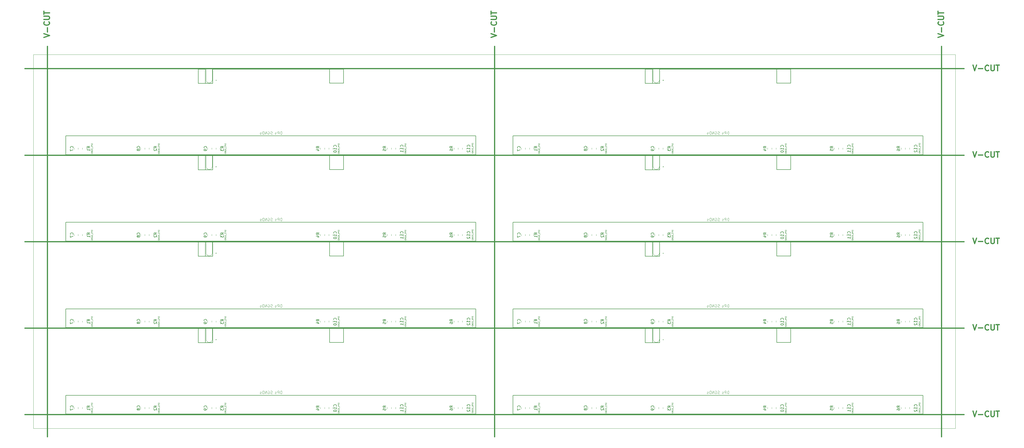
<source format=gbr>
%TF.GenerationSoftware,KiCad,Pcbnew,(7.0.0)*%
%TF.CreationDate,2023-07-14T11:16:40+02:00*%
%TF.ProjectId,Panelization,50616e65-6c69-47a6-9174-696f6e2e6b69,V1*%
%TF.SameCoordinates,Original*%
%TF.FileFunction,Legend,Bot*%
%TF.FilePolarity,Positive*%
%FSLAX46Y46*%
G04 Gerber Fmt 4.6, Leading zero omitted, Abs format (unit mm)*
G04 Created by KiCad (PCBNEW (7.0.0)) date 2023-07-14 11:16:40*
%MOMM*%
%LPD*%
G01*
G04 APERTURE LIST*
%ADD10C,0.125000*%
%ADD11C,0.150000*%
%ADD12C,0.120000*%
%ADD13C,0.200000*%
%ADD14C,0.400000*%
%TA.AperFunction,Profile*%
%ADD15C,0.100000*%
%TD*%
%TA.AperFunction,Profile*%
%ADD16C,0.400000*%
%TD*%
G04 APERTURE END LIST*
D10*
X338373690Y-114860477D02*
X337873690Y-114860477D01*
X337873690Y-114860477D02*
X337873690Y-114979525D01*
X337873690Y-114979525D02*
X337897500Y-115050953D01*
X337897500Y-115050953D02*
X337945119Y-115098572D01*
X337945119Y-115098572D02*
X337992738Y-115122382D01*
X337992738Y-115122382D02*
X338087976Y-115146191D01*
X338087976Y-115146191D02*
X338159404Y-115146191D01*
X338159404Y-115146191D02*
X338254642Y-115122382D01*
X338254642Y-115122382D02*
X338302261Y-115098572D01*
X338302261Y-115098572D02*
X338349880Y-115050953D01*
X338349880Y-115050953D02*
X338373690Y-114979525D01*
X338373690Y-114979525D02*
X338373690Y-114860477D01*
X338373690Y-115360477D02*
X337873690Y-115360477D01*
X337873690Y-115360477D02*
X337873690Y-115550953D01*
X337873690Y-115550953D02*
X337897500Y-115598572D01*
X337897500Y-115598572D02*
X337921309Y-115622382D01*
X337921309Y-115622382D02*
X337968928Y-115646191D01*
X337968928Y-115646191D02*
X338040357Y-115646191D01*
X338040357Y-115646191D02*
X338087976Y-115622382D01*
X338087976Y-115622382D02*
X338111785Y-115598572D01*
X338111785Y-115598572D02*
X338135595Y-115550953D01*
X338135595Y-115550953D02*
X338135595Y-115360477D01*
X337873690Y-116098572D02*
X337873690Y-115860477D01*
X337873690Y-115860477D02*
X338111785Y-115836668D01*
X338111785Y-115836668D02*
X338087976Y-115860477D01*
X338087976Y-115860477D02*
X338064166Y-115908096D01*
X338064166Y-115908096D02*
X338064166Y-116027144D01*
X338064166Y-116027144D02*
X338087976Y-116074763D01*
X338087976Y-116074763D02*
X338111785Y-116098572D01*
X338111785Y-116098572D02*
X338159404Y-116122382D01*
X338159404Y-116122382D02*
X338278452Y-116122382D01*
X338278452Y-116122382D02*
X338326071Y-116098572D01*
X338326071Y-116098572D02*
X338349880Y-116074763D01*
X338349880Y-116074763D02*
X338373690Y-116027144D01*
X338373690Y-116027144D02*
X338373690Y-115908096D01*
X338373690Y-115908096D02*
X338349880Y-115860477D01*
X338349880Y-115860477D02*
X338326071Y-115836668D01*
X338421309Y-116217620D02*
X338421309Y-116598572D01*
X338349880Y-116693810D02*
X338373690Y-116765238D01*
X338373690Y-116765238D02*
X338373690Y-116884286D01*
X338373690Y-116884286D02*
X338349880Y-116931905D01*
X338349880Y-116931905D02*
X338326071Y-116955714D01*
X338326071Y-116955714D02*
X338278452Y-116979524D01*
X338278452Y-116979524D02*
X338230833Y-116979524D01*
X338230833Y-116979524D02*
X338183214Y-116955714D01*
X338183214Y-116955714D02*
X338159404Y-116931905D01*
X338159404Y-116931905D02*
X338135595Y-116884286D01*
X338135595Y-116884286D02*
X338111785Y-116789048D01*
X338111785Y-116789048D02*
X338087976Y-116741429D01*
X338087976Y-116741429D02*
X338064166Y-116717619D01*
X338064166Y-116717619D02*
X338016547Y-116693810D01*
X338016547Y-116693810D02*
X337968928Y-116693810D01*
X337968928Y-116693810D02*
X337921309Y-116717619D01*
X337921309Y-116717619D02*
X337897500Y-116741429D01*
X337897500Y-116741429D02*
X337873690Y-116789048D01*
X337873690Y-116789048D02*
X337873690Y-116908095D01*
X337873690Y-116908095D02*
X337897500Y-116979524D01*
X337897500Y-117455714D02*
X337873690Y-117408095D01*
X337873690Y-117408095D02*
X337873690Y-117336666D01*
X337873690Y-117336666D02*
X337897500Y-117265238D01*
X337897500Y-117265238D02*
X337945119Y-117217619D01*
X337945119Y-117217619D02*
X337992738Y-117193809D01*
X337992738Y-117193809D02*
X338087976Y-117170000D01*
X338087976Y-117170000D02*
X338159404Y-117170000D01*
X338159404Y-117170000D02*
X338254642Y-117193809D01*
X338254642Y-117193809D02*
X338302261Y-117217619D01*
X338302261Y-117217619D02*
X338349880Y-117265238D01*
X338349880Y-117265238D02*
X338373690Y-117336666D01*
X338373690Y-117336666D02*
X338373690Y-117384285D01*
X338373690Y-117384285D02*
X338349880Y-117455714D01*
X338349880Y-117455714D02*
X338326071Y-117479523D01*
X338326071Y-117479523D02*
X338159404Y-117479523D01*
X338159404Y-117479523D02*
X338159404Y-117384285D01*
X338373690Y-117693809D02*
X337873690Y-117693809D01*
X337873690Y-117693809D02*
X338373690Y-117979523D01*
X338373690Y-117979523D02*
X337873690Y-117979523D01*
X338373690Y-118217619D02*
X337873690Y-118217619D01*
X337873690Y-118217619D02*
X337873690Y-118336667D01*
X337873690Y-118336667D02*
X337897500Y-118408095D01*
X337897500Y-118408095D02*
X337945119Y-118455714D01*
X337945119Y-118455714D02*
X337992738Y-118479524D01*
X337992738Y-118479524D02*
X338087976Y-118503333D01*
X338087976Y-118503333D02*
X338159404Y-118503333D01*
X338159404Y-118503333D02*
X338254642Y-118479524D01*
X338254642Y-118479524D02*
X338302261Y-118455714D01*
X338302261Y-118455714D02*
X338349880Y-118408095D01*
X338349880Y-118408095D02*
X338373690Y-118336667D01*
X338373690Y-118336667D02*
X338373690Y-118217619D01*
X178373690Y-114860477D02*
X177873690Y-114860477D01*
X177873690Y-114860477D02*
X177873690Y-114979525D01*
X177873690Y-114979525D02*
X177897500Y-115050953D01*
X177897500Y-115050953D02*
X177945119Y-115098572D01*
X177945119Y-115098572D02*
X177992738Y-115122382D01*
X177992738Y-115122382D02*
X178087976Y-115146191D01*
X178087976Y-115146191D02*
X178159404Y-115146191D01*
X178159404Y-115146191D02*
X178254642Y-115122382D01*
X178254642Y-115122382D02*
X178302261Y-115098572D01*
X178302261Y-115098572D02*
X178349880Y-115050953D01*
X178349880Y-115050953D02*
X178373690Y-114979525D01*
X178373690Y-114979525D02*
X178373690Y-114860477D01*
X178373690Y-115360477D02*
X177873690Y-115360477D01*
X177873690Y-115360477D02*
X177873690Y-115550953D01*
X177873690Y-115550953D02*
X177897500Y-115598572D01*
X177897500Y-115598572D02*
X177921309Y-115622382D01*
X177921309Y-115622382D02*
X177968928Y-115646191D01*
X177968928Y-115646191D02*
X178040357Y-115646191D01*
X178040357Y-115646191D02*
X178087976Y-115622382D01*
X178087976Y-115622382D02*
X178111785Y-115598572D01*
X178111785Y-115598572D02*
X178135595Y-115550953D01*
X178135595Y-115550953D02*
X178135595Y-115360477D01*
X177873690Y-116098572D02*
X177873690Y-115860477D01*
X177873690Y-115860477D02*
X178111785Y-115836668D01*
X178111785Y-115836668D02*
X178087976Y-115860477D01*
X178087976Y-115860477D02*
X178064166Y-115908096D01*
X178064166Y-115908096D02*
X178064166Y-116027144D01*
X178064166Y-116027144D02*
X178087976Y-116074763D01*
X178087976Y-116074763D02*
X178111785Y-116098572D01*
X178111785Y-116098572D02*
X178159404Y-116122382D01*
X178159404Y-116122382D02*
X178278452Y-116122382D01*
X178278452Y-116122382D02*
X178326071Y-116098572D01*
X178326071Y-116098572D02*
X178349880Y-116074763D01*
X178349880Y-116074763D02*
X178373690Y-116027144D01*
X178373690Y-116027144D02*
X178373690Y-115908096D01*
X178373690Y-115908096D02*
X178349880Y-115860477D01*
X178349880Y-115860477D02*
X178326071Y-115836668D01*
X178421309Y-116217620D02*
X178421309Y-116598572D01*
X178349880Y-116693810D02*
X178373690Y-116765238D01*
X178373690Y-116765238D02*
X178373690Y-116884286D01*
X178373690Y-116884286D02*
X178349880Y-116931905D01*
X178349880Y-116931905D02*
X178326071Y-116955714D01*
X178326071Y-116955714D02*
X178278452Y-116979524D01*
X178278452Y-116979524D02*
X178230833Y-116979524D01*
X178230833Y-116979524D02*
X178183214Y-116955714D01*
X178183214Y-116955714D02*
X178159404Y-116931905D01*
X178159404Y-116931905D02*
X178135595Y-116884286D01*
X178135595Y-116884286D02*
X178111785Y-116789048D01*
X178111785Y-116789048D02*
X178087976Y-116741429D01*
X178087976Y-116741429D02*
X178064166Y-116717619D01*
X178064166Y-116717619D02*
X178016547Y-116693810D01*
X178016547Y-116693810D02*
X177968928Y-116693810D01*
X177968928Y-116693810D02*
X177921309Y-116717619D01*
X177921309Y-116717619D02*
X177897500Y-116741429D01*
X177897500Y-116741429D02*
X177873690Y-116789048D01*
X177873690Y-116789048D02*
X177873690Y-116908095D01*
X177873690Y-116908095D02*
X177897500Y-116979524D01*
X177897500Y-117455714D02*
X177873690Y-117408095D01*
X177873690Y-117408095D02*
X177873690Y-117336666D01*
X177873690Y-117336666D02*
X177897500Y-117265238D01*
X177897500Y-117265238D02*
X177945119Y-117217619D01*
X177945119Y-117217619D02*
X177992738Y-117193809D01*
X177992738Y-117193809D02*
X178087976Y-117170000D01*
X178087976Y-117170000D02*
X178159404Y-117170000D01*
X178159404Y-117170000D02*
X178254642Y-117193809D01*
X178254642Y-117193809D02*
X178302261Y-117217619D01*
X178302261Y-117217619D02*
X178349880Y-117265238D01*
X178349880Y-117265238D02*
X178373690Y-117336666D01*
X178373690Y-117336666D02*
X178373690Y-117384285D01*
X178373690Y-117384285D02*
X178349880Y-117455714D01*
X178349880Y-117455714D02*
X178326071Y-117479523D01*
X178326071Y-117479523D02*
X178159404Y-117479523D01*
X178159404Y-117479523D02*
X178159404Y-117384285D01*
X178373690Y-117693809D02*
X177873690Y-117693809D01*
X177873690Y-117693809D02*
X178373690Y-117979523D01*
X178373690Y-117979523D02*
X177873690Y-117979523D01*
X178373690Y-118217619D02*
X177873690Y-118217619D01*
X177873690Y-118217619D02*
X177873690Y-118336667D01*
X177873690Y-118336667D02*
X177897500Y-118408095D01*
X177897500Y-118408095D02*
X177945119Y-118455714D01*
X177945119Y-118455714D02*
X177992738Y-118479524D01*
X177992738Y-118479524D02*
X178087976Y-118503333D01*
X178087976Y-118503333D02*
X178159404Y-118503333D01*
X178159404Y-118503333D02*
X178254642Y-118479524D01*
X178254642Y-118479524D02*
X178302261Y-118455714D01*
X178302261Y-118455714D02*
X178349880Y-118408095D01*
X178349880Y-118408095D02*
X178373690Y-118336667D01*
X178373690Y-118336667D02*
X178373690Y-118217619D01*
X338373690Y-207860477D02*
X337873690Y-207860477D01*
X337873690Y-207860477D02*
X337873690Y-207979525D01*
X337873690Y-207979525D02*
X337897500Y-208050953D01*
X337897500Y-208050953D02*
X337945119Y-208098572D01*
X337945119Y-208098572D02*
X337992738Y-208122382D01*
X337992738Y-208122382D02*
X338087976Y-208146191D01*
X338087976Y-208146191D02*
X338159404Y-208146191D01*
X338159404Y-208146191D02*
X338254642Y-208122382D01*
X338254642Y-208122382D02*
X338302261Y-208098572D01*
X338302261Y-208098572D02*
X338349880Y-208050953D01*
X338349880Y-208050953D02*
X338373690Y-207979525D01*
X338373690Y-207979525D02*
X338373690Y-207860477D01*
X338373690Y-208360477D02*
X337873690Y-208360477D01*
X337873690Y-208360477D02*
X337873690Y-208550953D01*
X337873690Y-208550953D02*
X337897500Y-208598572D01*
X337897500Y-208598572D02*
X337921309Y-208622382D01*
X337921309Y-208622382D02*
X337968928Y-208646191D01*
X337968928Y-208646191D02*
X338040357Y-208646191D01*
X338040357Y-208646191D02*
X338087976Y-208622382D01*
X338087976Y-208622382D02*
X338111785Y-208598572D01*
X338111785Y-208598572D02*
X338135595Y-208550953D01*
X338135595Y-208550953D02*
X338135595Y-208360477D01*
X337873690Y-209098572D02*
X337873690Y-208860477D01*
X337873690Y-208860477D02*
X338111785Y-208836668D01*
X338111785Y-208836668D02*
X338087976Y-208860477D01*
X338087976Y-208860477D02*
X338064166Y-208908096D01*
X338064166Y-208908096D02*
X338064166Y-209027144D01*
X338064166Y-209027144D02*
X338087976Y-209074763D01*
X338087976Y-209074763D02*
X338111785Y-209098572D01*
X338111785Y-209098572D02*
X338159404Y-209122382D01*
X338159404Y-209122382D02*
X338278452Y-209122382D01*
X338278452Y-209122382D02*
X338326071Y-209098572D01*
X338326071Y-209098572D02*
X338349880Y-209074763D01*
X338349880Y-209074763D02*
X338373690Y-209027144D01*
X338373690Y-209027144D02*
X338373690Y-208908096D01*
X338373690Y-208908096D02*
X338349880Y-208860477D01*
X338349880Y-208860477D02*
X338326071Y-208836668D01*
X338421309Y-209217620D02*
X338421309Y-209598572D01*
X338349880Y-209693810D02*
X338373690Y-209765238D01*
X338373690Y-209765238D02*
X338373690Y-209884286D01*
X338373690Y-209884286D02*
X338349880Y-209931905D01*
X338349880Y-209931905D02*
X338326071Y-209955714D01*
X338326071Y-209955714D02*
X338278452Y-209979524D01*
X338278452Y-209979524D02*
X338230833Y-209979524D01*
X338230833Y-209979524D02*
X338183214Y-209955714D01*
X338183214Y-209955714D02*
X338159404Y-209931905D01*
X338159404Y-209931905D02*
X338135595Y-209884286D01*
X338135595Y-209884286D02*
X338111785Y-209789048D01*
X338111785Y-209789048D02*
X338087976Y-209741429D01*
X338087976Y-209741429D02*
X338064166Y-209717619D01*
X338064166Y-209717619D02*
X338016547Y-209693810D01*
X338016547Y-209693810D02*
X337968928Y-209693810D01*
X337968928Y-209693810D02*
X337921309Y-209717619D01*
X337921309Y-209717619D02*
X337897500Y-209741429D01*
X337897500Y-209741429D02*
X337873690Y-209789048D01*
X337873690Y-209789048D02*
X337873690Y-209908095D01*
X337873690Y-209908095D02*
X337897500Y-209979524D01*
X337897500Y-210455714D02*
X337873690Y-210408095D01*
X337873690Y-210408095D02*
X337873690Y-210336666D01*
X337873690Y-210336666D02*
X337897500Y-210265238D01*
X337897500Y-210265238D02*
X337945119Y-210217619D01*
X337945119Y-210217619D02*
X337992738Y-210193809D01*
X337992738Y-210193809D02*
X338087976Y-210170000D01*
X338087976Y-210170000D02*
X338159404Y-210170000D01*
X338159404Y-210170000D02*
X338254642Y-210193809D01*
X338254642Y-210193809D02*
X338302261Y-210217619D01*
X338302261Y-210217619D02*
X338349880Y-210265238D01*
X338349880Y-210265238D02*
X338373690Y-210336666D01*
X338373690Y-210336666D02*
X338373690Y-210384285D01*
X338373690Y-210384285D02*
X338349880Y-210455714D01*
X338349880Y-210455714D02*
X338326071Y-210479523D01*
X338326071Y-210479523D02*
X338159404Y-210479523D01*
X338159404Y-210479523D02*
X338159404Y-210384285D01*
X338373690Y-210693809D02*
X337873690Y-210693809D01*
X337873690Y-210693809D02*
X338373690Y-210979523D01*
X338373690Y-210979523D02*
X337873690Y-210979523D01*
X338373690Y-211217619D02*
X337873690Y-211217619D01*
X337873690Y-211217619D02*
X337873690Y-211336667D01*
X337873690Y-211336667D02*
X337897500Y-211408095D01*
X337897500Y-211408095D02*
X337945119Y-211455714D01*
X337945119Y-211455714D02*
X337992738Y-211479524D01*
X337992738Y-211479524D02*
X338087976Y-211503333D01*
X338087976Y-211503333D02*
X338159404Y-211503333D01*
X338159404Y-211503333D02*
X338254642Y-211479524D01*
X338254642Y-211479524D02*
X338302261Y-211455714D01*
X338302261Y-211455714D02*
X338349880Y-211408095D01*
X338349880Y-211408095D02*
X338373690Y-211336667D01*
X338373690Y-211336667D02*
X338373690Y-211217619D01*
X338373690Y-176860477D02*
X337873690Y-176860477D01*
X337873690Y-176860477D02*
X337873690Y-176979525D01*
X337873690Y-176979525D02*
X337897500Y-177050953D01*
X337897500Y-177050953D02*
X337945119Y-177098572D01*
X337945119Y-177098572D02*
X337992738Y-177122382D01*
X337992738Y-177122382D02*
X338087976Y-177146191D01*
X338087976Y-177146191D02*
X338159404Y-177146191D01*
X338159404Y-177146191D02*
X338254642Y-177122382D01*
X338254642Y-177122382D02*
X338302261Y-177098572D01*
X338302261Y-177098572D02*
X338349880Y-177050953D01*
X338349880Y-177050953D02*
X338373690Y-176979525D01*
X338373690Y-176979525D02*
X338373690Y-176860477D01*
X338373690Y-177360477D02*
X337873690Y-177360477D01*
X337873690Y-177360477D02*
X337873690Y-177550953D01*
X337873690Y-177550953D02*
X337897500Y-177598572D01*
X337897500Y-177598572D02*
X337921309Y-177622382D01*
X337921309Y-177622382D02*
X337968928Y-177646191D01*
X337968928Y-177646191D02*
X338040357Y-177646191D01*
X338040357Y-177646191D02*
X338087976Y-177622382D01*
X338087976Y-177622382D02*
X338111785Y-177598572D01*
X338111785Y-177598572D02*
X338135595Y-177550953D01*
X338135595Y-177550953D02*
X338135595Y-177360477D01*
X337873690Y-178098572D02*
X337873690Y-177860477D01*
X337873690Y-177860477D02*
X338111785Y-177836668D01*
X338111785Y-177836668D02*
X338087976Y-177860477D01*
X338087976Y-177860477D02*
X338064166Y-177908096D01*
X338064166Y-177908096D02*
X338064166Y-178027144D01*
X338064166Y-178027144D02*
X338087976Y-178074763D01*
X338087976Y-178074763D02*
X338111785Y-178098572D01*
X338111785Y-178098572D02*
X338159404Y-178122382D01*
X338159404Y-178122382D02*
X338278452Y-178122382D01*
X338278452Y-178122382D02*
X338326071Y-178098572D01*
X338326071Y-178098572D02*
X338349880Y-178074763D01*
X338349880Y-178074763D02*
X338373690Y-178027144D01*
X338373690Y-178027144D02*
X338373690Y-177908096D01*
X338373690Y-177908096D02*
X338349880Y-177860477D01*
X338349880Y-177860477D02*
X338326071Y-177836668D01*
X338421309Y-178217620D02*
X338421309Y-178598572D01*
X338349880Y-178693810D02*
X338373690Y-178765238D01*
X338373690Y-178765238D02*
X338373690Y-178884286D01*
X338373690Y-178884286D02*
X338349880Y-178931905D01*
X338349880Y-178931905D02*
X338326071Y-178955714D01*
X338326071Y-178955714D02*
X338278452Y-178979524D01*
X338278452Y-178979524D02*
X338230833Y-178979524D01*
X338230833Y-178979524D02*
X338183214Y-178955714D01*
X338183214Y-178955714D02*
X338159404Y-178931905D01*
X338159404Y-178931905D02*
X338135595Y-178884286D01*
X338135595Y-178884286D02*
X338111785Y-178789048D01*
X338111785Y-178789048D02*
X338087976Y-178741429D01*
X338087976Y-178741429D02*
X338064166Y-178717619D01*
X338064166Y-178717619D02*
X338016547Y-178693810D01*
X338016547Y-178693810D02*
X337968928Y-178693810D01*
X337968928Y-178693810D02*
X337921309Y-178717619D01*
X337921309Y-178717619D02*
X337897500Y-178741429D01*
X337897500Y-178741429D02*
X337873690Y-178789048D01*
X337873690Y-178789048D02*
X337873690Y-178908095D01*
X337873690Y-178908095D02*
X337897500Y-178979524D01*
X337897500Y-179455714D02*
X337873690Y-179408095D01*
X337873690Y-179408095D02*
X337873690Y-179336666D01*
X337873690Y-179336666D02*
X337897500Y-179265238D01*
X337897500Y-179265238D02*
X337945119Y-179217619D01*
X337945119Y-179217619D02*
X337992738Y-179193809D01*
X337992738Y-179193809D02*
X338087976Y-179170000D01*
X338087976Y-179170000D02*
X338159404Y-179170000D01*
X338159404Y-179170000D02*
X338254642Y-179193809D01*
X338254642Y-179193809D02*
X338302261Y-179217619D01*
X338302261Y-179217619D02*
X338349880Y-179265238D01*
X338349880Y-179265238D02*
X338373690Y-179336666D01*
X338373690Y-179336666D02*
X338373690Y-179384285D01*
X338373690Y-179384285D02*
X338349880Y-179455714D01*
X338349880Y-179455714D02*
X338326071Y-179479523D01*
X338326071Y-179479523D02*
X338159404Y-179479523D01*
X338159404Y-179479523D02*
X338159404Y-179384285D01*
X338373690Y-179693809D02*
X337873690Y-179693809D01*
X337873690Y-179693809D02*
X338373690Y-179979523D01*
X338373690Y-179979523D02*
X337873690Y-179979523D01*
X338373690Y-180217619D02*
X337873690Y-180217619D01*
X337873690Y-180217619D02*
X337873690Y-180336667D01*
X337873690Y-180336667D02*
X337897500Y-180408095D01*
X337897500Y-180408095D02*
X337945119Y-180455714D01*
X337945119Y-180455714D02*
X337992738Y-180479524D01*
X337992738Y-180479524D02*
X338087976Y-180503333D01*
X338087976Y-180503333D02*
X338159404Y-180503333D01*
X338159404Y-180503333D02*
X338254642Y-180479524D01*
X338254642Y-180479524D02*
X338302261Y-180455714D01*
X338302261Y-180455714D02*
X338349880Y-180408095D01*
X338349880Y-180408095D02*
X338373690Y-180336667D01*
X338373690Y-180336667D02*
X338373690Y-180217619D01*
X178373690Y-207860477D02*
X177873690Y-207860477D01*
X177873690Y-207860477D02*
X177873690Y-207979525D01*
X177873690Y-207979525D02*
X177897500Y-208050953D01*
X177897500Y-208050953D02*
X177945119Y-208098572D01*
X177945119Y-208098572D02*
X177992738Y-208122382D01*
X177992738Y-208122382D02*
X178087976Y-208146191D01*
X178087976Y-208146191D02*
X178159404Y-208146191D01*
X178159404Y-208146191D02*
X178254642Y-208122382D01*
X178254642Y-208122382D02*
X178302261Y-208098572D01*
X178302261Y-208098572D02*
X178349880Y-208050953D01*
X178349880Y-208050953D02*
X178373690Y-207979525D01*
X178373690Y-207979525D02*
X178373690Y-207860477D01*
X178373690Y-208360477D02*
X177873690Y-208360477D01*
X177873690Y-208360477D02*
X177873690Y-208550953D01*
X177873690Y-208550953D02*
X177897500Y-208598572D01*
X177897500Y-208598572D02*
X177921309Y-208622382D01*
X177921309Y-208622382D02*
X177968928Y-208646191D01*
X177968928Y-208646191D02*
X178040357Y-208646191D01*
X178040357Y-208646191D02*
X178087976Y-208622382D01*
X178087976Y-208622382D02*
X178111785Y-208598572D01*
X178111785Y-208598572D02*
X178135595Y-208550953D01*
X178135595Y-208550953D02*
X178135595Y-208360477D01*
X177873690Y-209098572D02*
X177873690Y-208860477D01*
X177873690Y-208860477D02*
X178111785Y-208836668D01*
X178111785Y-208836668D02*
X178087976Y-208860477D01*
X178087976Y-208860477D02*
X178064166Y-208908096D01*
X178064166Y-208908096D02*
X178064166Y-209027144D01*
X178064166Y-209027144D02*
X178087976Y-209074763D01*
X178087976Y-209074763D02*
X178111785Y-209098572D01*
X178111785Y-209098572D02*
X178159404Y-209122382D01*
X178159404Y-209122382D02*
X178278452Y-209122382D01*
X178278452Y-209122382D02*
X178326071Y-209098572D01*
X178326071Y-209098572D02*
X178349880Y-209074763D01*
X178349880Y-209074763D02*
X178373690Y-209027144D01*
X178373690Y-209027144D02*
X178373690Y-208908096D01*
X178373690Y-208908096D02*
X178349880Y-208860477D01*
X178349880Y-208860477D02*
X178326071Y-208836668D01*
X178421309Y-209217620D02*
X178421309Y-209598572D01*
X178349880Y-209693810D02*
X178373690Y-209765238D01*
X178373690Y-209765238D02*
X178373690Y-209884286D01*
X178373690Y-209884286D02*
X178349880Y-209931905D01*
X178349880Y-209931905D02*
X178326071Y-209955714D01*
X178326071Y-209955714D02*
X178278452Y-209979524D01*
X178278452Y-209979524D02*
X178230833Y-209979524D01*
X178230833Y-209979524D02*
X178183214Y-209955714D01*
X178183214Y-209955714D02*
X178159404Y-209931905D01*
X178159404Y-209931905D02*
X178135595Y-209884286D01*
X178135595Y-209884286D02*
X178111785Y-209789048D01*
X178111785Y-209789048D02*
X178087976Y-209741429D01*
X178087976Y-209741429D02*
X178064166Y-209717619D01*
X178064166Y-209717619D02*
X178016547Y-209693810D01*
X178016547Y-209693810D02*
X177968928Y-209693810D01*
X177968928Y-209693810D02*
X177921309Y-209717619D01*
X177921309Y-209717619D02*
X177897500Y-209741429D01*
X177897500Y-209741429D02*
X177873690Y-209789048D01*
X177873690Y-209789048D02*
X177873690Y-209908095D01*
X177873690Y-209908095D02*
X177897500Y-209979524D01*
X177897500Y-210455714D02*
X177873690Y-210408095D01*
X177873690Y-210408095D02*
X177873690Y-210336666D01*
X177873690Y-210336666D02*
X177897500Y-210265238D01*
X177897500Y-210265238D02*
X177945119Y-210217619D01*
X177945119Y-210217619D02*
X177992738Y-210193809D01*
X177992738Y-210193809D02*
X178087976Y-210170000D01*
X178087976Y-210170000D02*
X178159404Y-210170000D01*
X178159404Y-210170000D02*
X178254642Y-210193809D01*
X178254642Y-210193809D02*
X178302261Y-210217619D01*
X178302261Y-210217619D02*
X178349880Y-210265238D01*
X178349880Y-210265238D02*
X178373690Y-210336666D01*
X178373690Y-210336666D02*
X178373690Y-210384285D01*
X178373690Y-210384285D02*
X178349880Y-210455714D01*
X178349880Y-210455714D02*
X178326071Y-210479523D01*
X178326071Y-210479523D02*
X178159404Y-210479523D01*
X178159404Y-210479523D02*
X178159404Y-210384285D01*
X178373690Y-210693809D02*
X177873690Y-210693809D01*
X177873690Y-210693809D02*
X178373690Y-210979523D01*
X178373690Y-210979523D02*
X177873690Y-210979523D01*
X178373690Y-211217619D02*
X177873690Y-211217619D01*
X177873690Y-211217619D02*
X177873690Y-211336667D01*
X177873690Y-211336667D02*
X177897500Y-211408095D01*
X177897500Y-211408095D02*
X177945119Y-211455714D01*
X177945119Y-211455714D02*
X177992738Y-211479524D01*
X177992738Y-211479524D02*
X178087976Y-211503333D01*
X178087976Y-211503333D02*
X178159404Y-211503333D01*
X178159404Y-211503333D02*
X178254642Y-211479524D01*
X178254642Y-211479524D02*
X178302261Y-211455714D01*
X178302261Y-211455714D02*
X178349880Y-211408095D01*
X178349880Y-211408095D02*
X178373690Y-211336667D01*
X178373690Y-211336667D02*
X178373690Y-211217619D01*
X178373690Y-145860477D02*
X177873690Y-145860477D01*
X177873690Y-145860477D02*
X177873690Y-145979525D01*
X177873690Y-145979525D02*
X177897500Y-146050953D01*
X177897500Y-146050953D02*
X177945119Y-146098572D01*
X177945119Y-146098572D02*
X177992738Y-146122382D01*
X177992738Y-146122382D02*
X178087976Y-146146191D01*
X178087976Y-146146191D02*
X178159404Y-146146191D01*
X178159404Y-146146191D02*
X178254642Y-146122382D01*
X178254642Y-146122382D02*
X178302261Y-146098572D01*
X178302261Y-146098572D02*
X178349880Y-146050953D01*
X178349880Y-146050953D02*
X178373690Y-145979525D01*
X178373690Y-145979525D02*
X178373690Y-145860477D01*
X178373690Y-146360477D02*
X177873690Y-146360477D01*
X177873690Y-146360477D02*
X177873690Y-146550953D01*
X177873690Y-146550953D02*
X177897500Y-146598572D01*
X177897500Y-146598572D02*
X177921309Y-146622382D01*
X177921309Y-146622382D02*
X177968928Y-146646191D01*
X177968928Y-146646191D02*
X178040357Y-146646191D01*
X178040357Y-146646191D02*
X178087976Y-146622382D01*
X178087976Y-146622382D02*
X178111785Y-146598572D01*
X178111785Y-146598572D02*
X178135595Y-146550953D01*
X178135595Y-146550953D02*
X178135595Y-146360477D01*
X177873690Y-147098572D02*
X177873690Y-146860477D01*
X177873690Y-146860477D02*
X178111785Y-146836668D01*
X178111785Y-146836668D02*
X178087976Y-146860477D01*
X178087976Y-146860477D02*
X178064166Y-146908096D01*
X178064166Y-146908096D02*
X178064166Y-147027144D01*
X178064166Y-147027144D02*
X178087976Y-147074763D01*
X178087976Y-147074763D02*
X178111785Y-147098572D01*
X178111785Y-147098572D02*
X178159404Y-147122382D01*
X178159404Y-147122382D02*
X178278452Y-147122382D01*
X178278452Y-147122382D02*
X178326071Y-147098572D01*
X178326071Y-147098572D02*
X178349880Y-147074763D01*
X178349880Y-147074763D02*
X178373690Y-147027144D01*
X178373690Y-147027144D02*
X178373690Y-146908096D01*
X178373690Y-146908096D02*
X178349880Y-146860477D01*
X178349880Y-146860477D02*
X178326071Y-146836668D01*
X178421309Y-147217620D02*
X178421309Y-147598572D01*
X178349880Y-147693810D02*
X178373690Y-147765238D01*
X178373690Y-147765238D02*
X178373690Y-147884286D01*
X178373690Y-147884286D02*
X178349880Y-147931905D01*
X178349880Y-147931905D02*
X178326071Y-147955714D01*
X178326071Y-147955714D02*
X178278452Y-147979524D01*
X178278452Y-147979524D02*
X178230833Y-147979524D01*
X178230833Y-147979524D02*
X178183214Y-147955714D01*
X178183214Y-147955714D02*
X178159404Y-147931905D01*
X178159404Y-147931905D02*
X178135595Y-147884286D01*
X178135595Y-147884286D02*
X178111785Y-147789048D01*
X178111785Y-147789048D02*
X178087976Y-147741429D01*
X178087976Y-147741429D02*
X178064166Y-147717619D01*
X178064166Y-147717619D02*
X178016547Y-147693810D01*
X178016547Y-147693810D02*
X177968928Y-147693810D01*
X177968928Y-147693810D02*
X177921309Y-147717619D01*
X177921309Y-147717619D02*
X177897500Y-147741429D01*
X177897500Y-147741429D02*
X177873690Y-147789048D01*
X177873690Y-147789048D02*
X177873690Y-147908095D01*
X177873690Y-147908095D02*
X177897500Y-147979524D01*
X177897500Y-148455714D02*
X177873690Y-148408095D01*
X177873690Y-148408095D02*
X177873690Y-148336666D01*
X177873690Y-148336666D02*
X177897500Y-148265238D01*
X177897500Y-148265238D02*
X177945119Y-148217619D01*
X177945119Y-148217619D02*
X177992738Y-148193809D01*
X177992738Y-148193809D02*
X178087976Y-148170000D01*
X178087976Y-148170000D02*
X178159404Y-148170000D01*
X178159404Y-148170000D02*
X178254642Y-148193809D01*
X178254642Y-148193809D02*
X178302261Y-148217619D01*
X178302261Y-148217619D02*
X178349880Y-148265238D01*
X178349880Y-148265238D02*
X178373690Y-148336666D01*
X178373690Y-148336666D02*
X178373690Y-148384285D01*
X178373690Y-148384285D02*
X178349880Y-148455714D01*
X178349880Y-148455714D02*
X178326071Y-148479523D01*
X178326071Y-148479523D02*
X178159404Y-148479523D01*
X178159404Y-148479523D02*
X178159404Y-148384285D01*
X178373690Y-148693809D02*
X177873690Y-148693809D01*
X177873690Y-148693809D02*
X178373690Y-148979523D01*
X178373690Y-148979523D02*
X177873690Y-148979523D01*
X178373690Y-149217619D02*
X177873690Y-149217619D01*
X177873690Y-149217619D02*
X177873690Y-149336667D01*
X177873690Y-149336667D02*
X177897500Y-149408095D01*
X177897500Y-149408095D02*
X177945119Y-149455714D01*
X177945119Y-149455714D02*
X177992738Y-149479524D01*
X177992738Y-149479524D02*
X178087976Y-149503333D01*
X178087976Y-149503333D02*
X178159404Y-149503333D01*
X178159404Y-149503333D02*
X178254642Y-149479524D01*
X178254642Y-149479524D02*
X178302261Y-149455714D01*
X178302261Y-149455714D02*
X178349880Y-149408095D01*
X178349880Y-149408095D02*
X178373690Y-149336667D01*
X178373690Y-149336667D02*
X178373690Y-149217619D01*
X178373690Y-176860477D02*
X177873690Y-176860477D01*
X177873690Y-176860477D02*
X177873690Y-176979525D01*
X177873690Y-176979525D02*
X177897500Y-177050953D01*
X177897500Y-177050953D02*
X177945119Y-177098572D01*
X177945119Y-177098572D02*
X177992738Y-177122382D01*
X177992738Y-177122382D02*
X178087976Y-177146191D01*
X178087976Y-177146191D02*
X178159404Y-177146191D01*
X178159404Y-177146191D02*
X178254642Y-177122382D01*
X178254642Y-177122382D02*
X178302261Y-177098572D01*
X178302261Y-177098572D02*
X178349880Y-177050953D01*
X178349880Y-177050953D02*
X178373690Y-176979525D01*
X178373690Y-176979525D02*
X178373690Y-176860477D01*
X178373690Y-177360477D02*
X177873690Y-177360477D01*
X177873690Y-177360477D02*
X177873690Y-177550953D01*
X177873690Y-177550953D02*
X177897500Y-177598572D01*
X177897500Y-177598572D02*
X177921309Y-177622382D01*
X177921309Y-177622382D02*
X177968928Y-177646191D01*
X177968928Y-177646191D02*
X178040357Y-177646191D01*
X178040357Y-177646191D02*
X178087976Y-177622382D01*
X178087976Y-177622382D02*
X178111785Y-177598572D01*
X178111785Y-177598572D02*
X178135595Y-177550953D01*
X178135595Y-177550953D02*
X178135595Y-177360477D01*
X177873690Y-178098572D02*
X177873690Y-177860477D01*
X177873690Y-177860477D02*
X178111785Y-177836668D01*
X178111785Y-177836668D02*
X178087976Y-177860477D01*
X178087976Y-177860477D02*
X178064166Y-177908096D01*
X178064166Y-177908096D02*
X178064166Y-178027144D01*
X178064166Y-178027144D02*
X178087976Y-178074763D01*
X178087976Y-178074763D02*
X178111785Y-178098572D01*
X178111785Y-178098572D02*
X178159404Y-178122382D01*
X178159404Y-178122382D02*
X178278452Y-178122382D01*
X178278452Y-178122382D02*
X178326071Y-178098572D01*
X178326071Y-178098572D02*
X178349880Y-178074763D01*
X178349880Y-178074763D02*
X178373690Y-178027144D01*
X178373690Y-178027144D02*
X178373690Y-177908096D01*
X178373690Y-177908096D02*
X178349880Y-177860477D01*
X178349880Y-177860477D02*
X178326071Y-177836668D01*
X178421309Y-178217620D02*
X178421309Y-178598572D01*
X178349880Y-178693810D02*
X178373690Y-178765238D01*
X178373690Y-178765238D02*
X178373690Y-178884286D01*
X178373690Y-178884286D02*
X178349880Y-178931905D01*
X178349880Y-178931905D02*
X178326071Y-178955714D01*
X178326071Y-178955714D02*
X178278452Y-178979524D01*
X178278452Y-178979524D02*
X178230833Y-178979524D01*
X178230833Y-178979524D02*
X178183214Y-178955714D01*
X178183214Y-178955714D02*
X178159404Y-178931905D01*
X178159404Y-178931905D02*
X178135595Y-178884286D01*
X178135595Y-178884286D02*
X178111785Y-178789048D01*
X178111785Y-178789048D02*
X178087976Y-178741429D01*
X178087976Y-178741429D02*
X178064166Y-178717619D01*
X178064166Y-178717619D02*
X178016547Y-178693810D01*
X178016547Y-178693810D02*
X177968928Y-178693810D01*
X177968928Y-178693810D02*
X177921309Y-178717619D01*
X177921309Y-178717619D02*
X177897500Y-178741429D01*
X177897500Y-178741429D02*
X177873690Y-178789048D01*
X177873690Y-178789048D02*
X177873690Y-178908095D01*
X177873690Y-178908095D02*
X177897500Y-178979524D01*
X177897500Y-179455714D02*
X177873690Y-179408095D01*
X177873690Y-179408095D02*
X177873690Y-179336666D01*
X177873690Y-179336666D02*
X177897500Y-179265238D01*
X177897500Y-179265238D02*
X177945119Y-179217619D01*
X177945119Y-179217619D02*
X177992738Y-179193809D01*
X177992738Y-179193809D02*
X178087976Y-179170000D01*
X178087976Y-179170000D02*
X178159404Y-179170000D01*
X178159404Y-179170000D02*
X178254642Y-179193809D01*
X178254642Y-179193809D02*
X178302261Y-179217619D01*
X178302261Y-179217619D02*
X178349880Y-179265238D01*
X178349880Y-179265238D02*
X178373690Y-179336666D01*
X178373690Y-179336666D02*
X178373690Y-179384285D01*
X178373690Y-179384285D02*
X178349880Y-179455714D01*
X178349880Y-179455714D02*
X178326071Y-179479523D01*
X178326071Y-179479523D02*
X178159404Y-179479523D01*
X178159404Y-179479523D02*
X178159404Y-179384285D01*
X178373690Y-179693809D02*
X177873690Y-179693809D01*
X177873690Y-179693809D02*
X178373690Y-179979523D01*
X178373690Y-179979523D02*
X177873690Y-179979523D01*
X178373690Y-180217619D02*
X177873690Y-180217619D01*
X177873690Y-180217619D02*
X177873690Y-180336667D01*
X177873690Y-180336667D02*
X177897500Y-180408095D01*
X177897500Y-180408095D02*
X177945119Y-180455714D01*
X177945119Y-180455714D02*
X177992738Y-180479524D01*
X177992738Y-180479524D02*
X178087976Y-180503333D01*
X178087976Y-180503333D02*
X178159404Y-180503333D01*
X178159404Y-180503333D02*
X178254642Y-180479524D01*
X178254642Y-180479524D02*
X178302261Y-180455714D01*
X178302261Y-180455714D02*
X178349880Y-180408095D01*
X178349880Y-180408095D02*
X178373690Y-180336667D01*
X178373690Y-180336667D02*
X178373690Y-180217619D01*
X338373690Y-145860477D02*
X337873690Y-145860477D01*
X337873690Y-145860477D02*
X337873690Y-145979525D01*
X337873690Y-145979525D02*
X337897500Y-146050953D01*
X337897500Y-146050953D02*
X337945119Y-146098572D01*
X337945119Y-146098572D02*
X337992738Y-146122382D01*
X337992738Y-146122382D02*
X338087976Y-146146191D01*
X338087976Y-146146191D02*
X338159404Y-146146191D01*
X338159404Y-146146191D02*
X338254642Y-146122382D01*
X338254642Y-146122382D02*
X338302261Y-146098572D01*
X338302261Y-146098572D02*
X338349880Y-146050953D01*
X338349880Y-146050953D02*
X338373690Y-145979525D01*
X338373690Y-145979525D02*
X338373690Y-145860477D01*
X338373690Y-146360477D02*
X337873690Y-146360477D01*
X337873690Y-146360477D02*
X337873690Y-146550953D01*
X337873690Y-146550953D02*
X337897500Y-146598572D01*
X337897500Y-146598572D02*
X337921309Y-146622382D01*
X337921309Y-146622382D02*
X337968928Y-146646191D01*
X337968928Y-146646191D02*
X338040357Y-146646191D01*
X338040357Y-146646191D02*
X338087976Y-146622382D01*
X338087976Y-146622382D02*
X338111785Y-146598572D01*
X338111785Y-146598572D02*
X338135595Y-146550953D01*
X338135595Y-146550953D02*
X338135595Y-146360477D01*
X337873690Y-147098572D02*
X337873690Y-146860477D01*
X337873690Y-146860477D02*
X338111785Y-146836668D01*
X338111785Y-146836668D02*
X338087976Y-146860477D01*
X338087976Y-146860477D02*
X338064166Y-146908096D01*
X338064166Y-146908096D02*
X338064166Y-147027144D01*
X338064166Y-147027144D02*
X338087976Y-147074763D01*
X338087976Y-147074763D02*
X338111785Y-147098572D01*
X338111785Y-147098572D02*
X338159404Y-147122382D01*
X338159404Y-147122382D02*
X338278452Y-147122382D01*
X338278452Y-147122382D02*
X338326071Y-147098572D01*
X338326071Y-147098572D02*
X338349880Y-147074763D01*
X338349880Y-147074763D02*
X338373690Y-147027144D01*
X338373690Y-147027144D02*
X338373690Y-146908096D01*
X338373690Y-146908096D02*
X338349880Y-146860477D01*
X338349880Y-146860477D02*
X338326071Y-146836668D01*
X338421309Y-147217620D02*
X338421309Y-147598572D01*
X338349880Y-147693810D02*
X338373690Y-147765238D01*
X338373690Y-147765238D02*
X338373690Y-147884286D01*
X338373690Y-147884286D02*
X338349880Y-147931905D01*
X338349880Y-147931905D02*
X338326071Y-147955714D01*
X338326071Y-147955714D02*
X338278452Y-147979524D01*
X338278452Y-147979524D02*
X338230833Y-147979524D01*
X338230833Y-147979524D02*
X338183214Y-147955714D01*
X338183214Y-147955714D02*
X338159404Y-147931905D01*
X338159404Y-147931905D02*
X338135595Y-147884286D01*
X338135595Y-147884286D02*
X338111785Y-147789048D01*
X338111785Y-147789048D02*
X338087976Y-147741429D01*
X338087976Y-147741429D02*
X338064166Y-147717619D01*
X338064166Y-147717619D02*
X338016547Y-147693810D01*
X338016547Y-147693810D02*
X337968928Y-147693810D01*
X337968928Y-147693810D02*
X337921309Y-147717619D01*
X337921309Y-147717619D02*
X337897500Y-147741429D01*
X337897500Y-147741429D02*
X337873690Y-147789048D01*
X337873690Y-147789048D02*
X337873690Y-147908095D01*
X337873690Y-147908095D02*
X337897500Y-147979524D01*
X337897500Y-148455714D02*
X337873690Y-148408095D01*
X337873690Y-148408095D02*
X337873690Y-148336666D01*
X337873690Y-148336666D02*
X337897500Y-148265238D01*
X337897500Y-148265238D02*
X337945119Y-148217619D01*
X337945119Y-148217619D02*
X337992738Y-148193809D01*
X337992738Y-148193809D02*
X338087976Y-148170000D01*
X338087976Y-148170000D02*
X338159404Y-148170000D01*
X338159404Y-148170000D02*
X338254642Y-148193809D01*
X338254642Y-148193809D02*
X338302261Y-148217619D01*
X338302261Y-148217619D02*
X338349880Y-148265238D01*
X338349880Y-148265238D02*
X338373690Y-148336666D01*
X338373690Y-148336666D02*
X338373690Y-148384285D01*
X338373690Y-148384285D02*
X338349880Y-148455714D01*
X338349880Y-148455714D02*
X338326071Y-148479523D01*
X338326071Y-148479523D02*
X338159404Y-148479523D01*
X338159404Y-148479523D02*
X338159404Y-148384285D01*
X338373690Y-148693809D02*
X337873690Y-148693809D01*
X337873690Y-148693809D02*
X338373690Y-148979523D01*
X338373690Y-148979523D02*
X337873690Y-148979523D01*
X338373690Y-149217619D02*
X337873690Y-149217619D01*
X337873690Y-149217619D02*
X337873690Y-149336667D01*
X337873690Y-149336667D02*
X337897500Y-149408095D01*
X337897500Y-149408095D02*
X337945119Y-149455714D01*
X337945119Y-149455714D02*
X337992738Y-149479524D01*
X337992738Y-149479524D02*
X338087976Y-149503333D01*
X338087976Y-149503333D02*
X338159404Y-149503333D01*
X338159404Y-149503333D02*
X338254642Y-149479524D01*
X338254642Y-149479524D02*
X338302261Y-149455714D01*
X338302261Y-149455714D02*
X338349880Y-149408095D01*
X338349880Y-149408095D02*
X338373690Y-149336667D01*
X338373690Y-149336667D02*
X338373690Y-149217619D01*
X66203690Y-114860476D02*
X65703690Y-114860476D01*
X65703690Y-114860476D02*
X65703690Y-114979524D01*
X65703690Y-114979524D02*
X65727500Y-115050952D01*
X65727500Y-115050952D02*
X65775119Y-115098571D01*
X65775119Y-115098571D02*
X65822738Y-115122381D01*
X65822738Y-115122381D02*
X65917976Y-115146190D01*
X65917976Y-115146190D02*
X65989404Y-115146190D01*
X65989404Y-115146190D02*
X66084642Y-115122381D01*
X66084642Y-115122381D02*
X66132261Y-115098571D01*
X66132261Y-115098571D02*
X66179880Y-115050952D01*
X66179880Y-115050952D02*
X66203690Y-114979524D01*
X66203690Y-114979524D02*
X66203690Y-114860476D01*
X66203690Y-115360476D02*
X65703690Y-115360476D01*
X65703690Y-115360476D02*
X65703690Y-115550952D01*
X65703690Y-115550952D02*
X65727500Y-115598571D01*
X65727500Y-115598571D02*
X65751309Y-115622381D01*
X65751309Y-115622381D02*
X65798928Y-115646190D01*
X65798928Y-115646190D02*
X65870357Y-115646190D01*
X65870357Y-115646190D02*
X65917976Y-115622381D01*
X65917976Y-115622381D02*
X65941785Y-115598571D01*
X65941785Y-115598571D02*
X65965595Y-115550952D01*
X65965595Y-115550952D02*
X65965595Y-115360476D01*
X66203690Y-116122381D02*
X66203690Y-115836667D01*
X66203690Y-115979524D02*
X65703690Y-115979524D01*
X65703690Y-115979524D02*
X65775119Y-115931905D01*
X65775119Y-115931905D02*
X65822738Y-115884286D01*
X65822738Y-115884286D02*
X65846547Y-115836667D01*
X66251309Y-116217619D02*
X66251309Y-116598571D01*
X66179880Y-116693809D02*
X66203690Y-116765237D01*
X66203690Y-116765237D02*
X66203690Y-116884285D01*
X66203690Y-116884285D02*
X66179880Y-116931904D01*
X66179880Y-116931904D02*
X66156071Y-116955713D01*
X66156071Y-116955713D02*
X66108452Y-116979523D01*
X66108452Y-116979523D02*
X66060833Y-116979523D01*
X66060833Y-116979523D02*
X66013214Y-116955713D01*
X66013214Y-116955713D02*
X65989404Y-116931904D01*
X65989404Y-116931904D02*
X65965595Y-116884285D01*
X65965595Y-116884285D02*
X65941785Y-116789047D01*
X65941785Y-116789047D02*
X65917976Y-116741428D01*
X65917976Y-116741428D02*
X65894166Y-116717618D01*
X65894166Y-116717618D02*
X65846547Y-116693809D01*
X65846547Y-116693809D02*
X65798928Y-116693809D01*
X65798928Y-116693809D02*
X65751309Y-116717618D01*
X65751309Y-116717618D02*
X65727500Y-116741428D01*
X65727500Y-116741428D02*
X65703690Y-116789047D01*
X65703690Y-116789047D02*
X65703690Y-116908094D01*
X65703690Y-116908094D02*
X65727500Y-116979523D01*
X65727500Y-117455713D02*
X65703690Y-117408094D01*
X65703690Y-117408094D02*
X65703690Y-117336665D01*
X65703690Y-117336665D02*
X65727500Y-117265237D01*
X65727500Y-117265237D02*
X65775119Y-117217618D01*
X65775119Y-117217618D02*
X65822738Y-117193808D01*
X65822738Y-117193808D02*
X65917976Y-117169999D01*
X65917976Y-117169999D02*
X65989404Y-117169999D01*
X65989404Y-117169999D02*
X66084642Y-117193808D01*
X66084642Y-117193808D02*
X66132261Y-117217618D01*
X66132261Y-117217618D02*
X66179880Y-117265237D01*
X66179880Y-117265237D02*
X66203690Y-117336665D01*
X66203690Y-117336665D02*
X66203690Y-117384284D01*
X66203690Y-117384284D02*
X66179880Y-117455713D01*
X66179880Y-117455713D02*
X66156071Y-117479522D01*
X66156071Y-117479522D02*
X65989404Y-117479522D01*
X65989404Y-117479522D02*
X65989404Y-117384284D01*
X66203690Y-117693808D02*
X65703690Y-117693808D01*
X65703690Y-117693808D02*
X66203690Y-117979522D01*
X66203690Y-117979522D02*
X65703690Y-117979522D01*
X66203690Y-118217618D02*
X65703690Y-118217618D01*
X65703690Y-118217618D02*
X65703690Y-118336666D01*
X65703690Y-118336666D02*
X65727500Y-118408094D01*
X65727500Y-118408094D02*
X65775119Y-118455713D01*
X65775119Y-118455713D02*
X65822738Y-118479523D01*
X65822738Y-118479523D02*
X65917976Y-118503332D01*
X65917976Y-118503332D02*
X65989404Y-118503332D01*
X65989404Y-118503332D02*
X66084642Y-118479523D01*
X66084642Y-118479523D02*
X66132261Y-118455713D01*
X66132261Y-118455713D02*
X66179880Y-118408094D01*
X66179880Y-118408094D02*
X66203690Y-118336666D01*
X66203690Y-118336666D02*
X66203690Y-118217618D01*
X66203690Y-145860476D02*
X65703690Y-145860476D01*
X65703690Y-145860476D02*
X65703690Y-145979524D01*
X65703690Y-145979524D02*
X65727500Y-146050952D01*
X65727500Y-146050952D02*
X65775119Y-146098571D01*
X65775119Y-146098571D02*
X65822738Y-146122381D01*
X65822738Y-146122381D02*
X65917976Y-146146190D01*
X65917976Y-146146190D02*
X65989404Y-146146190D01*
X65989404Y-146146190D02*
X66084642Y-146122381D01*
X66084642Y-146122381D02*
X66132261Y-146098571D01*
X66132261Y-146098571D02*
X66179880Y-146050952D01*
X66179880Y-146050952D02*
X66203690Y-145979524D01*
X66203690Y-145979524D02*
X66203690Y-145860476D01*
X66203690Y-146360476D02*
X65703690Y-146360476D01*
X65703690Y-146360476D02*
X65703690Y-146550952D01*
X65703690Y-146550952D02*
X65727500Y-146598571D01*
X65727500Y-146598571D02*
X65751309Y-146622381D01*
X65751309Y-146622381D02*
X65798928Y-146646190D01*
X65798928Y-146646190D02*
X65870357Y-146646190D01*
X65870357Y-146646190D02*
X65917976Y-146622381D01*
X65917976Y-146622381D02*
X65941785Y-146598571D01*
X65941785Y-146598571D02*
X65965595Y-146550952D01*
X65965595Y-146550952D02*
X65965595Y-146360476D01*
X66203690Y-147122381D02*
X66203690Y-146836667D01*
X66203690Y-146979524D02*
X65703690Y-146979524D01*
X65703690Y-146979524D02*
X65775119Y-146931905D01*
X65775119Y-146931905D02*
X65822738Y-146884286D01*
X65822738Y-146884286D02*
X65846547Y-146836667D01*
X66251309Y-147217619D02*
X66251309Y-147598571D01*
X66179880Y-147693809D02*
X66203690Y-147765237D01*
X66203690Y-147765237D02*
X66203690Y-147884285D01*
X66203690Y-147884285D02*
X66179880Y-147931904D01*
X66179880Y-147931904D02*
X66156071Y-147955713D01*
X66156071Y-147955713D02*
X66108452Y-147979523D01*
X66108452Y-147979523D02*
X66060833Y-147979523D01*
X66060833Y-147979523D02*
X66013214Y-147955713D01*
X66013214Y-147955713D02*
X65989404Y-147931904D01*
X65989404Y-147931904D02*
X65965595Y-147884285D01*
X65965595Y-147884285D02*
X65941785Y-147789047D01*
X65941785Y-147789047D02*
X65917976Y-147741428D01*
X65917976Y-147741428D02*
X65894166Y-147717618D01*
X65894166Y-147717618D02*
X65846547Y-147693809D01*
X65846547Y-147693809D02*
X65798928Y-147693809D01*
X65798928Y-147693809D02*
X65751309Y-147717618D01*
X65751309Y-147717618D02*
X65727500Y-147741428D01*
X65727500Y-147741428D02*
X65703690Y-147789047D01*
X65703690Y-147789047D02*
X65703690Y-147908094D01*
X65703690Y-147908094D02*
X65727500Y-147979523D01*
X65727500Y-148455713D02*
X65703690Y-148408094D01*
X65703690Y-148408094D02*
X65703690Y-148336665D01*
X65703690Y-148336665D02*
X65727500Y-148265237D01*
X65727500Y-148265237D02*
X65775119Y-148217618D01*
X65775119Y-148217618D02*
X65822738Y-148193808D01*
X65822738Y-148193808D02*
X65917976Y-148169999D01*
X65917976Y-148169999D02*
X65989404Y-148169999D01*
X65989404Y-148169999D02*
X66084642Y-148193808D01*
X66084642Y-148193808D02*
X66132261Y-148217618D01*
X66132261Y-148217618D02*
X66179880Y-148265237D01*
X66179880Y-148265237D02*
X66203690Y-148336665D01*
X66203690Y-148336665D02*
X66203690Y-148384284D01*
X66203690Y-148384284D02*
X66179880Y-148455713D01*
X66179880Y-148455713D02*
X66156071Y-148479522D01*
X66156071Y-148479522D02*
X65989404Y-148479522D01*
X65989404Y-148479522D02*
X65989404Y-148384284D01*
X66203690Y-148693808D02*
X65703690Y-148693808D01*
X65703690Y-148693808D02*
X66203690Y-148979522D01*
X66203690Y-148979522D02*
X65703690Y-148979522D01*
X66203690Y-149217618D02*
X65703690Y-149217618D01*
X65703690Y-149217618D02*
X65703690Y-149336666D01*
X65703690Y-149336666D02*
X65727500Y-149408094D01*
X65727500Y-149408094D02*
X65775119Y-149455713D01*
X65775119Y-149455713D02*
X65822738Y-149479523D01*
X65822738Y-149479523D02*
X65917976Y-149503332D01*
X65917976Y-149503332D02*
X65989404Y-149503332D01*
X65989404Y-149503332D02*
X66084642Y-149479523D01*
X66084642Y-149479523D02*
X66132261Y-149455713D01*
X66132261Y-149455713D02*
X66179880Y-149408094D01*
X66179880Y-149408094D02*
X66203690Y-149336666D01*
X66203690Y-149336666D02*
X66203690Y-149217618D01*
X226203690Y-145860476D02*
X225703690Y-145860476D01*
X225703690Y-145860476D02*
X225703690Y-145979524D01*
X225703690Y-145979524D02*
X225727500Y-146050952D01*
X225727500Y-146050952D02*
X225775119Y-146098571D01*
X225775119Y-146098571D02*
X225822738Y-146122381D01*
X225822738Y-146122381D02*
X225917976Y-146146190D01*
X225917976Y-146146190D02*
X225989404Y-146146190D01*
X225989404Y-146146190D02*
X226084642Y-146122381D01*
X226084642Y-146122381D02*
X226132261Y-146098571D01*
X226132261Y-146098571D02*
X226179880Y-146050952D01*
X226179880Y-146050952D02*
X226203690Y-145979524D01*
X226203690Y-145979524D02*
X226203690Y-145860476D01*
X226203690Y-146360476D02*
X225703690Y-146360476D01*
X225703690Y-146360476D02*
X225703690Y-146550952D01*
X225703690Y-146550952D02*
X225727500Y-146598571D01*
X225727500Y-146598571D02*
X225751309Y-146622381D01*
X225751309Y-146622381D02*
X225798928Y-146646190D01*
X225798928Y-146646190D02*
X225870357Y-146646190D01*
X225870357Y-146646190D02*
X225917976Y-146622381D01*
X225917976Y-146622381D02*
X225941785Y-146598571D01*
X225941785Y-146598571D02*
X225965595Y-146550952D01*
X225965595Y-146550952D02*
X225965595Y-146360476D01*
X226203690Y-147122381D02*
X226203690Y-146836667D01*
X226203690Y-146979524D02*
X225703690Y-146979524D01*
X225703690Y-146979524D02*
X225775119Y-146931905D01*
X225775119Y-146931905D02*
X225822738Y-146884286D01*
X225822738Y-146884286D02*
X225846547Y-146836667D01*
X226251309Y-147217619D02*
X226251309Y-147598571D01*
X226179880Y-147693809D02*
X226203690Y-147765237D01*
X226203690Y-147765237D02*
X226203690Y-147884285D01*
X226203690Y-147884285D02*
X226179880Y-147931904D01*
X226179880Y-147931904D02*
X226156071Y-147955713D01*
X226156071Y-147955713D02*
X226108452Y-147979523D01*
X226108452Y-147979523D02*
X226060833Y-147979523D01*
X226060833Y-147979523D02*
X226013214Y-147955713D01*
X226013214Y-147955713D02*
X225989404Y-147931904D01*
X225989404Y-147931904D02*
X225965595Y-147884285D01*
X225965595Y-147884285D02*
X225941785Y-147789047D01*
X225941785Y-147789047D02*
X225917976Y-147741428D01*
X225917976Y-147741428D02*
X225894166Y-147717618D01*
X225894166Y-147717618D02*
X225846547Y-147693809D01*
X225846547Y-147693809D02*
X225798928Y-147693809D01*
X225798928Y-147693809D02*
X225751309Y-147717618D01*
X225751309Y-147717618D02*
X225727500Y-147741428D01*
X225727500Y-147741428D02*
X225703690Y-147789047D01*
X225703690Y-147789047D02*
X225703690Y-147908094D01*
X225703690Y-147908094D02*
X225727500Y-147979523D01*
X225727500Y-148455713D02*
X225703690Y-148408094D01*
X225703690Y-148408094D02*
X225703690Y-148336665D01*
X225703690Y-148336665D02*
X225727500Y-148265237D01*
X225727500Y-148265237D02*
X225775119Y-148217618D01*
X225775119Y-148217618D02*
X225822738Y-148193808D01*
X225822738Y-148193808D02*
X225917976Y-148169999D01*
X225917976Y-148169999D02*
X225989404Y-148169999D01*
X225989404Y-148169999D02*
X226084642Y-148193808D01*
X226084642Y-148193808D02*
X226132261Y-148217618D01*
X226132261Y-148217618D02*
X226179880Y-148265237D01*
X226179880Y-148265237D02*
X226203690Y-148336665D01*
X226203690Y-148336665D02*
X226203690Y-148384284D01*
X226203690Y-148384284D02*
X226179880Y-148455713D01*
X226179880Y-148455713D02*
X226156071Y-148479522D01*
X226156071Y-148479522D02*
X225989404Y-148479522D01*
X225989404Y-148479522D02*
X225989404Y-148384284D01*
X226203690Y-148693808D02*
X225703690Y-148693808D01*
X225703690Y-148693808D02*
X226203690Y-148979522D01*
X226203690Y-148979522D02*
X225703690Y-148979522D01*
X226203690Y-149217618D02*
X225703690Y-149217618D01*
X225703690Y-149217618D02*
X225703690Y-149336666D01*
X225703690Y-149336666D02*
X225727500Y-149408094D01*
X225727500Y-149408094D02*
X225775119Y-149455713D01*
X225775119Y-149455713D02*
X225822738Y-149479523D01*
X225822738Y-149479523D02*
X225917976Y-149503332D01*
X225917976Y-149503332D02*
X225989404Y-149503332D01*
X225989404Y-149503332D02*
X226084642Y-149479523D01*
X226084642Y-149479523D02*
X226132261Y-149455713D01*
X226132261Y-149455713D02*
X226179880Y-149408094D01*
X226179880Y-149408094D02*
X226203690Y-149336666D01*
X226203690Y-149336666D02*
X226203690Y-149217618D01*
X226203690Y-176860476D02*
X225703690Y-176860476D01*
X225703690Y-176860476D02*
X225703690Y-176979524D01*
X225703690Y-176979524D02*
X225727500Y-177050952D01*
X225727500Y-177050952D02*
X225775119Y-177098571D01*
X225775119Y-177098571D02*
X225822738Y-177122381D01*
X225822738Y-177122381D02*
X225917976Y-177146190D01*
X225917976Y-177146190D02*
X225989404Y-177146190D01*
X225989404Y-177146190D02*
X226084642Y-177122381D01*
X226084642Y-177122381D02*
X226132261Y-177098571D01*
X226132261Y-177098571D02*
X226179880Y-177050952D01*
X226179880Y-177050952D02*
X226203690Y-176979524D01*
X226203690Y-176979524D02*
X226203690Y-176860476D01*
X226203690Y-177360476D02*
X225703690Y-177360476D01*
X225703690Y-177360476D02*
X225703690Y-177550952D01*
X225703690Y-177550952D02*
X225727500Y-177598571D01*
X225727500Y-177598571D02*
X225751309Y-177622381D01*
X225751309Y-177622381D02*
X225798928Y-177646190D01*
X225798928Y-177646190D02*
X225870357Y-177646190D01*
X225870357Y-177646190D02*
X225917976Y-177622381D01*
X225917976Y-177622381D02*
X225941785Y-177598571D01*
X225941785Y-177598571D02*
X225965595Y-177550952D01*
X225965595Y-177550952D02*
X225965595Y-177360476D01*
X226203690Y-178122381D02*
X226203690Y-177836667D01*
X226203690Y-177979524D02*
X225703690Y-177979524D01*
X225703690Y-177979524D02*
X225775119Y-177931905D01*
X225775119Y-177931905D02*
X225822738Y-177884286D01*
X225822738Y-177884286D02*
X225846547Y-177836667D01*
X226251309Y-178217619D02*
X226251309Y-178598571D01*
X226179880Y-178693809D02*
X226203690Y-178765237D01*
X226203690Y-178765237D02*
X226203690Y-178884285D01*
X226203690Y-178884285D02*
X226179880Y-178931904D01*
X226179880Y-178931904D02*
X226156071Y-178955713D01*
X226156071Y-178955713D02*
X226108452Y-178979523D01*
X226108452Y-178979523D02*
X226060833Y-178979523D01*
X226060833Y-178979523D02*
X226013214Y-178955713D01*
X226013214Y-178955713D02*
X225989404Y-178931904D01*
X225989404Y-178931904D02*
X225965595Y-178884285D01*
X225965595Y-178884285D02*
X225941785Y-178789047D01*
X225941785Y-178789047D02*
X225917976Y-178741428D01*
X225917976Y-178741428D02*
X225894166Y-178717618D01*
X225894166Y-178717618D02*
X225846547Y-178693809D01*
X225846547Y-178693809D02*
X225798928Y-178693809D01*
X225798928Y-178693809D02*
X225751309Y-178717618D01*
X225751309Y-178717618D02*
X225727500Y-178741428D01*
X225727500Y-178741428D02*
X225703690Y-178789047D01*
X225703690Y-178789047D02*
X225703690Y-178908094D01*
X225703690Y-178908094D02*
X225727500Y-178979523D01*
X225727500Y-179455713D02*
X225703690Y-179408094D01*
X225703690Y-179408094D02*
X225703690Y-179336665D01*
X225703690Y-179336665D02*
X225727500Y-179265237D01*
X225727500Y-179265237D02*
X225775119Y-179217618D01*
X225775119Y-179217618D02*
X225822738Y-179193808D01*
X225822738Y-179193808D02*
X225917976Y-179169999D01*
X225917976Y-179169999D02*
X225989404Y-179169999D01*
X225989404Y-179169999D02*
X226084642Y-179193808D01*
X226084642Y-179193808D02*
X226132261Y-179217618D01*
X226132261Y-179217618D02*
X226179880Y-179265237D01*
X226179880Y-179265237D02*
X226203690Y-179336665D01*
X226203690Y-179336665D02*
X226203690Y-179384284D01*
X226203690Y-179384284D02*
X226179880Y-179455713D01*
X226179880Y-179455713D02*
X226156071Y-179479522D01*
X226156071Y-179479522D02*
X225989404Y-179479522D01*
X225989404Y-179479522D02*
X225989404Y-179384284D01*
X226203690Y-179693808D02*
X225703690Y-179693808D01*
X225703690Y-179693808D02*
X226203690Y-179979522D01*
X226203690Y-179979522D02*
X225703690Y-179979522D01*
X226203690Y-180217618D02*
X225703690Y-180217618D01*
X225703690Y-180217618D02*
X225703690Y-180336666D01*
X225703690Y-180336666D02*
X225727500Y-180408094D01*
X225727500Y-180408094D02*
X225775119Y-180455713D01*
X225775119Y-180455713D02*
X225822738Y-180479523D01*
X225822738Y-180479523D02*
X225917976Y-180503332D01*
X225917976Y-180503332D02*
X225989404Y-180503332D01*
X225989404Y-180503332D02*
X226084642Y-180479523D01*
X226084642Y-180479523D02*
X226132261Y-180455713D01*
X226132261Y-180455713D02*
X226179880Y-180408094D01*
X226179880Y-180408094D02*
X226203690Y-180336666D01*
X226203690Y-180336666D02*
X226203690Y-180217618D01*
X226203690Y-114860476D02*
X225703690Y-114860476D01*
X225703690Y-114860476D02*
X225703690Y-114979524D01*
X225703690Y-114979524D02*
X225727500Y-115050952D01*
X225727500Y-115050952D02*
X225775119Y-115098571D01*
X225775119Y-115098571D02*
X225822738Y-115122381D01*
X225822738Y-115122381D02*
X225917976Y-115146190D01*
X225917976Y-115146190D02*
X225989404Y-115146190D01*
X225989404Y-115146190D02*
X226084642Y-115122381D01*
X226084642Y-115122381D02*
X226132261Y-115098571D01*
X226132261Y-115098571D02*
X226179880Y-115050952D01*
X226179880Y-115050952D02*
X226203690Y-114979524D01*
X226203690Y-114979524D02*
X226203690Y-114860476D01*
X226203690Y-115360476D02*
X225703690Y-115360476D01*
X225703690Y-115360476D02*
X225703690Y-115550952D01*
X225703690Y-115550952D02*
X225727500Y-115598571D01*
X225727500Y-115598571D02*
X225751309Y-115622381D01*
X225751309Y-115622381D02*
X225798928Y-115646190D01*
X225798928Y-115646190D02*
X225870357Y-115646190D01*
X225870357Y-115646190D02*
X225917976Y-115622381D01*
X225917976Y-115622381D02*
X225941785Y-115598571D01*
X225941785Y-115598571D02*
X225965595Y-115550952D01*
X225965595Y-115550952D02*
X225965595Y-115360476D01*
X226203690Y-116122381D02*
X226203690Y-115836667D01*
X226203690Y-115979524D02*
X225703690Y-115979524D01*
X225703690Y-115979524D02*
X225775119Y-115931905D01*
X225775119Y-115931905D02*
X225822738Y-115884286D01*
X225822738Y-115884286D02*
X225846547Y-115836667D01*
X226251309Y-116217619D02*
X226251309Y-116598571D01*
X226179880Y-116693809D02*
X226203690Y-116765237D01*
X226203690Y-116765237D02*
X226203690Y-116884285D01*
X226203690Y-116884285D02*
X226179880Y-116931904D01*
X226179880Y-116931904D02*
X226156071Y-116955713D01*
X226156071Y-116955713D02*
X226108452Y-116979523D01*
X226108452Y-116979523D02*
X226060833Y-116979523D01*
X226060833Y-116979523D02*
X226013214Y-116955713D01*
X226013214Y-116955713D02*
X225989404Y-116931904D01*
X225989404Y-116931904D02*
X225965595Y-116884285D01*
X225965595Y-116884285D02*
X225941785Y-116789047D01*
X225941785Y-116789047D02*
X225917976Y-116741428D01*
X225917976Y-116741428D02*
X225894166Y-116717618D01*
X225894166Y-116717618D02*
X225846547Y-116693809D01*
X225846547Y-116693809D02*
X225798928Y-116693809D01*
X225798928Y-116693809D02*
X225751309Y-116717618D01*
X225751309Y-116717618D02*
X225727500Y-116741428D01*
X225727500Y-116741428D02*
X225703690Y-116789047D01*
X225703690Y-116789047D02*
X225703690Y-116908094D01*
X225703690Y-116908094D02*
X225727500Y-116979523D01*
X225727500Y-117455713D02*
X225703690Y-117408094D01*
X225703690Y-117408094D02*
X225703690Y-117336665D01*
X225703690Y-117336665D02*
X225727500Y-117265237D01*
X225727500Y-117265237D02*
X225775119Y-117217618D01*
X225775119Y-117217618D02*
X225822738Y-117193808D01*
X225822738Y-117193808D02*
X225917976Y-117169999D01*
X225917976Y-117169999D02*
X225989404Y-117169999D01*
X225989404Y-117169999D02*
X226084642Y-117193808D01*
X226084642Y-117193808D02*
X226132261Y-117217618D01*
X226132261Y-117217618D02*
X226179880Y-117265237D01*
X226179880Y-117265237D02*
X226203690Y-117336665D01*
X226203690Y-117336665D02*
X226203690Y-117384284D01*
X226203690Y-117384284D02*
X226179880Y-117455713D01*
X226179880Y-117455713D02*
X226156071Y-117479522D01*
X226156071Y-117479522D02*
X225989404Y-117479522D01*
X225989404Y-117479522D02*
X225989404Y-117384284D01*
X226203690Y-117693808D02*
X225703690Y-117693808D01*
X225703690Y-117693808D02*
X226203690Y-117979522D01*
X226203690Y-117979522D02*
X225703690Y-117979522D01*
X226203690Y-118217618D02*
X225703690Y-118217618D01*
X225703690Y-118217618D02*
X225703690Y-118336666D01*
X225703690Y-118336666D02*
X225727500Y-118408094D01*
X225727500Y-118408094D02*
X225775119Y-118455713D01*
X225775119Y-118455713D02*
X225822738Y-118479523D01*
X225822738Y-118479523D02*
X225917976Y-118503332D01*
X225917976Y-118503332D02*
X225989404Y-118503332D01*
X225989404Y-118503332D02*
X226084642Y-118479523D01*
X226084642Y-118479523D02*
X226132261Y-118455713D01*
X226132261Y-118455713D02*
X226179880Y-118408094D01*
X226179880Y-118408094D02*
X226203690Y-118336666D01*
X226203690Y-118336666D02*
X226203690Y-118217618D01*
X66203690Y-176860476D02*
X65703690Y-176860476D01*
X65703690Y-176860476D02*
X65703690Y-176979524D01*
X65703690Y-176979524D02*
X65727500Y-177050952D01*
X65727500Y-177050952D02*
X65775119Y-177098571D01*
X65775119Y-177098571D02*
X65822738Y-177122381D01*
X65822738Y-177122381D02*
X65917976Y-177146190D01*
X65917976Y-177146190D02*
X65989404Y-177146190D01*
X65989404Y-177146190D02*
X66084642Y-177122381D01*
X66084642Y-177122381D02*
X66132261Y-177098571D01*
X66132261Y-177098571D02*
X66179880Y-177050952D01*
X66179880Y-177050952D02*
X66203690Y-176979524D01*
X66203690Y-176979524D02*
X66203690Y-176860476D01*
X66203690Y-177360476D02*
X65703690Y-177360476D01*
X65703690Y-177360476D02*
X65703690Y-177550952D01*
X65703690Y-177550952D02*
X65727500Y-177598571D01*
X65727500Y-177598571D02*
X65751309Y-177622381D01*
X65751309Y-177622381D02*
X65798928Y-177646190D01*
X65798928Y-177646190D02*
X65870357Y-177646190D01*
X65870357Y-177646190D02*
X65917976Y-177622381D01*
X65917976Y-177622381D02*
X65941785Y-177598571D01*
X65941785Y-177598571D02*
X65965595Y-177550952D01*
X65965595Y-177550952D02*
X65965595Y-177360476D01*
X66203690Y-178122381D02*
X66203690Y-177836667D01*
X66203690Y-177979524D02*
X65703690Y-177979524D01*
X65703690Y-177979524D02*
X65775119Y-177931905D01*
X65775119Y-177931905D02*
X65822738Y-177884286D01*
X65822738Y-177884286D02*
X65846547Y-177836667D01*
X66251309Y-178217619D02*
X66251309Y-178598571D01*
X66179880Y-178693809D02*
X66203690Y-178765237D01*
X66203690Y-178765237D02*
X66203690Y-178884285D01*
X66203690Y-178884285D02*
X66179880Y-178931904D01*
X66179880Y-178931904D02*
X66156071Y-178955713D01*
X66156071Y-178955713D02*
X66108452Y-178979523D01*
X66108452Y-178979523D02*
X66060833Y-178979523D01*
X66060833Y-178979523D02*
X66013214Y-178955713D01*
X66013214Y-178955713D02*
X65989404Y-178931904D01*
X65989404Y-178931904D02*
X65965595Y-178884285D01*
X65965595Y-178884285D02*
X65941785Y-178789047D01*
X65941785Y-178789047D02*
X65917976Y-178741428D01*
X65917976Y-178741428D02*
X65894166Y-178717618D01*
X65894166Y-178717618D02*
X65846547Y-178693809D01*
X65846547Y-178693809D02*
X65798928Y-178693809D01*
X65798928Y-178693809D02*
X65751309Y-178717618D01*
X65751309Y-178717618D02*
X65727500Y-178741428D01*
X65727500Y-178741428D02*
X65703690Y-178789047D01*
X65703690Y-178789047D02*
X65703690Y-178908094D01*
X65703690Y-178908094D02*
X65727500Y-178979523D01*
X65727500Y-179455713D02*
X65703690Y-179408094D01*
X65703690Y-179408094D02*
X65703690Y-179336665D01*
X65703690Y-179336665D02*
X65727500Y-179265237D01*
X65727500Y-179265237D02*
X65775119Y-179217618D01*
X65775119Y-179217618D02*
X65822738Y-179193808D01*
X65822738Y-179193808D02*
X65917976Y-179169999D01*
X65917976Y-179169999D02*
X65989404Y-179169999D01*
X65989404Y-179169999D02*
X66084642Y-179193808D01*
X66084642Y-179193808D02*
X66132261Y-179217618D01*
X66132261Y-179217618D02*
X66179880Y-179265237D01*
X66179880Y-179265237D02*
X66203690Y-179336665D01*
X66203690Y-179336665D02*
X66203690Y-179384284D01*
X66203690Y-179384284D02*
X66179880Y-179455713D01*
X66179880Y-179455713D02*
X66156071Y-179479522D01*
X66156071Y-179479522D02*
X65989404Y-179479522D01*
X65989404Y-179479522D02*
X65989404Y-179384284D01*
X66203690Y-179693808D02*
X65703690Y-179693808D01*
X65703690Y-179693808D02*
X66203690Y-179979522D01*
X66203690Y-179979522D02*
X65703690Y-179979522D01*
X66203690Y-180217618D02*
X65703690Y-180217618D01*
X65703690Y-180217618D02*
X65703690Y-180336666D01*
X65703690Y-180336666D02*
X65727500Y-180408094D01*
X65727500Y-180408094D02*
X65775119Y-180455713D01*
X65775119Y-180455713D02*
X65822738Y-180479523D01*
X65822738Y-180479523D02*
X65917976Y-180503332D01*
X65917976Y-180503332D02*
X65989404Y-180503332D01*
X65989404Y-180503332D02*
X66084642Y-180479523D01*
X66084642Y-180479523D02*
X66132261Y-180455713D01*
X66132261Y-180455713D02*
X66179880Y-180408094D01*
X66179880Y-180408094D02*
X66203690Y-180336666D01*
X66203690Y-180336666D02*
X66203690Y-180217618D01*
X226203690Y-207860476D02*
X225703690Y-207860476D01*
X225703690Y-207860476D02*
X225703690Y-207979524D01*
X225703690Y-207979524D02*
X225727500Y-208050952D01*
X225727500Y-208050952D02*
X225775119Y-208098571D01*
X225775119Y-208098571D02*
X225822738Y-208122381D01*
X225822738Y-208122381D02*
X225917976Y-208146190D01*
X225917976Y-208146190D02*
X225989404Y-208146190D01*
X225989404Y-208146190D02*
X226084642Y-208122381D01*
X226084642Y-208122381D02*
X226132261Y-208098571D01*
X226132261Y-208098571D02*
X226179880Y-208050952D01*
X226179880Y-208050952D02*
X226203690Y-207979524D01*
X226203690Y-207979524D02*
X226203690Y-207860476D01*
X226203690Y-208360476D02*
X225703690Y-208360476D01*
X225703690Y-208360476D02*
X225703690Y-208550952D01*
X225703690Y-208550952D02*
X225727500Y-208598571D01*
X225727500Y-208598571D02*
X225751309Y-208622381D01*
X225751309Y-208622381D02*
X225798928Y-208646190D01*
X225798928Y-208646190D02*
X225870357Y-208646190D01*
X225870357Y-208646190D02*
X225917976Y-208622381D01*
X225917976Y-208622381D02*
X225941785Y-208598571D01*
X225941785Y-208598571D02*
X225965595Y-208550952D01*
X225965595Y-208550952D02*
X225965595Y-208360476D01*
X226203690Y-209122381D02*
X226203690Y-208836667D01*
X226203690Y-208979524D02*
X225703690Y-208979524D01*
X225703690Y-208979524D02*
X225775119Y-208931905D01*
X225775119Y-208931905D02*
X225822738Y-208884286D01*
X225822738Y-208884286D02*
X225846547Y-208836667D01*
X226251309Y-209217619D02*
X226251309Y-209598571D01*
X226179880Y-209693809D02*
X226203690Y-209765237D01*
X226203690Y-209765237D02*
X226203690Y-209884285D01*
X226203690Y-209884285D02*
X226179880Y-209931904D01*
X226179880Y-209931904D02*
X226156071Y-209955713D01*
X226156071Y-209955713D02*
X226108452Y-209979523D01*
X226108452Y-209979523D02*
X226060833Y-209979523D01*
X226060833Y-209979523D02*
X226013214Y-209955713D01*
X226013214Y-209955713D02*
X225989404Y-209931904D01*
X225989404Y-209931904D02*
X225965595Y-209884285D01*
X225965595Y-209884285D02*
X225941785Y-209789047D01*
X225941785Y-209789047D02*
X225917976Y-209741428D01*
X225917976Y-209741428D02*
X225894166Y-209717618D01*
X225894166Y-209717618D02*
X225846547Y-209693809D01*
X225846547Y-209693809D02*
X225798928Y-209693809D01*
X225798928Y-209693809D02*
X225751309Y-209717618D01*
X225751309Y-209717618D02*
X225727500Y-209741428D01*
X225727500Y-209741428D02*
X225703690Y-209789047D01*
X225703690Y-209789047D02*
X225703690Y-209908094D01*
X225703690Y-209908094D02*
X225727500Y-209979523D01*
X225727500Y-210455713D02*
X225703690Y-210408094D01*
X225703690Y-210408094D02*
X225703690Y-210336665D01*
X225703690Y-210336665D02*
X225727500Y-210265237D01*
X225727500Y-210265237D02*
X225775119Y-210217618D01*
X225775119Y-210217618D02*
X225822738Y-210193808D01*
X225822738Y-210193808D02*
X225917976Y-210169999D01*
X225917976Y-210169999D02*
X225989404Y-210169999D01*
X225989404Y-210169999D02*
X226084642Y-210193808D01*
X226084642Y-210193808D02*
X226132261Y-210217618D01*
X226132261Y-210217618D02*
X226179880Y-210265237D01*
X226179880Y-210265237D02*
X226203690Y-210336665D01*
X226203690Y-210336665D02*
X226203690Y-210384284D01*
X226203690Y-210384284D02*
X226179880Y-210455713D01*
X226179880Y-210455713D02*
X226156071Y-210479522D01*
X226156071Y-210479522D02*
X225989404Y-210479522D01*
X225989404Y-210479522D02*
X225989404Y-210384284D01*
X226203690Y-210693808D02*
X225703690Y-210693808D01*
X225703690Y-210693808D02*
X226203690Y-210979522D01*
X226203690Y-210979522D02*
X225703690Y-210979522D01*
X226203690Y-211217618D02*
X225703690Y-211217618D01*
X225703690Y-211217618D02*
X225703690Y-211336666D01*
X225703690Y-211336666D02*
X225727500Y-211408094D01*
X225727500Y-211408094D02*
X225775119Y-211455713D01*
X225775119Y-211455713D02*
X225822738Y-211479523D01*
X225822738Y-211479523D02*
X225917976Y-211503332D01*
X225917976Y-211503332D02*
X225989404Y-211503332D01*
X225989404Y-211503332D02*
X226084642Y-211479523D01*
X226084642Y-211479523D02*
X226132261Y-211455713D01*
X226132261Y-211455713D02*
X226179880Y-211408094D01*
X226179880Y-211408094D02*
X226203690Y-211336666D01*
X226203690Y-211336666D02*
X226203690Y-211217618D01*
X66203690Y-207860476D02*
X65703690Y-207860476D01*
X65703690Y-207860476D02*
X65703690Y-207979524D01*
X65703690Y-207979524D02*
X65727500Y-208050952D01*
X65727500Y-208050952D02*
X65775119Y-208098571D01*
X65775119Y-208098571D02*
X65822738Y-208122381D01*
X65822738Y-208122381D02*
X65917976Y-208146190D01*
X65917976Y-208146190D02*
X65989404Y-208146190D01*
X65989404Y-208146190D02*
X66084642Y-208122381D01*
X66084642Y-208122381D02*
X66132261Y-208098571D01*
X66132261Y-208098571D02*
X66179880Y-208050952D01*
X66179880Y-208050952D02*
X66203690Y-207979524D01*
X66203690Y-207979524D02*
X66203690Y-207860476D01*
X66203690Y-208360476D02*
X65703690Y-208360476D01*
X65703690Y-208360476D02*
X65703690Y-208550952D01*
X65703690Y-208550952D02*
X65727500Y-208598571D01*
X65727500Y-208598571D02*
X65751309Y-208622381D01*
X65751309Y-208622381D02*
X65798928Y-208646190D01*
X65798928Y-208646190D02*
X65870357Y-208646190D01*
X65870357Y-208646190D02*
X65917976Y-208622381D01*
X65917976Y-208622381D02*
X65941785Y-208598571D01*
X65941785Y-208598571D02*
X65965595Y-208550952D01*
X65965595Y-208550952D02*
X65965595Y-208360476D01*
X66203690Y-209122381D02*
X66203690Y-208836667D01*
X66203690Y-208979524D02*
X65703690Y-208979524D01*
X65703690Y-208979524D02*
X65775119Y-208931905D01*
X65775119Y-208931905D02*
X65822738Y-208884286D01*
X65822738Y-208884286D02*
X65846547Y-208836667D01*
X66251309Y-209217619D02*
X66251309Y-209598571D01*
X66179880Y-209693809D02*
X66203690Y-209765237D01*
X66203690Y-209765237D02*
X66203690Y-209884285D01*
X66203690Y-209884285D02*
X66179880Y-209931904D01*
X66179880Y-209931904D02*
X66156071Y-209955713D01*
X66156071Y-209955713D02*
X66108452Y-209979523D01*
X66108452Y-209979523D02*
X66060833Y-209979523D01*
X66060833Y-209979523D02*
X66013214Y-209955713D01*
X66013214Y-209955713D02*
X65989404Y-209931904D01*
X65989404Y-209931904D02*
X65965595Y-209884285D01*
X65965595Y-209884285D02*
X65941785Y-209789047D01*
X65941785Y-209789047D02*
X65917976Y-209741428D01*
X65917976Y-209741428D02*
X65894166Y-209717618D01*
X65894166Y-209717618D02*
X65846547Y-209693809D01*
X65846547Y-209693809D02*
X65798928Y-209693809D01*
X65798928Y-209693809D02*
X65751309Y-209717618D01*
X65751309Y-209717618D02*
X65727500Y-209741428D01*
X65727500Y-209741428D02*
X65703690Y-209789047D01*
X65703690Y-209789047D02*
X65703690Y-209908094D01*
X65703690Y-209908094D02*
X65727500Y-209979523D01*
X65727500Y-210455713D02*
X65703690Y-210408094D01*
X65703690Y-210408094D02*
X65703690Y-210336665D01*
X65703690Y-210336665D02*
X65727500Y-210265237D01*
X65727500Y-210265237D02*
X65775119Y-210217618D01*
X65775119Y-210217618D02*
X65822738Y-210193808D01*
X65822738Y-210193808D02*
X65917976Y-210169999D01*
X65917976Y-210169999D02*
X65989404Y-210169999D01*
X65989404Y-210169999D02*
X66084642Y-210193808D01*
X66084642Y-210193808D02*
X66132261Y-210217618D01*
X66132261Y-210217618D02*
X66179880Y-210265237D01*
X66179880Y-210265237D02*
X66203690Y-210336665D01*
X66203690Y-210336665D02*
X66203690Y-210384284D01*
X66203690Y-210384284D02*
X66179880Y-210455713D01*
X66179880Y-210455713D02*
X66156071Y-210479522D01*
X66156071Y-210479522D02*
X65989404Y-210479522D01*
X65989404Y-210479522D02*
X65989404Y-210384284D01*
X66203690Y-210693808D02*
X65703690Y-210693808D01*
X65703690Y-210693808D02*
X66203690Y-210979522D01*
X66203690Y-210979522D02*
X65703690Y-210979522D01*
X66203690Y-211217618D02*
X65703690Y-211217618D01*
X65703690Y-211217618D02*
X65703690Y-211336666D01*
X65703690Y-211336666D02*
X65727500Y-211408094D01*
X65727500Y-211408094D02*
X65775119Y-211455713D01*
X65775119Y-211455713D02*
X65822738Y-211479523D01*
X65822738Y-211479523D02*
X65917976Y-211503332D01*
X65917976Y-211503332D02*
X65989404Y-211503332D01*
X65989404Y-211503332D02*
X66084642Y-211479523D01*
X66084642Y-211479523D02*
X66132261Y-211455713D01*
X66132261Y-211455713D02*
X66179880Y-211408094D01*
X66179880Y-211408094D02*
X66203690Y-211336666D01*
X66203690Y-211336666D02*
X66203690Y-211217618D01*
X113963690Y-114860476D02*
X113463690Y-114860476D01*
X113463690Y-114860476D02*
X113463690Y-114979524D01*
X113463690Y-114979524D02*
X113487500Y-115050952D01*
X113487500Y-115050952D02*
X113535119Y-115098571D01*
X113535119Y-115098571D02*
X113582738Y-115122381D01*
X113582738Y-115122381D02*
X113677976Y-115146190D01*
X113677976Y-115146190D02*
X113749404Y-115146190D01*
X113749404Y-115146190D02*
X113844642Y-115122381D01*
X113844642Y-115122381D02*
X113892261Y-115098571D01*
X113892261Y-115098571D02*
X113939880Y-115050952D01*
X113939880Y-115050952D02*
X113963690Y-114979524D01*
X113963690Y-114979524D02*
X113963690Y-114860476D01*
X113963690Y-115360476D02*
X113463690Y-115360476D01*
X113463690Y-115360476D02*
X113463690Y-115550952D01*
X113463690Y-115550952D02*
X113487500Y-115598571D01*
X113487500Y-115598571D02*
X113511309Y-115622381D01*
X113511309Y-115622381D02*
X113558928Y-115646190D01*
X113558928Y-115646190D02*
X113630357Y-115646190D01*
X113630357Y-115646190D02*
X113677976Y-115622381D01*
X113677976Y-115622381D02*
X113701785Y-115598571D01*
X113701785Y-115598571D02*
X113725595Y-115550952D01*
X113725595Y-115550952D02*
X113725595Y-115360476D01*
X113463690Y-115812857D02*
X113463690Y-116122381D01*
X113463690Y-116122381D02*
X113654166Y-115955714D01*
X113654166Y-115955714D02*
X113654166Y-116027143D01*
X113654166Y-116027143D02*
X113677976Y-116074762D01*
X113677976Y-116074762D02*
X113701785Y-116098571D01*
X113701785Y-116098571D02*
X113749404Y-116122381D01*
X113749404Y-116122381D02*
X113868452Y-116122381D01*
X113868452Y-116122381D02*
X113916071Y-116098571D01*
X113916071Y-116098571D02*
X113939880Y-116074762D01*
X113939880Y-116074762D02*
X113963690Y-116027143D01*
X113963690Y-116027143D02*
X113963690Y-115884286D01*
X113963690Y-115884286D02*
X113939880Y-115836667D01*
X113939880Y-115836667D02*
X113916071Y-115812857D01*
X114011309Y-116217619D02*
X114011309Y-116598571D01*
X113939880Y-116693809D02*
X113963690Y-116765237D01*
X113963690Y-116765237D02*
X113963690Y-116884285D01*
X113963690Y-116884285D02*
X113939880Y-116931904D01*
X113939880Y-116931904D02*
X113916071Y-116955713D01*
X113916071Y-116955713D02*
X113868452Y-116979523D01*
X113868452Y-116979523D02*
X113820833Y-116979523D01*
X113820833Y-116979523D02*
X113773214Y-116955713D01*
X113773214Y-116955713D02*
X113749404Y-116931904D01*
X113749404Y-116931904D02*
X113725595Y-116884285D01*
X113725595Y-116884285D02*
X113701785Y-116789047D01*
X113701785Y-116789047D02*
X113677976Y-116741428D01*
X113677976Y-116741428D02*
X113654166Y-116717618D01*
X113654166Y-116717618D02*
X113606547Y-116693809D01*
X113606547Y-116693809D02*
X113558928Y-116693809D01*
X113558928Y-116693809D02*
X113511309Y-116717618D01*
X113511309Y-116717618D02*
X113487500Y-116741428D01*
X113487500Y-116741428D02*
X113463690Y-116789047D01*
X113463690Y-116789047D02*
X113463690Y-116908094D01*
X113463690Y-116908094D02*
X113487500Y-116979523D01*
X113487500Y-117455713D02*
X113463690Y-117408094D01*
X113463690Y-117408094D02*
X113463690Y-117336665D01*
X113463690Y-117336665D02*
X113487500Y-117265237D01*
X113487500Y-117265237D02*
X113535119Y-117217618D01*
X113535119Y-117217618D02*
X113582738Y-117193808D01*
X113582738Y-117193808D02*
X113677976Y-117169999D01*
X113677976Y-117169999D02*
X113749404Y-117169999D01*
X113749404Y-117169999D02*
X113844642Y-117193808D01*
X113844642Y-117193808D02*
X113892261Y-117217618D01*
X113892261Y-117217618D02*
X113939880Y-117265237D01*
X113939880Y-117265237D02*
X113963690Y-117336665D01*
X113963690Y-117336665D02*
X113963690Y-117384284D01*
X113963690Y-117384284D02*
X113939880Y-117455713D01*
X113939880Y-117455713D02*
X113916071Y-117479522D01*
X113916071Y-117479522D02*
X113749404Y-117479522D01*
X113749404Y-117479522D02*
X113749404Y-117384284D01*
X113963690Y-117693808D02*
X113463690Y-117693808D01*
X113463690Y-117693808D02*
X113963690Y-117979522D01*
X113963690Y-117979522D02*
X113463690Y-117979522D01*
X113963690Y-118217618D02*
X113463690Y-118217618D01*
X113463690Y-118217618D02*
X113463690Y-118336666D01*
X113463690Y-118336666D02*
X113487500Y-118408094D01*
X113487500Y-118408094D02*
X113535119Y-118455713D01*
X113535119Y-118455713D02*
X113582738Y-118479523D01*
X113582738Y-118479523D02*
X113677976Y-118503332D01*
X113677976Y-118503332D02*
X113749404Y-118503332D01*
X113749404Y-118503332D02*
X113844642Y-118479523D01*
X113844642Y-118479523D02*
X113892261Y-118455713D01*
X113892261Y-118455713D02*
X113939880Y-118408094D01*
X113939880Y-118408094D02*
X113963690Y-118336666D01*
X113963690Y-118336666D02*
X113963690Y-118217618D01*
X113963690Y-207860476D02*
X113463690Y-207860476D01*
X113463690Y-207860476D02*
X113463690Y-207979524D01*
X113463690Y-207979524D02*
X113487500Y-208050952D01*
X113487500Y-208050952D02*
X113535119Y-208098571D01*
X113535119Y-208098571D02*
X113582738Y-208122381D01*
X113582738Y-208122381D02*
X113677976Y-208146190D01*
X113677976Y-208146190D02*
X113749404Y-208146190D01*
X113749404Y-208146190D02*
X113844642Y-208122381D01*
X113844642Y-208122381D02*
X113892261Y-208098571D01*
X113892261Y-208098571D02*
X113939880Y-208050952D01*
X113939880Y-208050952D02*
X113963690Y-207979524D01*
X113963690Y-207979524D02*
X113963690Y-207860476D01*
X113963690Y-208360476D02*
X113463690Y-208360476D01*
X113463690Y-208360476D02*
X113463690Y-208550952D01*
X113463690Y-208550952D02*
X113487500Y-208598571D01*
X113487500Y-208598571D02*
X113511309Y-208622381D01*
X113511309Y-208622381D02*
X113558928Y-208646190D01*
X113558928Y-208646190D02*
X113630357Y-208646190D01*
X113630357Y-208646190D02*
X113677976Y-208622381D01*
X113677976Y-208622381D02*
X113701785Y-208598571D01*
X113701785Y-208598571D02*
X113725595Y-208550952D01*
X113725595Y-208550952D02*
X113725595Y-208360476D01*
X113463690Y-208812857D02*
X113463690Y-209122381D01*
X113463690Y-209122381D02*
X113654166Y-208955714D01*
X113654166Y-208955714D02*
X113654166Y-209027143D01*
X113654166Y-209027143D02*
X113677976Y-209074762D01*
X113677976Y-209074762D02*
X113701785Y-209098571D01*
X113701785Y-209098571D02*
X113749404Y-209122381D01*
X113749404Y-209122381D02*
X113868452Y-209122381D01*
X113868452Y-209122381D02*
X113916071Y-209098571D01*
X113916071Y-209098571D02*
X113939880Y-209074762D01*
X113939880Y-209074762D02*
X113963690Y-209027143D01*
X113963690Y-209027143D02*
X113963690Y-208884286D01*
X113963690Y-208884286D02*
X113939880Y-208836667D01*
X113939880Y-208836667D02*
X113916071Y-208812857D01*
X114011309Y-209217619D02*
X114011309Y-209598571D01*
X113939880Y-209693809D02*
X113963690Y-209765237D01*
X113963690Y-209765237D02*
X113963690Y-209884285D01*
X113963690Y-209884285D02*
X113939880Y-209931904D01*
X113939880Y-209931904D02*
X113916071Y-209955713D01*
X113916071Y-209955713D02*
X113868452Y-209979523D01*
X113868452Y-209979523D02*
X113820833Y-209979523D01*
X113820833Y-209979523D02*
X113773214Y-209955713D01*
X113773214Y-209955713D02*
X113749404Y-209931904D01*
X113749404Y-209931904D02*
X113725595Y-209884285D01*
X113725595Y-209884285D02*
X113701785Y-209789047D01*
X113701785Y-209789047D02*
X113677976Y-209741428D01*
X113677976Y-209741428D02*
X113654166Y-209717618D01*
X113654166Y-209717618D02*
X113606547Y-209693809D01*
X113606547Y-209693809D02*
X113558928Y-209693809D01*
X113558928Y-209693809D02*
X113511309Y-209717618D01*
X113511309Y-209717618D02*
X113487500Y-209741428D01*
X113487500Y-209741428D02*
X113463690Y-209789047D01*
X113463690Y-209789047D02*
X113463690Y-209908094D01*
X113463690Y-209908094D02*
X113487500Y-209979523D01*
X113487500Y-210455713D02*
X113463690Y-210408094D01*
X113463690Y-210408094D02*
X113463690Y-210336665D01*
X113463690Y-210336665D02*
X113487500Y-210265237D01*
X113487500Y-210265237D02*
X113535119Y-210217618D01*
X113535119Y-210217618D02*
X113582738Y-210193808D01*
X113582738Y-210193808D02*
X113677976Y-210169999D01*
X113677976Y-210169999D02*
X113749404Y-210169999D01*
X113749404Y-210169999D02*
X113844642Y-210193808D01*
X113844642Y-210193808D02*
X113892261Y-210217618D01*
X113892261Y-210217618D02*
X113939880Y-210265237D01*
X113939880Y-210265237D02*
X113963690Y-210336665D01*
X113963690Y-210336665D02*
X113963690Y-210384284D01*
X113963690Y-210384284D02*
X113939880Y-210455713D01*
X113939880Y-210455713D02*
X113916071Y-210479522D01*
X113916071Y-210479522D02*
X113749404Y-210479522D01*
X113749404Y-210479522D02*
X113749404Y-210384284D01*
X113963690Y-210693808D02*
X113463690Y-210693808D01*
X113463690Y-210693808D02*
X113963690Y-210979522D01*
X113963690Y-210979522D02*
X113463690Y-210979522D01*
X113963690Y-211217618D02*
X113463690Y-211217618D01*
X113463690Y-211217618D02*
X113463690Y-211336666D01*
X113463690Y-211336666D02*
X113487500Y-211408094D01*
X113487500Y-211408094D02*
X113535119Y-211455713D01*
X113535119Y-211455713D02*
X113582738Y-211479523D01*
X113582738Y-211479523D02*
X113677976Y-211503332D01*
X113677976Y-211503332D02*
X113749404Y-211503332D01*
X113749404Y-211503332D02*
X113844642Y-211479523D01*
X113844642Y-211479523D02*
X113892261Y-211455713D01*
X113892261Y-211455713D02*
X113939880Y-211408094D01*
X113939880Y-211408094D02*
X113963690Y-211336666D01*
X113963690Y-211336666D02*
X113963690Y-211217618D01*
X273963690Y-114860476D02*
X273463690Y-114860476D01*
X273463690Y-114860476D02*
X273463690Y-114979524D01*
X273463690Y-114979524D02*
X273487500Y-115050952D01*
X273487500Y-115050952D02*
X273535119Y-115098571D01*
X273535119Y-115098571D02*
X273582738Y-115122381D01*
X273582738Y-115122381D02*
X273677976Y-115146190D01*
X273677976Y-115146190D02*
X273749404Y-115146190D01*
X273749404Y-115146190D02*
X273844642Y-115122381D01*
X273844642Y-115122381D02*
X273892261Y-115098571D01*
X273892261Y-115098571D02*
X273939880Y-115050952D01*
X273939880Y-115050952D02*
X273963690Y-114979524D01*
X273963690Y-114979524D02*
X273963690Y-114860476D01*
X273963690Y-115360476D02*
X273463690Y-115360476D01*
X273463690Y-115360476D02*
X273463690Y-115550952D01*
X273463690Y-115550952D02*
X273487500Y-115598571D01*
X273487500Y-115598571D02*
X273511309Y-115622381D01*
X273511309Y-115622381D02*
X273558928Y-115646190D01*
X273558928Y-115646190D02*
X273630357Y-115646190D01*
X273630357Y-115646190D02*
X273677976Y-115622381D01*
X273677976Y-115622381D02*
X273701785Y-115598571D01*
X273701785Y-115598571D02*
X273725595Y-115550952D01*
X273725595Y-115550952D02*
X273725595Y-115360476D01*
X273463690Y-115812857D02*
X273463690Y-116122381D01*
X273463690Y-116122381D02*
X273654166Y-115955714D01*
X273654166Y-115955714D02*
X273654166Y-116027143D01*
X273654166Y-116027143D02*
X273677976Y-116074762D01*
X273677976Y-116074762D02*
X273701785Y-116098571D01*
X273701785Y-116098571D02*
X273749404Y-116122381D01*
X273749404Y-116122381D02*
X273868452Y-116122381D01*
X273868452Y-116122381D02*
X273916071Y-116098571D01*
X273916071Y-116098571D02*
X273939880Y-116074762D01*
X273939880Y-116074762D02*
X273963690Y-116027143D01*
X273963690Y-116027143D02*
X273963690Y-115884286D01*
X273963690Y-115884286D02*
X273939880Y-115836667D01*
X273939880Y-115836667D02*
X273916071Y-115812857D01*
X274011309Y-116217619D02*
X274011309Y-116598571D01*
X273939880Y-116693809D02*
X273963690Y-116765237D01*
X273963690Y-116765237D02*
X273963690Y-116884285D01*
X273963690Y-116884285D02*
X273939880Y-116931904D01*
X273939880Y-116931904D02*
X273916071Y-116955713D01*
X273916071Y-116955713D02*
X273868452Y-116979523D01*
X273868452Y-116979523D02*
X273820833Y-116979523D01*
X273820833Y-116979523D02*
X273773214Y-116955713D01*
X273773214Y-116955713D02*
X273749404Y-116931904D01*
X273749404Y-116931904D02*
X273725595Y-116884285D01*
X273725595Y-116884285D02*
X273701785Y-116789047D01*
X273701785Y-116789047D02*
X273677976Y-116741428D01*
X273677976Y-116741428D02*
X273654166Y-116717618D01*
X273654166Y-116717618D02*
X273606547Y-116693809D01*
X273606547Y-116693809D02*
X273558928Y-116693809D01*
X273558928Y-116693809D02*
X273511309Y-116717618D01*
X273511309Y-116717618D02*
X273487500Y-116741428D01*
X273487500Y-116741428D02*
X273463690Y-116789047D01*
X273463690Y-116789047D02*
X273463690Y-116908094D01*
X273463690Y-116908094D02*
X273487500Y-116979523D01*
X273487500Y-117455713D02*
X273463690Y-117408094D01*
X273463690Y-117408094D02*
X273463690Y-117336665D01*
X273463690Y-117336665D02*
X273487500Y-117265237D01*
X273487500Y-117265237D02*
X273535119Y-117217618D01*
X273535119Y-117217618D02*
X273582738Y-117193808D01*
X273582738Y-117193808D02*
X273677976Y-117169999D01*
X273677976Y-117169999D02*
X273749404Y-117169999D01*
X273749404Y-117169999D02*
X273844642Y-117193808D01*
X273844642Y-117193808D02*
X273892261Y-117217618D01*
X273892261Y-117217618D02*
X273939880Y-117265237D01*
X273939880Y-117265237D02*
X273963690Y-117336665D01*
X273963690Y-117336665D02*
X273963690Y-117384284D01*
X273963690Y-117384284D02*
X273939880Y-117455713D01*
X273939880Y-117455713D02*
X273916071Y-117479522D01*
X273916071Y-117479522D02*
X273749404Y-117479522D01*
X273749404Y-117479522D02*
X273749404Y-117384284D01*
X273963690Y-117693808D02*
X273463690Y-117693808D01*
X273463690Y-117693808D02*
X273963690Y-117979522D01*
X273963690Y-117979522D02*
X273463690Y-117979522D01*
X273963690Y-118217618D02*
X273463690Y-118217618D01*
X273463690Y-118217618D02*
X273463690Y-118336666D01*
X273463690Y-118336666D02*
X273487500Y-118408094D01*
X273487500Y-118408094D02*
X273535119Y-118455713D01*
X273535119Y-118455713D02*
X273582738Y-118479523D01*
X273582738Y-118479523D02*
X273677976Y-118503332D01*
X273677976Y-118503332D02*
X273749404Y-118503332D01*
X273749404Y-118503332D02*
X273844642Y-118479523D01*
X273844642Y-118479523D02*
X273892261Y-118455713D01*
X273892261Y-118455713D02*
X273939880Y-118408094D01*
X273939880Y-118408094D02*
X273963690Y-118336666D01*
X273963690Y-118336666D02*
X273963690Y-118217618D01*
X273963690Y-145860476D02*
X273463690Y-145860476D01*
X273463690Y-145860476D02*
X273463690Y-145979524D01*
X273463690Y-145979524D02*
X273487500Y-146050952D01*
X273487500Y-146050952D02*
X273535119Y-146098571D01*
X273535119Y-146098571D02*
X273582738Y-146122381D01*
X273582738Y-146122381D02*
X273677976Y-146146190D01*
X273677976Y-146146190D02*
X273749404Y-146146190D01*
X273749404Y-146146190D02*
X273844642Y-146122381D01*
X273844642Y-146122381D02*
X273892261Y-146098571D01*
X273892261Y-146098571D02*
X273939880Y-146050952D01*
X273939880Y-146050952D02*
X273963690Y-145979524D01*
X273963690Y-145979524D02*
X273963690Y-145860476D01*
X273963690Y-146360476D02*
X273463690Y-146360476D01*
X273463690Y-146360476D02*
X273463690Y-146550952D01*
X273463690Y-146550952D02*
X273487500Y-146598571D01*
X273487500Y-146598571D02*
X273511309Y-146622381D01*
X273511309Y-146622381D02*
X273558928Y-146646190D01*
X273558928Y-146646190D02*
X273630357Y-146646190D01*
X273630357Y-146646190D02*
X273677976Y-146622381D01*
X273677976Y-146622381D02*
X273701785Y-146598571D01*
X273701785Y-146598571D02*
X273725595Y-146550952D01*
X273725595Y-146550952D02*
X273725595Y-146360476D01*
X273463690Y-146812857D02*
X273463690Y-147122381D01*
X273463690Y-147122381D02*
X273654166Y-146955714D01*
X273654166Y-146955714D02*
X273654166Y-147027143D01*
X273654166Y-147027143D02*
X273677976Y-147074762D01*
X273677976Y-147074762D02*
X273701785Y-147098571D01*
X273701785Y-147098571D02*
X273749404Y-147122381D01*
X273749404Y-147122381D02*
X273868452Y-147122381D01*
X273868452Y-147122381D02*
X273916071Y-147098571D01*
X273916071Y-147098571D02*
X273939880Y-147074762D01*
X273939880Y-147074762D02*
X273963690Y-147027143D01*
X273963690Y-147027143D02*
X273963690Y-146884286D01*
X273963690Y-146884286D02*
X273939880Y-146836667D01*
X273939880Y-146836667D02*
X273916071Y-146812857D01*
X274011309Y-147217619D02*
X274011309Y-147598571D01*
X273939880Y-147693809D02*
X273963690Y-147765237D01*
X273963690Y-147765237D02*
X273963690Y-147884285D01*
X273963690Y-147884285D02*
X273939880Y-147931904D01*
X273939880Y-147931904D02*
X273916071Y-147955713D01*
X273916071Y-147955713D02*
X273868452Y-147979523D01*
X273868452Y-147979523D02*
X273820833Y-147979523D01*
X273820833Y-147979523D02*
X273773214Y-147955713D01*
X273773214Y-147955713D02*
X273749404Y-147931904D01*
X273749404Y-147931904D02*
X273725595Y-147884285D01*
X273725595Y-147884285D02*
X273701785Y-147789047D01*
X273701785Y-147789047D02*
X273677976Y-147741428D01*
X273677976Y-147741428D02*
X273654166Y-147717618D01*
X273654166Y-147717618D02*
X273606547Y-147693809D01*
X273606547Y-147693809D02*
X273558928Y-147693809D01*
X273558928Y-147693809D02*
X273511309Y-147717618D01*
X273511309Y-147717618D02*
X273487500Y-147741428D01*
X273487500Y-147741428D02*
X273463690Y-147789047D01*
X273463690Y-147789047D02*
X273463690Y-147908094D01*
X273463690Y-147908094D02*
X273487500Y-147979523D01*
X273487500Y-148455713D02*
X273463690Y-148408094D01*
X273463690Y-148408094D02*
X273463690Y-148336665D01*
X273463690Y-148336665D02*
X273487500Y-148265237D01*
X273487500Y-148265237D02*
X273535119Y-148217618D01*
X273535119Y-148217618D02*
X273582738Y-148193808D01*
X273582738Y-148193808D02*
X273677976Y-148169999D01*
X273677976Y-148169999D02*
X273749404Y-148169999D01*
X273749404Y-148169999D02*
X273844642Y-148193808D01*
X273844642Y-148193808D02*
X273892261Y-148217618D01*
X273892261Y-148217618D02*
X273939880Y-148265237D01*
X273939880Y-148265237D02*
X273963690Y-148336665D01*
X273963690Y-148336665D02*
X273963690Y-148384284D01*
X273963690Y-148384284D02*
X273939880Y-148455713D01*
X273939880Y-148455713D02*
X273916071Y-148479522D01*
X273916071Y-148479522D02*
X273749404Y-148479522D01*
X273749404Y-148479522D02*
X273749404Y-148384284D01*
X273963690Y-148693808D02*
X273463690Y-148693808D01*
X273463690Y-148693808D02*
X273963690Y-148979522D01*
X273963690Y-148979522D02*
X273463690Y-148979522D01*
X273963690Y-149217618D02*
X273463690Y-149217618D01*
X273463690Y-149217618D02*
X273463690Y-149336666D01*
X273463690Y-149336666D02*
X273487500Y-149408094D01*
X273487500Y-149408094D02*
X273535119Y-149455713D01*
X273535119Y-149455713D02*
X273582738Y-149479523D01*
X273582738Y-149479523D02*
X273677976Y-149503332D01*
X273677976Y-149503332D02*
X273749404Y-149503332D01*
X273749404Y-149503332D02*
X273844642Y-149479523D01*
X273844642Y-149479523D02*
X273892261Y-149455713D01*
X273892261Y-149455713D02*
X273939880Y-149408094D01*
X273939880Y-149408094D02*
X273963690Y-149336666D01*
X273963690Y-149336666D02*
X273963690Y-149217618D01*
X113963690Y-145860476D02*
X113463690Y-145860476D01*
X113463690Y-145860476D02*
X113463690Y-145979524D01*
X113463690Y-145979524D02*
X113487500Y-146050952D01*
X113487500Y-146050952D02*
X113535119Y-146098571D01*
X113535119Y-146098571D02*
X113582738Y-146122381D01*
X113582738Y-146122381D02*
X113677976Y-146146190D01*
X113677976Y-146146190D02*
X113749404Y-146146190D01*
X113749404Y-146146190D02*
X113844642Y-146122381D01*
X113844642Y-146122381D02*
X113892261Y-146098571D01*
X113892261Y-146098571D02*
X113939880Y-146050952D01*
X113939880Y-146050952D02*
X113963690Y-145979524D01*
X113963690Y-145979524D02*
X113963690Y-145860476D01*
X113963690Y-146360476D02*
X113463690Y-146360476D01*
X113463690Y-146360476D02*
X113463690Y-146550952D01*
X113463690Y-146550952D02*
X113487500Y-146598571D01*
X113487500Y-146598571D02*
X113511309Y-146622381D01*
X113511309Y-146622381D02*
X113558928Y-146646190D01*
X113558928Y-146646190D02*
X113630357Y-146646190D01*
X113630357Y-146646190D02*
X113677976Y-146622381D01*
X113677976Y-146622381D02*
X113701785Y-146598571D01*
X113701785Y-146598571D02*
X113725595Y-146550952D01*
X113725595Y-146550952D02*
X113725595Y-146360476D01*
X113463690Y-146812857D02*
X113463690Y-147122381D01*
X113463690Y-147122381D02*
X113654166Y-146955714D01*
X113654166Y-146955714D02*
X113654166Y-147027143D01*
X113654166Y-147027143D02*
X113677976Y-147074762D01*
X113677976Y-147074762D02*
X113701785Y-147098571D01*
X113701785Y-147098571D02*
X113749404Y-147122381D01*
X113749404Y-147122381D02*
X113868452Y-147122381D01*
X113868452Y-147122381D02*
X113916071Y-147098571D01*
X113916071Y-147098571D02*
X113939880Y-147074762D01*
X113939880Y-147074762D02*
X113963690Y-147027143D01*
X113963690Y-147027143D02*
X113963690Y-146884286D01*
X113963690Y-146884286D02*
X113939880Y-146836667D01*
X113939880Y-146836667D02*
X113916071Y-146812857D01*
X114011309Y-147217619D02*
X114011309Y-147598571D01*
X113939880Y-147693809D02*
X113963690Y-147765237D01*
X113963690Y-147765237D02*
X113963690Y-147884285D01*
X113963690Y-147884285D02*
X113939880Y-147931904D01*
X113939880Y-147931904D02*
X113916071Y-147955713D01*
X113916071Y-147955713D02*
X113868452Y-147979523D01*
X113868452Y-147979523D02*
X113820833Y-147979523D01*
X113820833Y-147979523D02*
X113773214Y-147955713D01*
X113773214Y-147955713D02*
X113749404Y-147931904D01*
X113749404Y-147931904D02*
X113725595Y-147884285D01*
X113725595Y-147884285D02*
X113701785Y-147789047D01*
X113701785Y-147789047D02*
X113677976Y-147741428D01*
X113677976Y-147741428D02*
X113654166Y-147717618D01*
X113654166Y-147717618D02*
X113606547Y-147693809D01*
X113606547Y-147693809D02*
X113558928Y-147693809D01*
X113558928Y-147693809D02*
X113511309Y-147717618D01*
X113511309Y-147717618D02*
X113487500Y-147741428D01*
X113487500Y-147741428D02*
X113463690Y-147789047D01*
X113463690Y-147789047D02*
X113463690Y-147908094D01*
X113463690Y-147908094D02*
X113487500Y-147979523D01*
X113487500Y-148455713D02*
X113463690Y-148408094D01*
X113463690Y-148408094D02*
X113463690Y-148336665D01*
X113463690Y-148336665D02*
X113487500Y-148265237D01*
X113487500Y-148265237D02*
X113535119Y-148217618D01*
X113535119Y-148217618D02*
X113582738Y-148193808D01*
X113582738Y-148193808D02*
X113677976Y-148169999D01*
X113677976Y-148169999D02*
X113749404Y-148169999D01*
X113749404Y-148169999D02*
X113844642Y-148193808D01*
X113844642Y-148193808D02*
X113892261Y-148217618D01*
X113892261Y-148217618D02*
X113939880Y-148265237D01*
X113939880Y-148265237D02*
X113963690Y-148336665D01*
X113963690Y-148336665D02*
X113963690Y-148384284D01*
X113963690Y-148384284D02*
X113939880Y-148455713D01*
X113939880Y-148455713D02*
X113916071Y-148479522D01*
X113916071Y-148479522D02*
X113749404Y-148479522D01*
X113749404Y-148479522D02*
X113749404Y-148384284D01*
X113963690Y-148693808D02*
X113463690Y-148693808D01*
X113463690Y-148693808D02*
X113963690Y-148979522D01*
X113963690Y-148979522D02*
X113463690Y-148979522D01*
X113963690Y-149217618D02*
X113463690Y-149217618D01*
X113463690Y-149217618D02*
X113463690Y-149336666D01*
X113463690Y-149336666D02*
X113487500Y-149408094D01*
X113487500Y-149408094D02*
X113535119Y-149455713D01*
X113535119Y-149455713D02*
X113582738Y-149479523D01*
X113582738Y-149479523D02*
X113677976Y-149503332D01*
X113677976Y-149503332D02*
X113749404Y-149503332D01*
X113749404Y-149503332D02*
X113844642Y-149479523D01*
X113844642Y-149479523D02*
X113892261Y-149455713D01*
X113892261Y-149455713D02*
X113939880Y-149408094D01*
X113939880Y-149408094D02*
X113963690Y-149336666D01*
X113963690Y-149336666D02*
X113963690Y-149217618D01*
X273963690Y-176860476D02*
X273463690Y-176860476D01*
X273463690Y-176860476D02*
X273463690Y-176979524D01*
X273463690Y-176979524D02*
X273487500Y-177050952D01*
X273487500Y-177050952D02*
X273535119Y-177098571D01*
X273535119Y-177098571D02*
X273582738Y-177122381D01*
X273582738Y-177122381D02*
X273677976Y-177146190D01*
X273677976Y-177146190D02*
X273749404Y-177146190D01*
X273749404Y-177146190D02*
X273844642Y-177122381D01*
X273844642Y-177122381D02*
X273892261Y-177098571D01*
X273892261Y-177098571D02*
X273939880Y-177050952D01*
X273939880Y-177050952D02*
X273963690Y-176979524D01*
X273963690Y-176979524D02*
X273963690Y-176860476D01*
X273963690Y-177360476D02*
X273463690Y-177360476D01*
X273463690Y-177360476D02*
X273463690Y-177550952D01*
X273463690Y-177550952D02*
X273487500Y-177598571D01*
X273487500Y-177598571D02*
X273511309Y-177622381D01*
X273511309Y-177622381D02*
X273558928Y-177646190D01*
X273558928Y-177646190D02*
X273630357Y-177646190D01*
X273630357Y-177646190D02*
X273677976Y-177622381D01*
X273677976Y-177622381D02*
X273701785Y-177598571D01*
X273701785Y-177598571D02*
X273725595Y-177550952D01*
X273725595Y-177550952D02*
X273725595Y-177360476D01*
X273463690Y-177812857D02*
X273463690Y-178122381D01*
X273463690Y-178122381D02*
X273654166Y-177955714D01*
X273654166Y-177955714D02*
X273654166Y-178027143D01*
X273654166Y-178027143D02*
X273677976Y-178074762D01*
X273677976Y-178074762D02*
X273701785Y-178098571D01*
X273701785Y-178098571D02*
X273749404Y-178122381D01*
X273749404Y-178122381D02*
X273868452Y-178122381D01*
X273868452Y-178122381D02*
X273916071Y-178098571D01*
X273916071Y-178098571D02*
X273939880Y-178074762D01*
X273939880Y-178074762D02*
X273963690Y-178027143D01*
X273963690Y-178027143D02*
X273963690Y-177884286D01*
X273963690Y-177884286D02*
X273939880Y-177836667D01*
X273939880Y-177836667D02*
X273916071Y-177812857D01*
X274011309Y-178217619D02*
X274011309Y-178598571D01*
X273939880Y-178693809D02*
X273963690Y-178765237D01*
X273963690Y-178765237D02*
X273963690Y-178884285D01*
X273963690Y-178884285D02*
X273939880Y-178931904D01*
X273939880Y-178931904D02*
X273916071Y-178955713D01*
X273916071Y-178955713D02*
X273868452Y-178979523D01*
X273868452Y-178979523D02*
X273820833Y-178979523D01*
X273820833Y-178979523D02*
X273773214Y-178955713D01*
X273773214Y-178955713D02*
X273749404Y-178931904D01*
X273749404Y-178931904D02*
X273725595Y-178884285D01*
X273725595Y-178884285D02*
X273701785Y-178789047D01*
X273701785Y-178789047D02*
X273677976Y-178741428D01*
X273677976Y-178741428D02*
X273654166Y-178717618D01*
X273654166Y-178717618D02*
X273606547Y-178693809D01*
X273606547Y-178693809D02*
X273558928Y-178693809D01*
X273558928Y-178693809D02*
X273511309Y-178717618D01*
X273511309Y-178717618D02*
X273487500Y-178741428D01*
X273487500Y-178741428D02*
X273463690Y-178789047D01*
X273463690Y-178789047D02*
X273463690Y-178908094D01*
X273463690Y-178908094D02*
X273487500Y-178979523D01*
X273487500Y-179455713D02*
X273463690Y-179408094D01*
X273463690Y-179408094D02*
X273463690Y-179336665D01*
X273463690Y-179336665D02*
X273487500Y-179265237D01*
X273487500Y-179265237D02*
X273535119Y-179217618D01*
X273535119Y-179217618D02*
X273582738Y-179193808D01*
X273582738Y-179193808D02*
X273677976Y-179169999D01*
X273677976Y-179169999D02*
X273749404Y-179169999D01*
X273749404Y-179169999D02*
X273844642Y-179193808D01*
X273844642Y-179193808D02*
X273892261Y-179217618D01*
X273892261Y-179217618D02*
X273939880Y-179265237D01*
X273939880Y-179265237D02*
X273963690Y-179336665D01*
X273963690Y-179336665D02*
X273963690Y-179384284D01*
X273963690Y-179384284D02*
X273939880Y-179455713D01*
X273939880Y-179455713D02*
X273916071Y-179479522D01*
X273916071Y-179479522D02*
X273749404Y-179479522D01*
X273749404Y-179479522D02*
X273749404Y-179384284D01*
X273963690Y-179693808D02*
X273463690Y-179693808D01*
X273463690Y-179693808D02*
X273963690Y-179979522D01*
X273963690Y-179979522D02*
X273463690Y-179979522D01*
X273963690Y-180217618D02*
X273463690Y-180217618D01*
X273463690Y-180217618D02*
X273463690Y-180336666D01*
X273463690Y-180336666D02*
X273487500Y-180408094D01*
X273487500Y-180408094D02*
X273535119Y-180455713D01*
X273535119Y-180455713D02*
X273582738Y-180479523D01*
X273582738Y-180479523D02*
X273677976Y-180503332D01*
X273677976Y-180503332D02*
X273749404Y-180503332D01*
X273749404Y-180503332D02*
X273844642Y-180479523D01*
X273844642Y-180479523D02*
X273892261Y-180455713D01*
X273892261Y-180455713D02*
X273939880Y-180408094D01*
X273939880Y-180408094D02*
X273963690Y-180336666D01*
X273963690Y-180336666D02*
X273963690Y-180217618D01*
X113963690Y-176860476D02*
X113463690Y-176860476D01*
X113463690Y-176860476D02*
X113463690Y-176979524D01*
X113463690Y-176979524D02*
X113487500Y-177050952D01*
X113487500Y-177050952D02*
X113535119Y-177098571D01*
X113535119Y-177098571D02*
X113582738Y-177122381D01*
X113582738Y-177122381D02*
X113677976Y-177146190D01*
X113677976Y-177146190D02*
X113749404Y-177146190D01*
X113749404Y-177146190D02*
X113844642Y-177122381D01*
X113844642Y-177122381D02*
X113892261Y-177098571D01*
X113892261Y-177098571D02*
X113939880Y-177050952D01*
X113939880Y-177050952D02*
X113963690Y-176979524D01*
X113963690Y-176979524D02*
X113963690Y-176860476D01*
X113963690Y-177360476D02*
X113463690Y-177360476D01*
X113463690Y-177360476D02*
X113463690Y-177550952D01*
X113463690Y-177550952D02*
X113487500Y-177598571D01*
X113487500Y-177598571D02*
X113511309Y-177622381D01*
X113511309Y-177622381D02*
X113558928Y-177646190D01*
X113558928Y-177646190D02*
X113630357Y-177646190D01*
X113630357Y-177646190D02*
X113677976Y-177622381D01*
X113677976Y-177622381D02*
X113701785Y-177598571D01*
X113701785Y-177598571D02*
X113725595Y-177550952D01*
X113725595Y-177550952D02*
X113725595Y-177360476D01*
X113463690Y-177812857D02*
X113463690Y-178122381D01*
X113463690Y-178122381D02*
X113654166Y-177955714D01*
X113654166Y-177955714D02*
X113654166Y-178027143D01*
X113654166Y-178027143D02*
X113677976Y-178074762D01*
X113677976Y-178074762D02*
X113701785Y-178098571D01*
X113701785Y-178098571D02*
X113749404Y-178122381D01*
X113749404Y-178122381D02*
X113868452Y-178122381D01*
X113868452Y-178122381D02*
X113916071Y-178098571D01*
X113916071Y-178098571D02*
X113939880Y-178074762D01*
X113939880Y-178074762D02*
X113963690Y-178027143D01*
X113963690Y-178027143D02*
X113963690Y-177884286D01*
X113963690Y-177884286D02*
X113939880Y-177836667D01*
X113939880Y-177836667D02*
X113916071Y-177812857D01*
X114011309Y-178217619D02*
X114011309Y-178598571D01*
X113939880Y-178693809D02*
X113963690Y-178765237D01*
X113963690Y-178765237D02*
X113963690Y-178884285D01*
X113963690Y-178884285D02*
X113939880Y-178931904D01*
X113939880Y-178931904D02*
X113916071Y-178955713D01*
X113916071Y-178955713D02*
X113868452Y-178979523D01*
X113868452Y-178979523D02*
X113820833Y-178979523D01*
X113820833Y-178979523D02*
X113773214Y-178955713D01*
X113773214Y-178955713D02*
X113749404Y-178931904D01*
X113749404Y-178931904D02*
X113725595Y-178884285D01*
X113725595Y-178884285D02*
X113701785Y-178789047D01*
X113701785Y-178789047D02*
X113677976Y-178741428D01*
X113677976Y-178741428D02*
X113654166Y-178717618D01*
X113654166Y-178717618D02*
X113606547Y-178693809D01*
X113606547Y-178693809D02*
X113558928Y-178693809D01*
X113558928Y-178693809D02*
X113511309Y-178717618D01*
X113511309Y-178717618D02*
X113487500Y-178741428D01*
X113487500Y-178741428D02*
X113463690Y-178789047D01*
X113463690Y-178789047D02*
X113463690Y-178908094D01*
X113463690Y-178908094D02*
X113487500Y-178979523D01*
X113487500Y-179455713D02*
X113463690Y-179408094D01*
X113463690Y-179408094D02*
X113463690Y-179336665D01*
X113463690Y-179336665D02*
X113487500Y-179265237D01*
X113487500Y-179265237D02*
X113535119Y-179217618D01*
X113535119Y-179217618D02*
X113582738Y-179193808D01*
X113582738Y-179193808D02*
X113677976Y-179169999D01*
X113677976Y-179169999D02*
X113749404Y-179169999D01*
X113749404Y-179169999D02*
X113844642Y-179193808D01*
X113844642Y-179193808D02*
X113892261Y-179217618D01*
X113892261Y-179217618D02*
X113939880Y-179265237D01*
X113939880Y-179265237D02*
X113963690Y-179336665D01*
X113963690Y-179336665D02*
X113963690Y-179384284D01*
X113963690Y-179384284D02*
X113939880Y-179455713D01*
X113939880Y-179455713D02*
X113916071Y-179479522D01*
X113916071Y-179479522D02*
X113749404Y-179479522D01*
X113749404Y-179479522D02*
X113749404Y-179384284D01*
X113963690Y-179693808D02*
X113463690Y-179693808D01*
X113463690Y-179693808D02*
X113963690Y-179979522D01*
X113963690Y-179979522D02*
X113463690Y-179979522D01*
X113963690Y-180217618D02*
X113463690Y-180217618D01*
X113463690Y-180217618D02*
X113463690Y-180336666D01*
X113463690Y-180336666D02*
X113487500Y-180408094D01*
X113487500Y-180408094D02*
X113535119Y-180455713D01*
X113535119Y-180455713D02*
X113582738Y-180479523D01*
X113582738Y-180479523D02*
X113677976Y-180503332D01*
X113677976Y-180503332D02*
X113749404Y-180503332D01*
X113749404Y-180503332D02*
X113844642Y-180479523D01*
X113844642Y-180479523D02*
X113892261Y-180455713D01*
X113892261Y-180455713D02*
X113939880Y-180408094D01*
X113939880Y-180408094D02*
X113963690Y-180336666D01*
X113963690Y-180336666D02*
X113963690Y-180217618D01*
X273963690Y-207860476D02*
X273463690Y-207860476D01*
X273463690Y-207860476D02*
X273463690Y-207979524D01*
X273463690Y-207979524D02*
X273487500Y-208050952D01*
X273487500Y-208050952D02*
X273535119Y-208098571D01*
X273535119Y-208098571D02*
X273582738Y-208122381D01*
X273582738Y-208122381D02*
X273677976Y-208146190D01*
X273677976Y-208146190D02*
X273749404Y-208146190D01*
X273749404Y-208146190D02*
X273844642Y-208122381D01*
X273844642Y-208122381D02*
X273892261Y-208098571D01*
X273892261Y-208098571D02*
X273939880Y-208050952D01*
X273939880Y-208050952D02*
X273963690Y-207979524D01*
X273963690Y-207979524D02*
X273963690Y-207860476D01*
X273963690Y-208360476D02*
X273463690Y-208360476D01*
X273463690Y-208360476D02*
X273463690Y-208550952D01*
X273463690Y-208550952D02*
X273487500Y-208598571D01*
X273487500Y-208598571D02*
X273511309Y-208622381D01*
X273511309Y-208622381D02*
X273558928Y-208646190D01*
X273558928Y-208646190D02*
X273630357Y-208646190D01*
X273630357Y-208646190D02*
X273677976Y-208622381D01*
X273677976Y-208622381D02*
X273701785Y-208598571D01*
X273701785Y-208598571D02*
X273725595Y-208550952D01*
X273725595Y-208550952D02*
X273725595Y-208360476D01*
X273463690Y-208812857D02*
X273463690Y-209122381D01*
X273463690Y-209122381D02*
X273654166Y-208955714D01*
X273654166Y-208955714D02*
X273654166Y-209027143D01*
X273654166Y-209027143D02*
X273677976Y-209074762D01*
X273677976Y-209074762D02*
X273701785Y-209098571D01*
X273701785Y-209098571D02*
X273749404Y-209122381D01*
X273749404Y-209122381D02*
X273868452Y-209122381D01*
X273868452Y-209122381D02*
X273916071Y-209098571D01*
X273916071Y-209098571D02*
X273939880Y-209074762D01*
X273939880Y-209074762D02*
X273963690Y-209027143D01*
X273963690Y-209027143D02*
X273963690Y-208884286D01*
X273963690Y-208884286D02*
X273939880Y-208836667D01*
X273939880Y-208836667D02*
X273916071Y-208812857D01*
X274011309Y-209217619D02*
X274011309Y-209598571D01*
X273939880Y-209693809D02*
X273963690Y-209765237D01*
X273963690Y-209765237D02*
X273963690Y-209884285D01*
X273963690Y-209884285D02*
X273939880Y-209931904D01*
X273939880Y-209931904D02*
X273916071Y-209955713D01*
X273916071Y-209955713D02*
X273868452Y-209979523D01*
X273868452Y-209979523D02*
X273820833Y-209979523D01*
X273820833Y-209979523D02*
X273773214Y-209955713D01*
X273773214Y-209955713D02*
X273749404Y-209931904D01*
X273749404Y-209931904D02*
X273725595Y-209884285D01*
X273725595Y-209884285D02*
X273701785Y-209789047D01*
X273701785Y-209789047D02*
X273677976Y-209741428D01*
X273677976Y-209741428D02*
X273654166Y-209717618D01*
X273654166Y-209717618D02*
X273606547Y-209693809D01*
X273606547Y-209693809D02*
X273558928Y-209693809D01*
X273558928Y-209693809D02*
X273511309Y-209717618D01*
X273511309Y-209717618D02*
X273487500Y-209741428D01*
X273487500Y-209741428D02*
X273463690Y-209789047D01*
X273463690Y-209789047D02*
X273463690Y-209908094D01*
X273463690Y-209908094D02*
X273487500Y-209979523D01*
X273487500Y-210455713D02*
X273463690Y-210408094D01*
X273463690Y-210408094D02*
X273463690Y-210336665D01*
X273463690Y-210336665D02*
X273487500Y-210265237D01*
X273487500Y-210265237D02*
X273535119Y-210217618D01*
X273535119Y-210217618D02*
X273582738Y-210193808D01*
X273582738Y-210193808D02*
X273677976Y-210169999D01*
X273677976Y-210169999D02*
X273749404Y-210169999D01*
X273749404Y-210169999D02*
X273844642Y-210193808D01*
X273844642Y-210193808D02*
X273892261Y-210217618D01*
X273892261Y-210217618D02*
X273939880Y-210265237D01*
X273939880Y-210265237D02*
X273963690Y-210336665D01*
X273963690Y-210336665D02*
X273963690Y-210384284D01*
X273963690Y-210384284D02*
X273939880Y-210455713D01*
X273939880Y-210455713D02*
X273916071Y-210479522D01*
X273916071Y-210479522D02*
X273749404Y-210479522D01*
X273749404Y-210479522D02*
X273749404Y-210384284D01*
X273963690Y-210693808D02*
X273463690Y-210693808D01*
X273463690Y-210693808D02*
X273963690Y-210979522D01*
X273963690Y-210979522D02*
X273463690Y-210979522D01*
X273963690Y-211217618D02*
X273463690Y-211217618D01*
X273463690Y-211217618D02*
X273463690Y-211336666D01*
X273463690Y-211336666D02*
X273487500Y-211408094D01*
X273487500Y-211408094D02*
X273535119Y-211455713D01*
X273535119Y-211455713D02*
X273582738Y-211479523D01*
X273582738Y-211479523D02*
X273677976Y-211503332D01*
X273677976Y-211503332D02*
X273749404Y-211503332D01*
X273749404Y-211503332D02*
X273844642Y-211479523D01*
X273844642Y-211479523D02*
X273892261Y-211455713D01*
X273892261Y-211455713D02*
X273939880Y-211408094D01*
X273939880Y-211408094D02*
X273963690Y-211336666D01*
X273963690Y-211336666D02*
X273963690Y-211217618D01*
X293871428Y-204577380D02*
X293871428Y-203577380D01*
X293871428Y-203577380D02*
X293633333Y-203577380D01*
X293633333Y-203577380D02*
X293490476Y-203625000D01*
X293490476Y-203625000D02*
X293395238Y-203720238D01*
X293395238Y-203720238D02*
X293347619Y-203815476D01*
X293347619Y-203815476D02*
X293300000Y-204005952D01*
X293300000Y-204005952D02*
X293300000Y-204148809D01*
X293300000Y-204148809D02*
X293347619Y-204339285D01*
X293347619Y-204339285D02*
X293395238Y-204434523D01*
X293395238Y-204434523D02*
X293490476Y-204529761D01*
X293490476Y-204529761D02*
X293633333Y-204577380D01*
X293633333Y-204577380D02*
X293871428Y-204577380D01*
X292871428Y-204577380D02*
X292871428Y-203577380D01*
X292871428Y-203577380D02*
X292490476Y-203577380D01*
X292490476Y-203577380D02*
X292395238Y-203625000D01*
X292395238Y-203625000D02*
X292347619Y-203672619D01*
X292347619Y-203672619D02*
X292300000Y-203767857D01*
X292300000Y-203767857D02*
X292300000Y-203910714D01*
X292300000Y-203910714D02*
X292347619Y-204005952D01*
X292347619Y-204005952D02*
X292395238Y-204053571D01*
X292395238Y-204053571D02*
X292490476Y-204101190D01*
X292490476Y-204101190D02*
X292871428Y-204101190D01*
X291919047Y-204529761D02*
X291823809Y-204577380D01*
X291823809Y-204577380D02*
X291633333Y-204577380D01*
X291633333Y-204577380D02*
X291538095Y-204529761D01*
X291538095Y-204529761D02*
X291490476Y-204434523D01*
X291490476Y-204434523D02*
X291490476Y-204386904D01*
X291490476Y-204386904D02*
X291538095Y-204291666D01*
X291538095Y-204291666D02*
X291633333Y-204244047D01*
X291633333Y-204244047D02*
X291776190Y-204244047D01*
X291776190Y-204244047D02*
X291871428Y-204196428D01*
X291871428Y-204196428D02*
X291919047Y-204101190D01*
X291919047Y-204101190D02*
X291919047Y-204053571D01*
X291919047Y-204053571D02*
X291871428Y-203958333D01*
X291871428Y-203958333D02*
X291776190Y-203910714D01*
X291776190Y-203910714D02*
X291633333Y-203910714D01*
X291633333Y-203910714D02*
X291538095Y-203958333D01*
X290509523Y-204529761D02*
X290366666Y-204577380D01*
X290366666Y-204577380D02*
X290128571Y-204577380D01*
X290128571Y-204577380D02*
X290033333Y-204529761D01*
X290033333Y-204529761D02*
X289985714Y-204482142D01*
X289985714Y-204482142D02*
X289938095Y-204386904D01*
X289938095Y-204386904D02*
X289938095Y-204291666D01*
X289938095Y-204291666D02*
X289985714Y-204196428D01*
X289985714Y-204196428D02*
X290033333Y-204148809D01*
X290033333Y-204148809D02*
X290128571Y-204101190D01*
X290128571Y-204101190D02*
X290319047Y-204053571D01*
X290319047Y-204053571D02*
X290414285Y-204005952D01*
X290414285Y-204005952D02*
X290461904Y-203958333D01*
X290461904Y-203958333D02*
X290509523Y-203863095D01*
X290509523Y-203863095D02*
X290509523Y-203767857D01*
X290509523Y-203767857D02*
X290461904Y-203672619D01*
X290461904Y-203672619D02*
X290414285Y-203625000D01*
X290414285Y-203625000D02*
X290319047Y-203577380D01*
X290319047Y-203577380D02*
X290080952Y-203577380D01*
X290080952Y-203577380D02*
X289938095Y-203625000D01*
X288985714Y-203625000D02*
X289080952Y-203577380D01*
X289080952Y-203577380D02*
X289223809Y-203577380D01*
X289223809Y-203577380D02*
X289366666Y-203625000D01*
X289366666Y-203625000D02*
X289461904Y-203720238D01*
X289461904Y-203720238D02*
X289509523Y-203815476D01*
X289509523Y-203815476D02*
X289557142Y-204005952D01*
X289557142Y-204005952D02*
X289557142Y-204148809D01*
X289557142Y-204148809D02*
X289509523Y-204339285D01*
X289509523Y-204339285D02*
X289461904Y-204434523D01*
X289461904Y-204434523D02*
X289366666Y-204529761D01*
X289366666Y-204529761D02*
X289223809Y-204577380D01*
X289223809Y-204577380D02*
X289128571Y-204577380D01*
X289128571Y-204577380D02*
X288985714Y-204529761D01*
X288985714Y-204529761D02*
X288938095Y-204482142D01*
X288938095Y-204482142D02*
X288938095Y-204148809D01*
X288938095Y-204148809D02*
X289128571Y-204148809D01*
X288509523Y-204577380D02*
X288509523Y-203577380D01*
X288509523Y-203577380D02*
X287938095Y-204577380D01*
X287938095Y-204577380D02*
X287938095Y-203577380D01*
X287461904Y-204577380D02*
X287461904Y-203577380D01*
X287461904Y-203577380D02*
X287223809Y-203577380D01*
X287223809Y-203577380D02*
X287080952Y-203625000D01*
X287080952Y-203625000D02*
X286985714Y-203720238D01*
X286985714Y-203720238D02*
X286938095Y-203815476D01*
X286938095Y-203815476D02*
X286890476Y-204005952D01*
X286890476Y-204005952D02*
X286890476Y-204148809D01*
X286890476Y-204148809D02*
X286938095Y-204339285D01*
X286938095Y-204339285D02*
X286985714Y-204434523D01*
X286985714Y-204434523D02*
X287080952Y-204529761D01*
X287080952Y-204529761D02*
X287223809Y-204577380D01*
X287223809Y-204577380D02*
X287461904Y-204577380D01*
X286509523Y-204529761D02*
X286414285Y-204577380D01*
X286414285Y-204577380D02*
X286223809Y-204577380D01*
X286223809Y-204577380D02*
X286128571Y-204529761D01*
X286128571Y-204529761D02*
X286080952Y-204434523D01*
X286080952Y-204434523D02*
X286080952Y-204386904D01*
X286080952Y-204386904D02*
X286128571Y-204291666D01*
X286128571Y-204291666D02*
X286223809Y-204244047D01*
X286223809Y-204244047D02*
X286366666Y-204244047D01*
X286366666Y-204244047D02*
X286461904Y-204196428D01*
X286461904Y-204196428D02*
X286509523Y-204101190D01*
X286509523Y-204101190D02*
X286509523Y-204053571D01*
X286509523Y-204053571D02*
X286461904Y-203958333D01*
X286461904Y-203958333D02*
X286366666Y-203910714D01*
X286366666Y-203910714D02*
X286223809Y-203910714D01*
X286223809Y-203910714D02*
X286128571Y-203958333D01*
X293871428Y-173577380D02*
X293871428Y-172577380D01*
X293871428Y-172577380D02*
X293633333Y-172577380D01*
X293633333Y-172577380D02*
X293490476Y-172625000D01*
X293490476Y-172625000D02*
X293395238Y-172720238D01*
X293395238Y-172720238D02*
X293347619Y-172815476D01*
X293347619Y-172815476D02*
X293300000Y-173005952D01*
X293300000Y-173005952D02*
X293300000Y-173148809D01*
X293300000Y-173148809D02*
X293347619Y-173339285D01*
X293347619Y-173339285D02*
X293395238Y-173434523D01*
X293395238Y-173434523D02*
X293490476Y-173529761D01*
X293490476Y-173529761D02*
X293633333Y-173577380D01*
X293633333Y-173577380D02*
X293871428Y-173577380D01*
X292871428Y-173577380D02*
X292871428Y-172577380D01*
X292871428Y-172577380D02*
X292490476Y-172577380D01*
X292490476Y-172577380D02*
X292395238Y-172625000D01*
X292395238Y-172625000D02*
X292347619Y-172672619D01*
X292347619Y-172672619D02*
X292300000Y-172767857D01*
X292300000Y-172767857D02*
X292300000Y-172910714D01*
X292300000Y-172910714D02*
X292347619Y-173005952D01*
X292347619Y-173005952D02*
X292395238Y-173053571D01*
X292395238Y-173053571D02*
X292490476Y-173101190D01*
X292490476Y-173101190D02*
X292871428Y-173101190D01*
X291919047Y-173529761D02*
X291823809Y-173577380D01*
X291823809Y-173577380D02*
X291633333Y-173577380D01*
X291633333Y-173577380D02*
X291538095Y-173529761D01*
X291538095Y-173529761D02*
X291490476Y-173434523D01*
X291490476Y-173434523D02*
X291490476Y-173386904D01*
X291490476Y-173386904D02*
X291538095Y-173291666D01*
X291538095Y-173291666D02*
X291633333Y-173244047D01*
X291633333Y-173244047D02*
X291776190Y-173244047D01*
X291776190Y-173244047D02*
X291871428Y-173196428D01*
X291871428Y-173196428D02*
X291919047Y-173101190D01*
X291919047Y-173101190D02*
X291919047Y-173053571D01*
X291919047Y-173053571D02*
X291871428Y-172958333D01*
X291871428Y-172958333D02*
X291776190Y-172910714D01*
X291776190Y-172910714D02*
X291633333Y-172910714D01*
X291633333Y-172910714D02*
X291538095Y-172958333D01*
X290509523Y-173529761D02*
X290366666Y-173577380D01*
X290366666Y-173577380D02*
X290128571Y-173577380D01*
X290128571Y-173577380D02*
X290033333Y-173529761D01*
X290033333Y-173529761D02*
X289985714Y-173482142D01*
X289985714Y-173482142D02*
X289938095Y-173386904D01*
X289938095Y-173386904D02*
X289938095Y-173291666D01*
X289938095Y-173291666D02*
X289985714Y-173196428D01*
X289985714Y-173196428D02*
X290033333Y-173148809D01*
X290033333Y-173148809D02*
X290128571Y-173101190D01*
X290128571Y-173101190D02*
X290319047Y-173053571D01*
X290319047Y-173053571D02*
X290414285Y-173005952D01*
X290414285Y-173005952D02*
X290461904Y-172958333D01*
X290461904Y-172958333D02*
X290509523Y-172863095D01*
X290509523Y-172863095D02*
X290509523Y-172767857D01*
X290509523Y-172767857D02*
X290461904Y-172672619D01*
X290461904Y-172672619D02*
X290414285Y-172625000D01*
X290414285Y-172625000D02*
X290319047Y-172577380D01*
X290319047Y-172577380D02*
X290080952Y-172577380D01*
X290080952Y-172577380D02*
X289938095Y-172625000D01*
X288985714Y-172625000D02*
X289080952Y-172577380D01*
X289080952Y-172577380D02*
X289223809Y-172577380D01*
X289223809Y-172577380D02*
X289366666Y-172625000D01*
X289366666Y-172625000D02*
X289461904Y-172720238D01*
X289461904Y-172720238D02*
X289509523Y-172815476D01*
X289509523Y-172815476D02*
X289557142Y-173005952D01*
X289557142Y-173005952D02*
X289557142Y-173148809D01*
X289557142Y-173148809D02*
X289509523Y-173339285D01*
X289509523Y-173339285D02*
X289461904Y-173434523D01*
X289461904Y-173434523D02*
X289366666Y-173529761D01*
X289366666Y-173529761D02*
X289223809Y-173577380D01*
X289223809Y-173577380D02*
X289128571Y-173577380D01*
X289128571Y-173577380D02*
X288985714Y-173529761D01*
X288985714Y-173529761D02*
X288938095Y-173482142D01*
X288938095Y-173482142D02*
X288938095Y-173148809D01*
X288938095Y-173148809D02*
X289128571Y-173148809D01*
X288509523Y-173577380D02*
X288509523Y-172577380D01*
X288509523Y-172577380D02*
X287938095Y-173577380D01*
X287938095Y-173577380D02*
X287938095Y-172577380D01*
X287461904Y-173577380D02*
X287461904Y-172577380D01*
X287461904Y-172577380D02*
X287223809Y-172577380D01*
X287223809Y-172577380D02*
X287080952Y-172625000D01*
X287080952Y-172625000D02*
X286985714Y-172720238D01*
X286985714Y-172720238D02*
X286938095Y-172815476D01*
X286938095Y-172815476D02*
X286890476Y-173005952D01*
X286890476Y-173005952D02*
X286890476Y-173148809D01*
X286890476Y-173148809D02*
X286938095Y-173339285D01*
X286938095Y-173339285D02*
X286985714Y-173434523D01*
X286985714Y-173434523D02*
X287080952Y-173529761D01*
X287080952Y-173529761D02*
X287223809Y-173577380D01*
X287223809Y-173577380D02*
X287461904Y-173577380D01*
X286509523Y-173529761D02*
X286414285Y-173577380D01*
X286414285Y-173577380D02*
X286223809Y-173577380D01*
X286223809Y-173577380D02*
X286128571Y-173529761D01*
X286128571Y-173529761D02*
X286080952Y-173434523D01*
X286080952Y-173434523D02*
X286080952Y-173386904D01*
X286080952Y-173386904D02*
X286128571Y-173291666D01*
X286128571Y-173291666D02*
X286223809Y-173244047D01*
X286223809Y-173244047D02*
X286366666Y-173244047D01*
X286366666Y-173244047D02*
X286461904Y-173196428D01*
X286461904Y-173196428D02*
X286509523Y-173101190D01*
X286509523Y-173101190D02*
X286509523Y-173053571D01*
X286509523Y-173053571D02*
X286461904Y-172958333D01*
X286461904Y-172958333D02*
X286366666Y-172910714D01*
X286366666Y-172910714D02*
X286223809Y-172910714D01*
X286223809Y-172910714D02*
X286128571Y-172958333D01*
X133871428Y-142577380D02*
X133871428Y-141577380D01*
X133871428Y-141577380D02*
X133633333Y-141577380D01*
X133633333Y-141577380D02*
X133490476Y-141625000D01*
X133490476Y-141625000D02*
X133395238Y-141720238D01*
X133395238Y-141720238D02*
X133347619Y-141815476D01*
X133347619Y-141815476D02*
X133300000Y-142005952D01*
X133300000Y-142005952D02*
X133300000Y-142148809D01*
X133300000Y-142148809D02*
X133347619Y-142339285D01*
X133347619Y-142339285D02*
X133395238Y-142434523D01*
X133395238Y-142434523D02*
X133490476Y-142529761D01*
X133490476Y-142529761D02*
X133633333Y-142577380D01*
X133633333Y-142577380D02*
X133871428Y-142577380D01*
X132871428Y-142577380D02*
X132871428Y-141577380D01*
X132871428Y-141577380D02*
X132490476Y-141577380D01*
X132490476Y-141577380D02*
X132395238Y-141625000D01*
X132395238Y-141625000D02*
X132347619Y-141672619D01*
X132347619Y-141672619D02*
X132300000Y-141767857D01*
X132300000Y-141767857D02*
X132300000Y-141910714D01*
X132300000Y-141910714D02*
X132347619Y-142005952D01*
X132347619Y-142005952D02*
X132395238Y-142053571D01*
X132395238Y-142053571D02*
X132490476Y-142101190D01*
X132490476Y-142101190D02*
X132871428Y-142101190D01*
X131919047Y-142529761D02*
X131823809Y-142577380D01*
X131823809Y-142577380D02*
X131633333Y-142577380D01*
X131633333Y-142577380D02*
X131538095Y-142529761D01*
X131538095Y-142529761D02*
X131490476Y-142434523D01*
X131490476Y-142434523D02*
X131490476Y-142386904D01*
X131490476Y-142386904D02*
X131538095Y-142291666D01*
X131538095Y-142291666D02*
X131633333Y-142244047D01*
X131633333Y-142244047D02*
X131776190Y-142244047D01*
X131776190Y-142244047D02*
X131871428Y-142196428D01*
X131871428Y-142196428D02*
X131919047Y-142101190D01*
X131919047Y-142101190D02*
X131919047Y-142053571D01*
X131919047Y-142053571D02*
X131871428Y-141958333D01*
X131871428Y-141958333D02*
X131776190Y-141910714D01*
X131776190Y-141910714D02*
X131633333Y-141910714D01*
X131633333Y-141910714D02*
X131538095Y-141958333D01*
X130509523Y-142529761D02*
X130366666Y-142577380D01*
X130366666Y-142577380D02*
X130128571Y-142577380D01*
X130128571Y-142577380D02*
X130033333Y-142529761D01*
X130033333Y-142529761D02*
X129985714Y-142482142D01*
X129985714Y-142482142D02*
X129938095Y-142386904D01*
X129938095Y-142386904D02*
X129938095Y-142291666D01*
X129938095Y-142291666D02*
X129985714Y-142196428D01*
X129985714Y-142196428D02*
X130033333Y-142148809D01*
X130033333Y-142148809D02*
X130128571Y-142101190D01*
X130128571Y-142101190D02*
X130319047Y-142053571D01*
X130319047Y-142053571D02*
X130414285Y-142005952D01*
X130414285Y-142005952D02*
X130461904Y-141958333D01*
X130461904Y-141958333D02*
X130509523Y-141863095D01*
X130509523Y-141863095D02*
X130509523Y-141767857D01*
X130509523Y-141767857D02*
X130461904Y-141672619D01*
X130461904Y-141672619D02*
X130414285Y-141625000D01*
X130414285Y-141625000D02*
X130319047Y-141577380D01*
X130319047Y-141577380D02*
X130080952Y-141577380D01*
X130080952Y-141577380D02*
X129938095Y-141625000D01*
X128985714Y-141625000D02*
X129080952Y-141577380D01*
X129080952Y-141577380D02*
X129223809Y-141577380D01*
X129223809Y-141577380D02*
X129366666Y-141625000D01*
X129366666Y-141625000D02*
X129461904Y-141720238D01*
X129461904Y-141720238D02*
X129509523Y-141815476D01*
X129509523Y-141815476D02*
X129557142Y-142005952D01*
X129557142Y-142005952D02*
X129557142Y-142148809D01*
X129557142Y-142148809D02*
X129509523Y-142339285D01*
X129509523Y-142339285D02*
X129461904Y-142434523D01*
X129461904Y-142434523D02*
X129366666Y-142529761D01*
X129366666Y-142529761D02*
X129223809Y-142577380D01*
X129223809Y-142577380D02*
X129128571Y-142577380D01*
X129128571Y-142577380D02*
X128985714Y-142529761D01*
X128985714Y-142529761D02*
X128938095Y-142482142D01*
X128938095Y-142482142D02*
X128938095Y-142148809D01*
X128938095Y-142148809D02*
X129128571Y-142148809D01*
X128509523Y-142577380D02*
X128509523Y-141577380D01*
X128509523Y-141577380D02*
X127938095Y-142577380D01*
X127938095Y-142577380D02*
X127938095Y-141577380D01*
X127461904Y-142577380D02*
X127461904Y-141577380D01*
X127461904Y-141577380D02*
X127223809Y-141577380D01*
X127223809Y-141577380D02*
X127080952Y-141625000D01*
X127080952Y-141625000D02*
X126985714Y-141720238D01*
X126985714Y-141720238D02*
X126938095Y-141815476D01*
X126938095Y-141815476D02*
X126890476Y-142005952D01*
X126890476Y-142005952D02*
X126890476Y-142148809D01*
X126890476Y-142148809D02*
X126938095Y-142339285D01*
X126938095Y-142339285D02*
X126985714Y-142434523D01*
X126985714Y-142434523D02*
X127080952Y-142529761D01*
X127080952Y-142529761D02*
X127223809Y-142577380D01*
X127223809Y-142577380D02*
X127461904Y-142577380D01*
X126509523Y-142529761D02*
X126414285Y-142577380D01*
X126414285Y-142577380D02*
X126223809Y-142577380D01*
X126223809Y-142577380D02*
X126128571Y-142529761D01*
X126128571Y-142529761D02*
X126080952Y-142434523D01*
X126080952Y-142434523D02*
X126080952Y-142386904D01*
X126080952Y-142386904D02*
X126128571Y-142291666D01*
X126128571Y-142291666D02*
X126223809Y-142244047D01*
X126223809Y-142244047D02*
X126366666Y-142244047D01*
X126366666Y-142244047D02*
X126461904Y-142196428D01*
X126461904Y-142196428D02*
X126509523Y-142101190D01*
X126509523Y-142101190D02*
X126509523Y-142053571D01*
X126509523Y-142053571D02*
X126461904Y-141958333D01*
X126461904Y-141958333D02*
X126366666Y-141910714D01*
X126366666Y-141910714D02*
X126223809Y-141910714D01*
X126223809Y-141910714D02*
X126128571Y-141958333D01*
X133871428Y-204577380D02*
X133871428Y-203577380D01*
X133871428Y-203577380D02*
X133633333Y-203577380D01*
X133633333Y-203577380D02*
X133490476Y-203625000D01*
X133490476Y-203625000D02*
X133395238Y-203720238D01*
X133395238Y-203720238D02*
X133347619Y-203815476D01*
X133347619Y-203815476D02*
X133300000Y-204005952D01*
X133300000Y-204005952D02*
X133300000Y-204148809D01*
X133300000Y-204148809D02*
X133347619Y-204339285D01*
X133347619Y-204339285D02*
X133395238Y-204434523D01*
X133395238Y-204434523D02*
X133490476Y-204529761D01*
X133490476Y-204529761D02*
X133633333Y-204577380D01*
X133633333Y-204577380D02*
X133871428Y-204577380D01*
X132871428Y-204577380D02*
X132871428Y-203577380D01*
X132871428Y-203577380D02*
X132490476Y-203577380D01*
X132490476Y-203577380D02*
X132395238Y-203625000D01*
X132395238Y-203625000D02*
X132347619Y-203672619D01*
X132347619Y-203672619D02*
X132300000Y-203767857D01*
X132300000Y-203767857D02*
X132300000Y-203910714D01*
X132300000Y-203910714D02*
X132347619Y-204005952D01*
X132347619Y-204005952D02*
X132395238Y-204053571D01*
X132395238Y-204053571D02*
X132490476Y-204101190D01*
X132490476Y-204101190D02*
X132871428Y-204101190D01*
X131919047Y-204529761D02*
X131823809Y-204577380D01*
X131823809Y-204577380D02*
X131633333Y-204577380D01*
X131633333Y-204577380D02*
X131538095Y-204529761D01*
X131538095Y-204529761D02*
X131490476Y-204434523D01*
X131490476Y-204434523D02*
X131490476Y-204386904D01*
X131490476Y-204386904D02*
X131538095Y-204291666D01*
X131538095Y-204291666D02*
X131633333Y-204244047D01*
X131633333Y-204244047D02*
X131776190Y-204244047D01*
X131776190Y-204244047D02*
X131871428Y-204196428D01*
X131871428Y-204196428D02*
X131919047Y-204101190D01*
X131919047Y-204101190D02*
X131919047Y-204053571D01*
X131919047Y-204053571D02*
X131871428Y-203958333D01*
X131871428Y-203958333D02*
X131776190Y-203910714D01*
X131776190Y-203910714D02*
X131633333Y-203910714D01*
X131633333Y-203910714D02*
X131538095Y-203958333D01*
X130509523Y-204529761D02*
X130366666Y-204577380D01*
X130366666Y-204577380D02*
X130128571Y-204577380D01*
X130128571Y-204577380D02*
X130033333Y-204529761D01*
X130033333Y-204529761D02*
X129985714Y-204482142D01*
X129985714Y-204482142D02*
X129938095Y-204386904D01*
X129938095Y-204386904D02*
X129938095Y-204291666D01*
X129938095Y-204291666D02*
X129985714Y-204196428D01*
X129985714Y-204196428D02*
X130033333Y-204148809D01*
X130033333Y-204148809D02*
X130128571Y-204101190D01*
X130128571Y-204101190D02*
X130319047Y-204053571D01*
X130319047Y-204053571D02*
X130414285Y-204005952D01*
X130414285Y-204005952D02*
X130461904Y-203958333D01*
X130461904Y-203958333D02*
X130509523Y-203863095D01*
X130509523Y-203863095D02*
X130509523Y-203767857D01*
X130509523Y-203767857D02*
X130461904Y-203672619D01*
X130461904Y-203672619D02*
X130414285Y-203625000D01*
X130414285Y-203625000D02*
X130319047Y-203577380D01*
X130319047Y-203577380D02*
X130080952Y-203577380D01*
X130080952Y-203577380D02*
X129938095Y-203625000D01*
X128985714Y-203625000D02*
X129080952Y-203577380D01*
X129080952Y-203577380D02*
X129223809Y-203577380D01*
X129223809Y-203577380D02*
X129366666Y-203625000D01*
X129366666Y-203625000D02*
X129461904Y-203720238D01*
X129461904Y-203720238D02*
X129509523Y-203815476D01*
X129509523Y-203815476D02*
X129557142Y-204005952D01*
X129557142Y-204005952D02*
X129557142Y-204148809D01*
X129557142Y-204148809D02*
X129509523Y-204339285D01*
X129509523Y-204339285D02*
X129461904Y-204434523D01*
X129461904Y-204434523D02*
X129366666Y-204529761D01*
X129366666Y-204529761D02*
X129223809Y-204577380D01*
X129223809Y-204577380D02*
X129128571Y-204577380D01*
X129128571Y-204577380D02*
X128985714Y-204529761D01*
X128985714Y-204529761D02*
X128938095Y-204482142D01*
X128938095Y-204482142D02*
X128938095Y-204148809D01*
X128938095Y-204148809D02*
X129128571Y-204148809D01*
X128509523Y-204577380D02*
X128509523Y-203577380D01*
X128509523Y-203577380D02*
X127938095Y-204577380D01*
X127938095Y-204577380D02*
X127938095Y-203577380D01*
X127461904Y-204577380D02*
X127461904Y-203577380D01*
X127461904Y-203577380D02*
X127223809Y-203577380D01*
X127223809Y-203577380D02*
X127080952Y-203625000D01*
X127080952Y-203625000D02*
X126985714Y-203720238D01*
X126985714Y-203720238D02*
X126938095Y-203815476D01*
X126938095Y-203815476D02*
X126890476Y-204005952D01*
X126890476Y-204005952D02*
X126890476Y-204148809D01*
X126890476Y-204148809D02*
X126938095Y-204339285D01*
X126938095Y-204339285D02*
X126985714Y-204434523D01*
X126985714Y-204434523D02*
X127080952Y-204529761D01*
X127080952Y-204529761D02*
X127223809Y-204577380D01*
X127223809Y-204577380D02*
X127461904Y-204577380D01*
X126509523Y-204529761D02*
X126414285Y-204577380D01*
X126414285Y-204577380D02*
X126223809Y-204577380D01*
X126223809Y-204577380D02*
X126128571Y-204529761D01*
X126128571Y-204529761D02*
X126080952Y-204434523D01*
X126080952Y-204434523D02*
X126080952Y-204386904D01*
X126080952Y-204386904D02*
X126128571Y-204291666D01*
X126128571Y-204291666D02*
X126223809Y-204244047D01*
X126223809Y-204244047D02*
X126366666Y-204244047D01*
X126366666Y-204244047D02*
X126461904Y-204196428D01*
X126461904Y-204196428D02*
X126509523Y-204101190D01*
X126509523Y-204101190D02*
X126509523Y-204053571D01*
X126509523Y-204053571D02*
X126461904Y-203958333D01*
X126461904Y-203958333D02*
X126366666Y-203910714D01*
X126366666Y-203910714D02*
X126223809Y-203910714D01*
X126223809Y-203910714D02*
X126128571Y-203958333D01*
X133871428Y-173577380D02*
X133871428Y-172577380D01*
X133871428Y-172577380D02*
X133633333Y-172577380D01*
X133633333Y-172577380D02*
X133490476Y-172625000D01*
X133490476Y-172625000D02*
X133395238Y-172720238D01*
X133395238Y-172720238D02*
X133347619Y-172815476D01*
X133347619Y-172815476D02*
X133300000Y-173005952D01*
X133300000Y-173005952D02*
X133300000Y-173148809D01*
X133300000Y-173148809D02*
X133347619Y-173339285D01*
X133347619Y-173339285D02*
X133395238Y-173434523D01*
X133395238Y-173434523D02*
X133490476Y-173529761D01*
X133490476Y-173529761D02*
X133633333Y-173577380D01*
X133633333Y-173577380D02*
X133871428Y-173577380D01*
X132871428Y-173577380D02*
X132871428Y-172577380D01*
X132871428Y-172577380D02*
X132490476Y-172577380D01*
X132490476Y-172577380D02*
X132395238Y-172625000D01*
X132395238Y-172625000D02*
X132347619Y-172672619D01*
X132347619Y-172672619D02*
X132300000Y-172767857D01*
X132300000Y-172767857D02*
X132300000Y-172910714D01*
X132300000Y-172910714D02*
X132347619Y-173005952D01*
X132347619Y-173005952D02*
X132395238Y-173053571D01*
X132395238Y-173053571D02*
X132490476Y-173101190D01*
X132490476Y-173101190D02*
X132871428Y-173101190D01*
X131919047Y-173529761D02*
X131823809Y-173577380D01*
X131823809Y-173577380D02*
X131633333Y-173577380D01*
X131633333Y-173577380D02*
X131538095Y-173529761D01*
X131538095Y-173529761D02*
X131490476Y-173434523D01*
X131490476Y-173434523D02*
X131490476Y-173386904D01*
X131490476Y-173386904D02*
X131538095Y-173291666D01*
X131538095Y-173291666D02*
X131633333Y-173244047D01*
X131633333Y-173244047D02*
X131776190Y-173244047D01*
X131776190Y-173244047D02*
X131871428Y-173196428D01*
X131871428Y-173196428D02*
X131919047Y-173101190D01*
X131919047Y-173101190D02*
X131919047Y-173053571D01*
X131919047Y-173053571D02*
X131871428Y-172958333D01*
X131871428Y-172958333D02*
X131776190Y-172910714D01*
X131776190Y-172910714D02*
X131633333Y-172910714D01*
X131633333Y-172910714D02*
X131538095Y-172958333D01*
X130509523Y-173529761D02*
X130366666Y-173577380D01*
X130366666Y-173577380D02*
X130128571Y-173577380D01*
X130128571Y-173577380D02*
X130033333Y-173529761D01*
X130033333Y-173529761D02*
X129985714Y-173482142D01*
X129985714Y-173482142D02*
X129938095Y-173386904D01*
X129938095Y-173386904D02*
X129938095Y-173291666D01*
X129938095Y-173291666D02*
X129985714Y-173196428D01*
X129985714Y-173196428D02*
X130033333Y-173148809D01*
X130033333Y-173148809D02*
X130128571Y-173101190D01*
X130128571Y-173101190D02*
X130319047Y-173053571D01*
X130319047Y-173053571D02*
X130414285Y-173005952D01*
X130414285Y-173005952D02*
X130461904Y-172958333D01*
X130461904Y-172958333D02*
X130509523Y-172863095D01*
X130509523Y-172863095D02*
X130509523Y-172767857D01*
X130509523Y-172767857D02*
X130461904Y-172672619D01*
X130461904Y-172672619D02*
X130414285Y-172625000D01*
X130414285Y-172625000D02*
X130319047Y-172577380D01*
X130319047Y-172577380D02*
X130080952Y-172577380D01*
X130080952Y-172577380D02*
X129938095Y-172625000D01*
X128985714Y-172625000D02*
X129080952Y-172577380D01*
X129080952Y-172577380D02*
X129223809Y-172577380D01*
X129223809Y-172577380D02*
X129366666Y-172625000D01*
X129366666Y-172625000D02*
X129461904Y-172720238D01*
X129461904Y-172720238D02*
X129509523Y-172815476D01*
X129509523Y-172815476D02*
X129557142Y-173005952D01*
X129557142Y-173005952D02*
X129557142Y-173148809D01*
X129557142Y-173148809D02*
X129509523Y-173339285D01*
X129509523Y-173339285D02*
X129461904Y-173434523D01*
X129461904Y-173434523D02*
X129366666Y-173529761D01*
X129366666Y-173529761D02*
X129223809Y-173577380D01*
X129223809Y-173577380D02*
X129128571Y-173577380D01*
X129128571Y-173577380D02*
X128985714Y-173529761D01*
X128985714Y-173529761D02*
X128938095Y-173482142D01*
X128938095Y-173482142D02*
X128938095Y-173148809D01*
X128938095Y-173148809D02*
X129128571Y-173148809D01*
X128509523Y-173577380D02*
X128509523Y-172577380D01*
X128509523Y-172577380D02*
X127938095Y-173577380D01*
X127938095Y-173577380D02*
X127938095Y-172577380D01*
X127461904Y-173577380D02*
X127461904Y-172577380D01*
X127461904Y-172577380D02*
X127223809Y-172577380D01*
X127223809Y-172577380D02*
X127080952Y-172625000D01*
X127080952Y-172625000D02*
X126985714Y-172720238D01*
X126985714Y-172720238D02*
X126938095Y-172815476D01*
X126938095Y-172815476D02*
X126890476Y-173005952D01*
X126890476Y-173005952D02*
X126890476Y-173148809D01*
X126890476Y-173148809D02*
X126938095Y-173339285D01*
X126938095Y-173339285D02*
X126985714Y-173434523D01*
X126985714Y-173434523D02*
X127080952Y-173529761D01*
X127080952Y-173529761D02*
X127223809Y-173577380D01*
X127223809Y-173577380D02*
X127461904Y-173577380D01*
X126509523Y-173529761D02*
X126414285Y-173577380D01*
X126414285Y-173577380D02*
X126223809Y-173577380D01*
X126223809Y-173577380D02*
X126128571Y-173529761D01*
X126128571Y-173529761D02*
X126080952Y-173434523D01*
X126080952Y-173434523D02*
X126080952Y-173386904D01*
X126080952Y-173386904D02*
X126128571Y-173291666D01*
X126128571Y-173291666D02*
X126223809Y-173244047D01*
X126223809Y-173244047D02*
X126366666Y-173244047D01*
X126366666Y-173244047D02*
X126461904Y-173196428D01*
X126461904Y-173196428D02*
X126509523Y-173101190D01*
X126509523Y-173101190D02*
X126509523Y-173053571D01*
X126509523Y-173053571D02*
X126461904Y-172958333D01*
X126461904Y-172958333D02*
X126366666Y-172910714D01*
X126366666Y-172910714D02*
X126223809Y-172910714D01*
X126223809Y-172910714D02*
X126128571Y-172958333D01*
X133871428Y-111577380D02*
X133871428Y-110577380D01*
X133871428Y-110577380D02*
X133633333Y-110577380D01*
X133633333Y-110577380D02*
X133490476Y-110625000D01*
X133490476Y-110625000D02*
X133395238Y-110720238D01*
X133395238Y-110720238D02*
X133347619Y-110815476D01*
X133347619Y-110815476D02*
X133300000Y-111005952D01*
X133300000Y-111005952D02*
X133300000Y-111148809D01*
X133300000Y-111148809D02*
X133347619Y-111339285D01*
X133347619Y-111339285D02*
X133395238Y-111434523D01*
X133395238Y-111434523D02*
X133490476Y-111529761D01*
X133490476Y-111529761D02*
X133633333Y-111577380D01*
X133633333Y-111577380D02*
X133871428Y-111577380D01*
X132871428Y-111577380D02*
X132871428Y-110577380D01*
X132871428Y-110577380D02*
X132490476Y-110577380D01*
X132490476Y-110577380D02*
X132395238Y-110625000D01*
X132395238Y-110625000D02*
X132347619Y-110672619D01*
X132347619Y-110672619D02*
X132300000Y-110767857D01*
X132300000Y-110767857D02*
X132300000Y-110910714D01*
X132300000Y-110910714D02*
X132347619Y-111005952D01*
X132347619Y-111005952D02*
X132395238Y-111053571D01*
X132395238Y-111053571D02*
X132490476Y-111101190D01*
X132490476Y-111101190D02*
X132871428Y-111101190D01*
X131919047Y-111529761D02*
X131823809Y-111577380D01*
X131823809Y-111577380D02*
X131633333Y-111577380D01*
X131633333Y-111577380D02*
X131538095Y-111529761D01*
X131538095Y-111529761D02*
X131490476Y-111434523D01*
X131490476Y-111434523D02*
X131490476Y-111386904D01*
X131490476Y-111386904D02*
X131538095Y-111291666D01*
X131538095Y-111291666D02*
X131633333Y-111244047D01*
X131633333Y-111244047D02*
X131776190Y-111244047D01*
X131776190Y-111244047D02*
X131871428Y-111196428D01*
X131871428Y-111196428D02*
X131919047Y-111101190D01*
X131919047Y-111101190D02*
X131919047Y-111053571D01*
X131919047Y-111053571D02*
X131871428Y-110958333D01*
X131871428Y-110958333D02*
X131776190Y-110910714D01*
X131776190Y-110910714D02*
X131633333Y-110910714D01*
X131633333Y-110910714D02*
X131538095Y-110958333D01*
X130509523Y-111529761D02*
X130366666Y-111577380D01*
X130366666Y-111577380D02*
X130128571Y-111577380D01*
X130128571Y-111577380D02*
X130033333Y-111529761D01*
X130033333Y-111529761D02*
X129985714Y-111482142D01*
X129985714Y-111482142D02*
X129938095Y-111386904D01*
X129938095Y-111386904D02*
X129938095Y-111291666D01*
X129938095Y-111291666D02*
X129985714Y-111196428D01*
X129985714Y-111196428D02*
X130033333Y-111148809D01*
X130033333Y-111148809D02*
X130128571Y-111101190D01*
X130128571Y-111101190D02*
X130319047Y-111053571D01*
X130319047Y-111053571D02*
X130414285Y-111005952D01*
X130414285Y-111005952D02*
X130461904Y-110958333D01*
X130461904Y-110958333D02*
X130509523Y-110863095D01*
X130509523Y-110863095D02*
X130509523Y-110767857D01*
X130509523Y-110767857D02*
X130461904Y-110672619D01*
X130461904Y-110672619D02*
X130414285Y-110625000D01*
X130414285Y-110625000D02*
X130319047Y-110577380D01*
X130319047Y-110577380D02*
X130080952Y-110577380D01*
X130080952Y-110577380D02*
X129938095Y-110625000D01*
X128985714Y-110625000D02*
X129080952Y-110577380D01*
X129080952Y-110577380D02*
X129223809Y-110577380D01*
X129223809Y-110577380D02*
X129366666Y-110625000D01*
X129366666Y-110625000D02*
X129461904Y-110720238D01*
X129461904Y-110720238D02*
X129509523Y-110815476D01*
X129509523Y-110815476D02*
X129557142Y-111005952D01*
X129557142Y-111005952D02*
X129557142Y-111148809D01*
X129557142Y-111148809D02*
X129509523Y-111339285D01*
X129509523Y-111339285D02*
X129461904Y-111434523D01*
X129461904Y-111434523D02*
X129366666Y-111529761D01*
X129366666Y-111529761D02*
X129223809Y-111577380D01*
X129223809Y-111577380D02*
X129128571Y-111577380D01*
X129128571Y-111577380D02*
X128985714Y-111529761D01*
X128985714Y-111529761D02*
X128938095Y-111482142D01*
X128938095Y-111482142D02*
X128938095Y-111148809D01*
X128938095Y-111148809D02*
X129128571Y-111148809D01*
X128509523Y-111577380D02*
X128509523Y-110577380D01*
X128509523Y-110577380D02*
X127938095Y-111577380D01*
X127938095Y-111577380D02*
X127938095Y-110577380D01*
X127461904Y-111577380D02*
X127461904Y-110577380D01*
X127461904Y-110577380D02*
X127223809Y-110577380D01*
X127223809Y-110577380D02*
X127080952Y-110625000D01*
X127080952Y-110625000D02*
X126985714Y-110720238D01*
X126985714Y-110720238D02*
X126938095Y-110815476D01*
X126938095Y-110815476D02*
X126890476Y-111005952D01*
X126890476Y-111005952D02*
X126890476Y-111148809D01*
X126890476Y-111148809D02*
X126938095Y-111339285D01*
X126938095Y-111339285D02*
X126985714Y-111434523D01*
X126985714Y-111434523D02*
X127080952Y-111529761D01*
X127080952Y-111529761D02*
X127223809Y-111577380D01*
X127223809Y-111577380D02*
X127461904Y-111577380D01*
X126509523Y-111529761D02*
X126414285Y-111577380D01*
X126414285Y-111577380D02*
X126223809Y-111577380D01*
X126223809Y-111577380D02*
X126128571Y-111529761D01*
X126128571Y-111529761D02*
X126080952Y-111434523D01*
X126080952Y-111434523D02*
X126080952Y-111386904D01*
X126080952Y-111386904D02*
X126128571Y-111291666D01*
X126128571Y-111291666D02*
X126223809Y-111244047D01*
X126223809Y-111244047D02*
X126366666Y-111244047D01*
X126366666Y-111244047D02*
X126461904Y-111196428D01*
X126461904Y-111196428D02*
X126509523Y-111101190D01*
X126509523Y-111101190D02*
X126509523Y-111053571D01*
X126509523Y-111053571D02*
X126461904Y-110958333D01*
X126461904Y-110958333D02*
X126366666Y-110910714D01*
X126366666Y-110910714D02*
X126223809Y-110910714D01*
X126223809Y-110910714D02*
X126128571Y-110958333D01*
X293871428Y-111577380D02*
X293871428Y-110577380D01*
X293871428Y-110577380D02*
X293633333Y-110577380D01*
X293633333Y-110577380D02*
X293490476Y-110625000D01*
X293490476Y-110625000D02*
X293395238Y-110720238D01*
X293395238Y-110720238D02*
X293347619Y-110815476D01*
X293347619Y-110815476D02*
X293300000Y-111005952D01*
X293300000Y-111005952D02*
X293300000Y-111148809D01*
X293300000Y-111148809D02*
X293347619Y-111339285D01*
X293347619Y-111339285D02*
X293395238Y-111434523D01*
X293395238Y-111434523D02*
X293490476Y-111529761D01*
X293490476Y-111529761D02*
X293633333Y-111577380D01*
X293633333Y-111577380D02*
X293871428Y-111577380D01*
X292871428Y-111577380D02*
X292871428Y-110577380D01*
X292871428Y-110577380D02*
X292490476Y-110577380D01*
X292490476Y-110577380D02*
X292395238Y-110625000D01*
X292395238Y-110625000D02*
X292347619Y-110672619D01*
X292347619Y-110672619D02*
X292300000Y-110767857D01*
X292300000Y-110767857D02*
X292300000Y-110910714D01*
X292300000Y-110910714D02*
X292347619Y-111005952D01*
X292347619Y-111005952D02*
X292395238Y-111053571D01*
X292395238Y-111053571D02*
X292490476Y-111101190D01*
X292490476Y-111101190D02*
X292871428Y-111101190D01*
X291919047Y-111529761D02*
X291823809Y-111577380D01*
X291823809Y-111577380D02*
X291633333Y-111577380D01*
X291633333Y-111577380D02*
X291538095Y-111529761D01*
X291538095Y-111529761D02*
X291490476Y-111434523D01*
X291490476Y-111434523D02*
X291490476Y-111386904D01*
X291490476Y-111386904D02*
X291538095Y-111291666D01*
X291538095Y-111291666D02*
X291633333Y-111244047D01*
X291633333Y-111244047D02*
X291776190Y-111244047D01*
X291776190Y-111244047D02*
X291871428Y-111196428D01*
X291871428Y-111196428D02*
X291919047Y-111101190D01*
X291919047Y-111101190D02*
X291919047Y-111053571D01*
X291919047Y-111053571D02*
X291871428Y-110958333D01*
X291871428Y-110958333D02*
X291776190Y-110910714D01*
X291776190Y-110910714D02*
X291633333Y-110910714D01*
X291633333Y-110910714D02*
X291538095Y-110958333D01*
X290509523Y-111529761D02*
X290366666Y-111577380D01*
X290366666Y-111577380D02*
X290128571Y-111577380D01*
X290128571Y-111577380D02*
X290033333Y-111529761D01*
X290033333Y-111529761D02*
X289985714Y-111482142D01*
X289985714Y-111482142D02*
X289938095Y-111386904D01*
X289938095Y-111386904D02*
X289938095Y-111291666D01*
X289938095Y-111291666D02*
X289985714Y-111196428D01*
X289985714Y-111196428D02*
X290033333Y-111148809D01*
X290033333Y-111148809D02*
X290128571Y-111101190D01*
X290128571Y-111101190D02*
X290319047Y-111053571D01*
X290319047Y-111053571D02*
X290414285Y-111005952D01*
X290414285Y-111005952D02*
X290461904Y-110958333D01*
X290461904Y-110958333D02*
X290509523Y-110863095D01*
X290509523Y-110863095D02*
X290509523Y-110767857D01*
X290509523Y-110767857D02*
X290461904Y-110672619D01*
X290461904Y-110672619D02*
X290414285Y-110625000D01*
X290414285Y-110625000D02*
X290319047Y-110577380D01*
X290319047Y-110577380D02*
X290080952Y-110577380D01*
X290080952Y-110577380D02*
X289938095Y-110625000D01*
X288985714Y-110625000D02*
X289080952Y-110577380D01*
X289080952Y-110577380D02*
X289223809Y-110577380D01*
X289223809Y-110577380D02*
X289366666Y-110625000D01*
X289366666Y-110625000D02*
X289461904Y-110720238D01*
X289461904Y-110720238D02*
X289509523Y-110815476D01*
X289509523Y-110815476D02*
X289557142Y-111005952D01*
X289557142Y-111005952D02*
X289557142Y-111148809D01*
X289557142Y-111148809D02*
X289509523Y-111339285D01*
X289509523Y-111339285D02*
X289461904Y-111434523D01*
X289461904Y-111434523D02*
X289366666Y-111529761D01*
X289366666Y-111529761D02*
X289223809Y-111577380D01*
X289223809Y-111577380D02*
X289128571Y-111577380D01*
X289128571Y-111577380D02*
X288985714Y-111529761D01*
X288985714Y-111529761D02*
X288938095Y-111482142D01*
X288938095Y-111482142D02*
X288938095Y-111148809D01*
X288938095Y-111148809D02*
X289128571Y-111148809D01*
X288509523Y-111577380D02*
X288509523Y-110577380D01*
X288509523Y-110577380D02*
X287938095Y-111577380D01*
X287938095Y-111577380D02*
X287938095Y-110577380D01*
X287461904Y-111577380D02*
X287461904Y-110577380D01*
X287461904Y-110577380D02*
X287223809Y-110577380D01*
X287223809Y-110577380D02*
X287080952Y-110625000D01*
X287080952Y-110625000D02*
X286985714Y-110720238D01*
X286985714Y-110720238D02*
X286938095Y-110815476D01*
X286938095Y-110815476D02*
X286890476Y-111005952D01*
X286890476Y-111005952D02*
X286890476Y-111148809D01*
X286890476Y-111148809D02*
X286938095Y-111339285D01*
X286938095Y-111339285D02*
X286985714Y-111434523D01*
X286985714Y-111434523D02*
X287080952Y-111529761D01*
X287080952Y-111529761D02*
X287223809Y-111577380D01*
X287223809Y-111577380D02*
X287461904Y-111577380D01*
X286509523Y-111529761D02*
X286414285Y-111577380D01*
X286414285Y-111577380D02*
X286223809Y-111577380D01*
X286223809Y-111577380D02*
X286128571Y-111529761D01*
X286128571Y-111529761D02*
X286080952Y-111434523D01*
X286080952Y-111434523D02*
X286080952Y-111386904D01*
X286080952Y-111386904D02*
X286128571Y-111291666D01*
X286128571Y-111291666D02*
X286223809Y-111244047D01*
X286223809Y-111244047D02*
X286366666Y-111244047D01*
X286366666Y-111244047D02*
X286461904Y-111196428D01*
X286461904Y-111196428D02*
X286509523Y-111101190D01*
X286509523Y-111101190D02*
X286509523Y-111053571D01*
X286509523Y-111053571D02*
X286461904Y-110958333D01*
X286461904Y-110958333D02*
X286366666Y-110910714D01*
X286366666Y-110910714D02*
X286223809Y-110910714D01*
X286223809Y-110910714D02*
X286128571Y-110958333D01*
X293871428Y-142577380D02*
X293871428Y-141577380D01*
X293871428Y-141577380D02*
X293633333Y-141577380D01*
X293633333Y-141577380D02*
X293490476Y-141625000D01*
X293490476Y-141625000D02*
X293395238Y-141720238D01*
X293395238Y-141720238D02*
X293347619Y-141815476D01*
X293347619Y-141815476D02*
X293300000Y-142005952D01*
X293300000Y-142005952D02*
X293300000Y-142148809D01*
X293300000Y-142148809D02*
X293347619Y-142339285D01*
X293347619Y-142339285D02*
X293395238Y-142434523D01*
X293395238Y-142434523D02*
X293490476Y-142529761D01*
X293490476Y-142529761D02*
X293633333Y-142577380D01*
X293633333Y-142577380D02*
X293871428Y-142577380D01*
X292871428Y-142577380D02*
X292871428Y-141577380D01*
X292871428Y-141577380D02*
X292490476Y-141577380D01*
X292490476Y-141577380D02*
X292395238Y-141625000D01*
X292395238Y-141625000D02*
X292347619Y-141672619D01*
X292347619Y-141672619D02*
X292300000Y-141767857D01*
X292300000Y-141767857D02*
X292300000Y-141910714D01*
X292300000Y-141910714D02*
X292347619Y-142005952D01*
X292347619Y-142005952D02*
X292395238Y-142053571D01*
X292395238Y-142053571D02*
X292490476Y-142101190D01*
X292490476Y-142101190D02*
X292871428Y-142101190D01*
X291919047Y-142529761D02*
X291823809Y-142577380D01*
X291823809Y-142577380D02*
X291633333Y-142577380D01*
X291633333Y-142577380D02*
X291538095Y-142529761D01*
X291538095Y-142529761D02*
X291490476Y-142434523D01*
X291490476Y-142434523D02*
X291490476Y-142386904D01*
X291490476Y-142386904D02*
X291538095Y-142291666D01*
X291538095Y-142291666D02*
X291633333Y-142244047D01*
X291633333Y-142244047D02*
X291776190Y-142244047D01*
X291776190Y-142244047D02*
X291871428Y-142196428D01*
X291871428Y-142196428D02*
X291919047Y-142101190D01*
X291919047Y-142101190D02*
X291919047Y-142053571D01*
X291919047Y-142053571D02*
X291871428Y-141958333D01*
X291871428Y-141958333D02*
X291776190Y-141910714D01*
X291776190Y-141910714D02*
X291633333Y-141910714D01*
X291633333Y-141910714D02*
X291538095Y-141958333D01*
X290509523Y-142529761D02*
X290366666Y-142577380D01*
X290366666Y-142577380D02*
X290128571Y-142577380D01*
X290128571Y-142577380D02*
X290033333Y-142529761D01*
X290033333Y-142529761D02*
X289985714Y-142482142D01*
X289985714Y-142482142D02*
X289938095Y-142386904D01*
X289938095Y-142386904D02*
X289938095Y-142291666D01*
X289938095Y-142291666D02*
X289985714Y-142196428D01*
X289985714Y-142196428D02*
X290033333Y-142148809D01*
X290033333Y-142148809D02*
X290128571Y-142101190D01*
X290128571Y-142101190D02*
X290319047Y-142053571D01*
X290319047Y-142053571D02*
X290414285Y-142005952D01*
X290414285Y-142005952D02*
X290461904Y-141958333D01*
X290461904Y-141958333D02*
X290509523Y-141863095D01*
X290509523Y-141863095D02*
X290509523Y-141767857D01*
X290509523Y-141767857D02*
X290461904Y-141672619D01*
X290461904Y-141672619D02*
X290414285Y-141625000D01*
X290414285Y-141625000D02*
X290319047Y-141577380D01*
X290319047Y-141577380D02*
X290080952Y-141577380D01*
X290080952Y-141577380D02*
X289938095Y-141625000D01*
X288985714Y-141625000D02*
X289080952Y-141577380D01*
X289080952Y-141577380D02*
X289223809Y-141577380D01*
X289223809Y-141577380D02*
X289366666Y-141625000D01*
X289366666Y-141625000D02*
X289461904Y-141720238D01*
X289461904Y-141720238D02*
X289509523Y-141815476D01*
X289509523Y-141815476D02*
X289557142Y-142005952D01*
X289557142Y-142005952D02*
X289557142Y-142148809D01*
X289557142Y-142148809D02*
X289509523Y-142339285D01*
X289509523Y-142339285D02*
X289461904Y-142434523D01*
X289461904Y-142434523D02*
X289366666Y-142529761D01*
X289366666Y-142529761D02*
X289223809Y-142577380D01*
X289223809Y-142577380D02*
X289128571Y-142577380D01*
X289128571Y-142577380D02*
X288985714Y-142529761D01*
X288985714Y-142529761D02*
X288938095Y-142482142D01*
X288938095Y-142482142D02*
X288938095Y-142148809D01*
X288938095Y-142148809D02*
X289128571Y-142148809D01*
X288509523Y-142577380D02*
X288509523Y-141577380D01*
X288509523Y-141577380D02*
X287938095Y-142577380D01*
X287938095Y-142577380D02*
X287938095Y-141577380D01*
X287461904Y-142577380D02*
X287461904Y-141577380D01*
X287461904Y-141577380D02*
X287223809Y-141577380D01*
X287223809Y-141577380D02*
X287080952Y-141625000D01*
X287080952Y-141625000D02*
X286985714Y-141720238D01*
X286985714Y-141720238D02*
X286938095Y-141815476D01*
X286938095Y-141815476D02*
X286890476Y-142005952D01*
X286890476Y-142005952D02*
X286890476Y-142148809D01*
X286890476Y-142148809D02*
X286938095Y-142339285D01*
X286938095Y-142339285D02*
X286985714Y-142434523D01*
X286985714Y-142434523D02*
X287080952Y-142529761D01*
X287080952Y-142529761D02*
X287223809Y-142577380D01*
X287223809Y-142577380D02*
X287461904Y-142577380D01*
X286509523Y-142529761D02*
X286414285Y-142577380D01*
X286414285Y-142577380D02*
X286223809Y-142577380D01*
X286223809Y-142577380D02*
X286128571Y-142529761D01*
X286128571Y-142529761D02*
X286080952Y-142434523D01*
X286080952Y-142434523D02*
X286080952Y-142386904D01*
X286080952Y-142386904D02*
X286128571Y-142291666D01*
X286128571Y-142291666D02*
X286223809Y-142244047D01*
X286223809Y-142244047D02*
X286366666Y-142244047D01*
X286366666Y-142244047D02*
X286461904Y-142196428D01*
X286461904Y-142196428D02*
X286509523Y-142101190D01*
X286509523Y-142101190D02*
X286509523Y-142053571D01*
X286509523Y-142053571D02*
X286461904Y-141958333D01*
X286461904Y-141958333D02*
X286366666Y-141910714D01*
X286366666Y-141910714D02*
X286223809Y-141910714D01*
X286223809Y-141910714D02*
X286128571Y-141958333D01*
X250133690Y-207860476D02*
X249633690Y-207860476D01*
X249633690Y-207860476D02*
X249633690Y-207979524D01*
X249633690Y-207979524D02*
X249657500Y-208050952D01*
X249657500Y-208050952D02*
X249705119Y-208098571D01*
X249705119Y-208098571D02*
X249752738Y-208122381D01*
X249752738Y-208122381D02*
X249847976Y-208146190D01*
X249847976Y-208146190D02*
X249919404Y-208146190D01*
X249919404Y-208146190D02*
X250014642Y-208122381D01*
X250014642Y-208122381D02*
X250062261Y-208098571D01*
X250062261Y-208098571D02*
X250109880Y-208050952D01*
X250109880Y-208050952D02*
X250133690Y-207979524D01*
X250133690Y-207979524D02*
X250133690Y-207860476D01*
X250133690Y-208360476D02*
X249633690Y-208360476D01*
X249633690Y-208360476D02*
X249633690Y-208550952D01*
X249633690Y-208550952D02*
X249657500Y-208598571D01*
X249657500Y-208598571D02*
X249681309Y-208622381D01*
X249681309Y-208622381D02*
X249728928Y-208646190D01*
X249728928Y-208646190D02*
X249800357Y-208646190D01*
X249800357Y-208646190D02*
X249847976Y-208622381D01*
X249847976Y-208622381D02*
X249871785Y-208598571D01*
X249871785Y-208598571D02*
X249895595Y-208550952D01*
X249895595Y-208550952D02*
X249895595Y-208360476D01*
X249681309Y-208836667D02*
X249657500Y-208860476D01*
X249657500Y-208860476D02*
X249633690Y-208908095D01*
X249633690Y-208908095D02*
X249633690Y-209027143D01*
X249633690Y-209027143D02*
X249657500Y-209074762D01*
X249657500Y-209074762D02*
X249681309Y-209098571D01*
X249681309Y-209098571D02*
X249728928Y-209122381D01*
X249728928Y-209122381D02*
X249776547Y-209122381D01*
X249776547Y-209122381D02*
X249847976Y-209098571D01*
X249847976Y-209098571D02*
X250133690Y-208812857D01*
X250133690Y-208812857D02*
X250133690Y-209122381D01*
X250181309Y-209217619D02*
X250181309Y-209598571D01*
X250109880Y-209693809D02*
X250133690Y-209765237D01*
X250133690Y-209765237D02*
X250133690Y-209884285D01*
X250133690Y-209884285D02*
X250109880Y-209931904D01*
X250109880Y-209931904D02*
X250086071Y-209955713D01*
X250086071Y-209955713D02*
X250038452Y-209979523D01*
X250038452Y-209979523D02*
X249990833Y-209979523D01*
X249990833Y-209979523D02*
X249943214Y-209955713D01*
X249943214Y-209955713D02*
X249919404Y-209931904D01*
X249919404Y-209931904D02*
X249895595Y-209884285D01*
X249895595Y-209884285D02*
X249871785Y-209789047D01*
X249871785Y-209789047D02*
X249847976Y-209741428D01*
X249847976Y-209741428D02*
X249824166Y-209717618D01*
X249824166Y-209717618D02*
X249776547Y-209693809D01*
X249776547Y-209693809D02*
X249728928Y-209693809D01*
X249728928Y-209693809D02*
X249681309Y-209717618D01*
X249681309Y-209717618D02*
X249657500Y-209741428D01*
X249657500Y-209741428D02*
X249633690Y-209789047D01*
X249633690Y-209789047D02*
X249633690Y-209908094D01*
X249633690Y-209908094D02*
X249657500Y-209979523D01*
X249657500Y-210455713D02*
X249633690Y-210408094D01*
X249633690Y-210408094D02*
X249633690Y-210336665D01*
X249633690Y-210336665D02*
X249657500Y-210265237D01*
X249657500Y-210265237D02*
X249705119Y-210217618D01*
X249705119Y-210217618D02*
X249752738Y-210193808D01*
X249752738Y-210193808D02*
X249847976Y-210169999D01*
X249847976Y-210169999D02*
X249919404Y-210169999D01*
X249919404Y-210169999D02*
X250014642Y-210193808D01*
X250014642Y-210193808D02*
X250062261Y-210217618D01*
X250062261Y-210217618D02*
X250109880Y-210265237D01*
X250109880Y-210265237D02*
X250133690Y-210336665D01*
X250133690Y-210336665D02*
X250133690Y-210384284D01*
X250133690Y-210384284D02*
X250109880Y-210455713D01*
X250109880Y-210455713D02*
X250086071Y-210479522D01*
X250086071Y-210479522D02*
X249919404Y-210479522D01*
X249919404Y-210479522D02*
X249919404Y-210384284D01*
X250133690Y-210693808D02*
X249633690Y-210693808D01*
X249633690Y-210693808D02*
X250133690Y-210979522D01*
X250133690Y-210979522D02*
X249633690Y-210979522D01*
X250133690Y-211217618D02*
X249633690Y-211217618D01*
X249633690Y-211217618D02*
X249633690Y-211336666D01*
X249633690Y-211336666D02*
X249657500Y-211408094D01*
X249657500Y-211408094D02*
X249705119Y-211455713D01*
X249705119Y-211455713D02*
X249752738Y-211479523D01*
X249752738Y-211479523D02*
X249847976Y-211503332D01*
X249847976Y-211503332D02*
X249919404Y-211503332D01*
X249919404Y-211503332D02*
X250014642Y-211479523D01*
X250014642Y-211479523D02*
X250062261Y-211455713D01*
X250062261Y-211455713D02*
X250109880Y-211408094D01*
X250109880Y-211408094D02*
X250133690Y-211336666D01*
X250133690Y-211336666D02*
X250133690Y-211217618D01*
X90133690Y-176860476D02*
X89633690Y-176860476D01*
X89633690Y-176860476D02*
X89633690Y-176979524D01*
X89633690Y-176979524D02*
X89657500Y-177050952D01*
X89657500Y-177050952D02*
X89705119Y-177098571D01*
X89705119Y-177098571D02*
X89752738Y-177122381D01*
X89752738Y-177122381D02*
X89847976Y-177146190D01*
X89847976Y-177146190D02*
X89919404Y-177146190D01*
X89919404Y-177146190D02*
X90014642Y-177122381D01*
X90014642Y-177122381D02*
X90062261Y-177098571D01*
X90062261Y-177098571D02*
X90109880Y-177050952D01*
X90109880Y-177050952D02*
X90133690Y-176979524D01*
X90133690Y-176979524D02*
X90133690Y-176860476D01*
X90133690Y-177360476D02*
X89633690Y-177360476D01*
X89633690Y-177360476D02*
X89633690Y-177550952D01*
X89633690Y-177550952D02*
X89657500Y-177598571D01*
X89657500Y-177598571D02*
X89681309Y-177622381D01*
X89681309Y-177622381D02*
X89728928Y-177646190D01*
X89728928Y-177646190D02*
X89800357Y-177646190D01*
X89800357Y-177646190D02*
X89847976Y-177622381D01*
X89847976Y-177622381D02*
X89871785Y-177598571D01*
X89871785Y-177598571D02*
X89895595Y-177550952D01*
X89895595Y-177550952D02*
X89895595Y-177360476D01*
X89681309Y-177836667D02*
X89657500Y-177860476D01*
X89657500Y-177860476D02*
X89633690Y-177908095D01*
X89633690Y-177908095D02*
X89633690Y-178027143D01*
X89633690Y-178027143D02*
X89657500Y-178074762D01*
X89657500Y-178074762D02*
X89681309Y-178098571D01*
X89681309Y-178098571D02*
X89728928Y-178122381D01*
X89728928Y-178122381D02*
X89776547Y-178122381D01*
X89776547Y-178122381D02*
X89847976Y-178098571D01*
X89847976Y-178098571D02*
X90133690Y-177812857D01*
X90133690Y-177812857D02*
X90133690Y-178122381D01*
X90181309Y-178217619D02*
X90181309Y-178598571D01*
X90109880Y-178693809D02*
X90133690Y-178765237D01*
X90133690Y-178765237D02*
X90133690Y-178884285D01*
X90133690Y-178884285D02*
X90109880Y-178931904D01*
X90109880Y-178931904D02*
X90086071Y-178955713D01*
X90086071Y-178955713D02*
X90038452Y-178979523D01*
X90038452Y-178979523D02*
X89990833Y-178979523D01*
X89990833Y-178979523D02*
X89943214Y-178955713D01*
X89943214Y-178955713D02*
X89919404Y-178931904D01*
X89919404Y-178931904D02*
X89895595Y-178884285D01*
X89895595Y-178884285D02*
X89871785Y-178789047D01*
X89871785Y-178789047D02*
X89847976Y-178741428D01*
X89847976Y-178741428D02*
X89824166Y-178717618D01*
X89824166Y-178717618D02*
X89776547Y-178693809D01*
X89776547Y-178693809D02*
X89728928Y-178693809D01*
X89728928Y-178693809D02*
X89681309Y-178717618D01*
X89681309Y-178717618D02*
X89657500Y-178741428D01*
X89657500Y-178741428D02*
X89633690Y-178789047D01*
X89633690Y-178789047D02*
X89633690Y-178908094D01*
X89633690Y-178908094D02*
X89657500Y-178979523D01*
X89657500Y-179455713D02*
X89633690Y-179408094D01*
X89633690Y-179408094D02*
X89633690Y-179336665D01*
X89633690Y-179336665D02*
X89657500Y-179265237D01*
X89657500Y-179265237D02*
X89705119Y-179217618D01*
X89705119Y-179217618D02*
X89752738Y-179193808D01*
X89752738Y-179193808D02*
X89847976Y-179169999D01*
X89847976Y-179169999D02*
X89919404Y-179169999D01*
X89919404Y-179169999D02*
X90014642Y-179193808D01*
X90014642Y-179193808D02*
X90062261Y-179217618D01*
X90062261Y-179217618D02*
X90109880Y-179265237D01*
X90109880Y-179265237D02*
X90133690Y-179336665D01*
X90133690Y-179336665D02*
X90133690Y-179384284D01*
X90133690Y-179384284D02*
X90109880Y-179455713D01*
X90109880Y-179455713D02*
X90086071Y-179479522D01*
X90086071Y-179479522D02*
X89919404Y-179479522D01*
X89919404Y-179479522D02*
X89919404Y-179384284D01*
X90133690Y-179693808D02*
X89633690Y-179693808D01*
X89633690Y-179693808D02*
X90133690Y-179979522D01*
X90133690Y-179979522D02*
X89633690Y-179979522D01*
X90133690Y-180217618D02*
X89633690Y-180217618D01*
X89633690Y-180217618D02*
X89633690Y-180336666D01*
X89633690Y-180336666D02*
X89657500Y-180408094D01*
X89657500Y-180408094D02*
X89705119Y-180455713D01*
X89705119Y-180455713D02*
X89752738Y-180479523D01*
X89752738Y-180479523D02*
X89847976Y-180503332D01*
X89847976Y-180503332D02*
X89919404Y-180503332D01*
X89919404Y-180503332D02*
X90014642Y-180479523D01*
X90014642Y-180479523D02*
X90062261Y-180455713D01*
X90062261Y-180455713D02*
X90109880Y-180408094D01*
X90109880Y-180408094D02*
X90133690Y-180336666D01*
X90133690Y-180336666D02*
X90133690Y-180217618D01*
X90133690Y-207860476D02*
X89633690Y-207860476D01*
X89633690Y-207860476D02*
X89633690Y-207979524D01*
X89633690Y-207979524D02*
X89657500Y-208050952D01*
X89657500Y-208050952D02*
X89705119Y-208098571D01*
X89705119Y-208098571D02*
X89752738Y-208122381D01*
X89752738Y-208122381D02*
X89847976Y-208146190D01*
X89847976Y-208146190D02*
X89919404Y-208146190D01*
X89919404Y-208146190D02*
X90014642Y-208122381D01*
X90014642Y-208122381D02*
X90062261Y-208098571D01*
X90062261Y-208098571D02*
X90109880Y-208050952D01*
X90109880Y-208050952D02*
X90133690Y-207979524D01*
X90133690Y-207979524D02*
X90133690Y-207860476D01*
X90133690Y-208360476D02*
X89633690Y-208360476D01*
X89633690Y-208360476D02*
X89633690Y-208550952D01*
X89633690Y-208550952D02*
X89657500Y-208598571D01*
X89657500Y-208598571D02*
X89681309Y-208622381D01*
X89681309Y-208622381D02*
X89728928Y-208646190D01*
X89728928Y-208646190D02*
X89800357Y-208646190D01*
X89800357Y-208646190D02*
X89847976Y-208622381D01*
X89847976Y-208622381D02*
X89871785Y-208598571D01*
X89871785Y-208598571D02*
X89895595Y-208550952D01*
X89895595Y-208550952D02*
X89895595Y-208360476D01*
X89681309Y-208836667D02*
X89657500Y-208860476D01*
X89657500Y-208860476D02*
X89633690Y-208908095D01*
X89633690Y-208908095D02*
X89633690Y-209027143D01*
X89633690Y-209027143D02*
X89657500Y-209074762D01*
X89657500Y-209074762D02*
X89681309Y-209098571D01*
X89681309Y-209098571D02*
X89728928Y-209122381D01*
X89728928Y-209122381D02*
X89776547Y-209122381D01*
X89776547Y-209122381D02*
X89847976Y-209098571D01*
X89847976Y-209098571D02*
X90133690Y-208812857D01*
X90133690Y-208812857D02*
X90133690Y-209122381D01*
X90181309Y-209217619D02*
X90181309Y-209598571D01*
X90109880Y-209693809D02*
X90133690Y-209765237D01*
X90133690Y-209765237D02*
X90133690Y-209884285D01*
X90133690Y-209884285D02*
X90109880Y-209931904D01*
X90109880Y-209931904D02*
X90086071Y-209955713D01*
X90086071Y-209955713D02*
X90038452Y-209979523D01*
X90038452Y-209979523D02*
X89990833Y-209979523D01*
X89990833Y-209979523D02*
X89943214Y-209955713D01*
X89943214Y-209955713D02*
X89919404Y-209931904D01*
X89919404Y-209931904D02*
X89895595Y-209884285D01*
X89895595Y-209884285D02*
X89871785Y-209789047D01*
X89871785Y-209789047D02*
X89847976Y-209741428D01*
X89847976Y-209741428D02*
X89824166Y-209717618D01*
X89824166Y-209717618D02*
X89776547Y-209693809D01*
X89776547Y-209693809D02*
X89728928Y-209693809D01*
X89728928Y-209693809D02*
X89681309Y-209717618D01*
X89681309Y-209717618D02*
X89657500Y-209741428D01*
X89657500Y-209741428D02*
X89633690Y-209789047D01*
X89633690Y-209789047D02*
X89633690Y-209908094D01*
X89633690Y-209908094D02*
X89657500Y-209979523D01*
X89657500Y-210455713D02*
X89633690Y-210408094D01*
X89633690Y-210408094D02*
X89633690Y-210336665D01*
X89633690Y-210336665D02*
X89657500Y-210265237D01*
X89657500Y-210265237D02*
X89705119Y-210217618D01*
X89705119Y-210217618D02*
X89752738Y-210193808D01*
X89752738Y-210193808D02*
X89847976Y-210169999D01*
X89847976Y-210169999D02*
X89919404Y-210169999D01*
X89919404Y-210169999D02*
X90014642Y-210193808D01*
X90014642Y-210193808D02*
X90062261Y-210217618D01*
X90062261Y-210217618D02*
X90109880Y-210265237D01*
X90109880Y-210265237D02*
X90133690Y-210336665D01*
X90133690Y-210336665D02*
X90133690Y-210384284D01*
X90133690Y-210384284D02*
X90109880Y-210455713D01*
X90109880Y-210455713D02*
X90086071Y-210479522D01*
X90086071Y-210479522D02*
X89919404Y-210479522D01*
X89919404Y-210479522D02*
X89919404Y-210384284D01*
X90133690Y-210693808D02*
X89633690Y-210693808D01*
X89633690Y-210693808D02*
X90133690Y-210979522D01*
X90133690Y-210979522D02*
X89633690Y-210979522D01*
X90133690Y-211217618D02*
X89633690Y-211217618D01*
X89633690Y-211217618D02*
X89633690Y-211336666D01*
X89633690Y-211336666D02*
X89657500Y-211408094D01*
X89657500Y-211408094D02*
X89705119Y-211455713D01*
X89705119Y-211455713D02*
X89752738Y-211479523D01*
X89752738Y-211479523D02*
X89847976Y-211503332D01*
X89847976Y-211503332D02*
X89919404Y-211503332D01*
X89919404Y-211503332D02*
X90014642Y-211479523D01*
X90014642Y-211479523D02*
X90062261Y-211455713D01*
X90062261Y-211455713D02*
X90109880Y-211408094D01*
X90109880Y-211408094D02*
X90133690Y-211336666D01*
X90133690Y-211336666D02*
X90133690Y-211217618D01*
X250133690Y-114860476D02*
X249633690Y-114860476D01*
X249633690Y-114860476D02*
X249633690Y-114979524D01*
X249633690Y-114979524D02*
X249657500Y-115050952D01*
X249657500Y-115050952D02*
X249705119Y-115098571D01*
X249705119Y-115098571D02*
X249752738Y-115122381D01*
X249752738Y-115122381D02*
X249847976Y-115146190D01*
X249847976Y-115146190D02*
X249919404Y-115146190D01*
X249919404Y-115146190D02*
X250014642Y-115122381D01*
X250014642Y-115122381D02*
X250062261Y-115098571D01*
X250062261Y-115098571D02*
X250109880Y-115050952D01*
X250109880Y-115050952D02*
X250133690Y-114979524D01*
X250133690Y-114979524D02*
X250133690Y-114860476D01*
X250133690Y-115360476D02*
X249633690Y-115360476D01*
X249633690Y-115360476D02*
X249633690Y-115550952D01*
X249633690Y-115550952D02*
X249657500Y-115598571D01*
X249657500Y-115598571D02*
X249681309Y-115622381D01*
X249681309Y-115622381D02*
X249728928Y-115646190D01*
X249728928Y-115646190D02*
X249800357Y-115646190D01*
X249800357Y-115646190D02*
X249847976Y-115622381D01*
X249847976Y-115622381D02*
X249871785Y-115598571D01*
X249871785Y-115598571D02*
X249895595Y-115550952D01*
X249895595Y-115550952D02*
X249895595Y-115360476D01*
X249681309Y-115836667D02*
X249657500Y-115860476D01*
X249657500Y-115860476D02*
X249633690Y-115908095D01*
X249633690Y-115908095D02*
X249633690Y-116027143D01*
X249633690Y-116027143D02*
X249657500Y-116074762D01*
X249657500Y-116074762D02*
X249681309Y-116098571D01*
X249681309Y-116098571D02*
X249728928Y-116122381D01*
X249728928Y-116122381D02*
X249776547Y-116122381D01*
X249776547Y-116122381D02*
X249847976Y-116098571D01*
X249847976Y-116098571D02*
X250133690Y-115812857D01*
X250133690Y-115812857D02*
X250133690Y-116122381D01*
X250181309Y-116217619D02*
X250181309Y-116598571D01*
X250109880Y-116693809D02*
X250133690Y-116765237D01*
X250133690Y-116765237D02*
X250133690Y-116884285D01*
X250133690Y-116884285D02*
X250109880Y-116931904D01*
X250109880Y-116931904D02*
X250086071Y-116955713D01*
X250086071Y-116955713D02*
X250038452Y-116979523D01*
X250038452Y-116979523D02*
X249990833Y-116979523D01*
X249990833Y-116979523D02*
X249943214Y-116955713D01*
X249943214Y-116955713D02*
X249919404Y-116931904D01*
X249919404Y-116931904D02*
X249895595Y-116884285D01*
X249895595Y-116884285D02*
X249871785Y-116789047D01*
X249871785Y-116789047D02*
X249847976Y-116741428D01*
X249847976Y-116741428D02*
X249824166Y-116717618D01*
X249824166Y-116717618D02*
X249776547Y-116693809D01*
X249776547Y-116693809D02*
X249728928Y-116693809D01*
X249728928Y-116693809D02*
X249681309Y-116717618D01*
X249681309Y-116717618D02*
X249657500Y-116741428D01*
X249657500Y-116741428D02*
X249633690Y-116789047D01*
X249633690Y-116789047D02*
X249633690Y-116908094D01*
X249633690Y-116908094D02*
X249657500Y-116979523D01*
X249657500Y-117455713D02*
X249633690Y-117408094D01*
X249633690Y-117408094D02*
X249633690Y-117336665D01*
X249633690Y-117336665D02*
X249657500Y-117265237D01*
X249657500Y-117265237D02*
X249705119Y-117217618D01*
X249705119Y-117217618D02*
X249752738Y-117193808D01*
X249752738Y-117193808D02*
X249847976Y-117169999D01*
X249847976Y-117169999D02*
X249919404Y-117169999D01*
X249919404Y-117169999D02*
X250014642Y-117193808D01*
X250014642Y-117193808D02*
X250062261Y-117217618D01*
X250062261Y-117217618D02*
X250109880Y-117265237D01*
X250109880Y-117265237D02*
X250133690Y-117336665D01*
X250133690Y-117336665D02*
X250133690Y-117384284D01*
X250133690Y-117384284D02*
X250109880Y-117455713D01*
X250109880Y-117455713D02*
X250086071Y-117479522D01*
X250086071Y-117479522D02*
X249919404Y-117479522D01*
X249919404Y-117479522D02*
X249919404Y-117384284D01*
X250133690Y-117693808D02*
X249633690Y-117693808D01*
X249633690Y-117693808D02*
X250133690Y-117979522D01*
X250133690Y-117979522D02*
X249633690Y-117979522D01*
X250133690Y-118217618D02*
X249633690Y-118217618D01*
X249633690Y-118217618D02*
X249633690Y-118336666D01*
X249633690Y-118336666D02*
X249657500Y-118408094D01*
X249657500Y-118408094D02*
X249705119Y-118455713D01*
X249705119Y-118455713D02*
X249752738Y-118479523D01*
X249752738Y-118479523D02*
X249847976Y-118503332D01*
X249847976Y-118503332D02*
X249919404Y-118503332D01*
X249919404Y-118503332D02*
X250014642Y-118479523D01*
X250014642Y-118479523D02*
X250062261Y-118455713D01*
X250062261Y-118455713D02*
X250109880Y-118408094D01*
X250109880Y-118408094D02*
X250133690Y-118336666D01*
X250133690Y-118336666D02*
X250133690Y-118217618D01*
X90133690Y-145860476D02*
X89633690Y-145860476D01*
X89633690Y-145860476D02*
X89633690Y-145979524D01*
X89633690Y-145979524D02*
X89657500Y-146050952D01*
X89657500Y-146050952D02*
X89705119Y-146098571D01*
X89705119Y-146098571D02*
X89752738Y-146122381D01*
X89752738Y-146122381D02*
X89847976Y-146146190D01*
X89847976Y-146146190D02*
X89919404Y-146146190D01*
X89919404Y-146146190D02*
X90014642Y-146122381D01*
X90014642Y-146122381D02*
X90062261Y-146098571D01*
X90062261Y-146098571D02*
X90109880Y-146050952D01*
X90109880Y-146050952D02*
X90133690Y-145979524D01*
X90133690Y-145979524D02*
X90133690Y-145860476D01*
X90133690Y-146360476D02*
X89633690Y-146360476D01*
X89633690Y-146360476D02*
X89633690Y-146550952D01*
X89633690Y-146550952D02*
X89657500Y-146598571D01*
X89657500Y-146598571D02*
X89681309Y-146622381D01*
X89681309Y-146622381D02*
X89728928Y-146646190D01*
X89728928Y-146646190D02*
X89800357Y-146646190D01*
X89800357Y-146646190D02*
X89847976Y-146622381D01*
X89847976Y-146622381D02*
X89871785Y-146598571D01*
X89871785Y-146598571D02*
X89895595Y-146550952D01*
X89895595Y-146550952D02*
X89895595Y-146360476D01*
X89681309Y-146836667D02*
X89657500Y-146860476D01*
X89657500Y-146860476D02*
X89633690Y-146908095D01*
X89633690Y-146908095D02*
X89633690Y-147027143D01*
X89633690Y-147027143D02*
X89657500Y-147074762D01*
X89657500Y-147074762D02*
X89681309Y-147098571D01*
X89681309Y-147098571D02*
X89728928Y-147122381D01*
X89728928Y-147122381D02*
X89776547Y-147122381D01*
X89776547Y-147122381D02*
X89847976Y-147098571D01*
X89847976Y-147098571D02*
X90133690Y-146812857D01*
X90133690Y-146812857D02*
X90133690Y-147122381D01*
X90181309Y-147217619D02*
X90181309Y-147598571D01*
X90109880Y-147693809D02*
X90133690Y-147765237D01*
X90133690Y-147765237D02*
X90133690Y-147884285D01*
X90133690Y-147884285D02*
X90109880Y-147931904D01*
X90109880Y-147931904D02*
X90086071Y-147955713D01*
X90086071Y-147955713D02*
X90038452Y-147979523D01*
X90038452Y-147979523D02*
X89990833Y-147979523D01*
X89990833Y-147979523D02*
X89943214Y-147955713D01*
X89943214Y-147955713D02*
X89919404Y-147931904D01*
X89919404Y-147931904D02*
X89895595Y-147884285D01*
X89895595Y-147884285D02*
X89871785Y-147789047D01*
X89871785Y-147789047D02*
X89847976Y-147741428D01*
X89847976Y-147741428D02*
X89824166Y-147717618D01*
X89824166Y-147717618D02*
X89776547Y-147693809D01*
X89776547Y-147693809D02*
X89728928Y-147693809D01*
X89728928Y-147693809D02*
X89681309Y-147717618D01*
X89681309Y-147717618D02*
X89657500Y-147741428D01*
X89657500Y-147741428D02*
X89633690Y-147789047D01*
X89633690Y-147789047D02*
X89633690Y-147908094D01*
X89633690Y-147908094D02*
X89657500Y-147979523D01*
X89657500Y-148455713D02*
X89633690Y-148408094D01*
X89633690Y-148408094D02*
X89633690Y-148336665D01*
X89633690Y-148336665D02*
X89657500Y-148265237D01*
X89657500Y-148265237D02*
X89705119Y-148217618D01*
X89705119Y-148217618D02*
X89752738Y-148193808D01*
X89752738Y-148193808D02*
X89847976Y-148169999D01*
X89847976Y-148169999D02*
X89919404Y-148169999D01*
X89919404Y-148169999D02*
X90014642Y-148193808D01*
X90014642Y-148193808D02*
X90062261Y-148217618D01*
X90062261Y-148217618D02*
X90109880Y-148265237D01*
X90109880Y-148265237D02*
X90133690Y-148336665D01*
X90133690Y-148336665D02*
X90133690Y-148384284D01*
X90133690Y-148384284D02*
X90109880Y-148455713D01*
X90109880Y-148455713D02*
X90086071Y-148479522D01*
X90086071Y-148479522D02*
X89919404Y-148479522D01*
X89919404Y-148479522D02*
X89919404Y-148384284D01*
X90133690Y-148693808D02*
X89633690Y-148693808D01*
X89633690Y-148693808D02*
X90133690Y-148979522D01*
X90133690Y-148979522D02*
X89633690Y-148979522D01*
X90133690Y-149217618D02*
X89633690Y-149217618D01*
X89633690Y-149217618D02*
X89633690Y-149336666D01*
X89633690Y-149336666D02*
X89657500Y-149408094D01*
X89657500Y-149408094D02*
X89705119Y-149455713D01*
X89705119Y-149455713D02*
X89752738Y-149479523D01*
X89752738Y-149479523D02*
X89847976Y-149503332D01*
X89847976Y-149503332D02*
X89919404Y-149503332D01*
X89919404Y-149503332D02*
X90014642Y-149479523D01*
X90014642Y-149479523D02*
X90062261Y-149455713D01*
X90062261Y-149455713D02*
X90109880Y-149408094D01*
X90109880Y-149408094D02*
X90133690Y-149336666D01*
X90133690Y-149336666D02*
X90133690Y-149217618D01*
X250133690Y-145860476D02*
X249633690Y-145860476D01*
X249633690Y-145860476D02*
X249633690Y-145979524D01*
X249633690Y-145979524D02*
X249657500Y-146050952D01*
X249657500Y-146050952D02*
X249705119Y-146098571D01*
X249705119Y-146098571D02*
X249752738Y-146122381D01*
X249752738Y-146122381D02*
X249847976Y-146146190D01*
X249847976Y-146146190D02*
X249919404Y-146146190D01*
X249919404Y-146146190D02*
X250014642Y-146122381D01*
X250014642Y-146122381D02*
X250062261Y-146098571D01*
X250062261Y-146098571D02*
X250109880Y-146050952D01*
X250109880Y-146050952D02*
X250133690Y-145979524D01*
X250133690Y-145979524D02*
X250133690Y-145860476D01*
X250133690Y-146360476D02*
X249633690Y-146360476D01*
X249633690Y-146360476D02*
X249633690Y-146550952D01*
X249633690Y-146550952D02*
X249657500Y-146598571D01*
X249657500Y-146598571D02*
X249681309Y-146622381D01*
X249681309Y-146622381D02*
X249728928Y-146646190D01*
X249728928Y-146646190D02*
X249800357Y-146646190D01*
X249800357Y-146646190D02*
X249847976Y-146622381D01*
X249847976Y-146622381D02*
X249871785Y-146598571D01*
X249871785Y-146598571D02*
X249895595Y-146550952D01*
X249895595Y-146550952D02*
X249895595Y-146360476D01*
X249681309Y-146836667D02*
X249657500Y-146860476D01*
X249657500Y-146860476D02*
X249633690Y-146908095D01*
X249633690Y-146908095D02*
X249633690Y-147027143D01*
X249633690Y-147027143D02*
X249657500Y-147074762D01*
X249657500Y-147074762D02*
X249681309Y-147098571D01*
X249681309Y-147098571D02*
X249728928Y-147122381D01*
X249728928Y-147122381D02*
X249776547Y-147122381D01*
X249776547Y-147122381D02*
X249847976Y-147098571D01*
X249847976Y-147098571D02*
X250133690Y-146812857D01*
X250133690Y-146812857D02*
X250133690Y-147122381D01*
X250181309Y-147217619D02*
X250181309Y-147598571D01*
X250109880Y-147693809D02*
X250133690Y-147765237D01*
X250133690Y-147765237D02*
X250133690Y-147884285D01*
X250133690Y-147884285D02*
X250109880Y-147931904D01*
X250109880Y-147931904D02*
X250086071Y-147955713D01*
X250086071Y-147955713D02*
X250038452Y-147979523D01*
X250038452Y-147979523D02*
X249990833Y-147979523D01*
X249990833Y-147979523D02*
X249943214Y-147955713D01*
X249943214Y-147955713D02*
X249919404Y-147931904D01*
X249919404Y-147931904D02*
X249895595Y-147884285D01*
X249895595Y-147884285D02*
X249871785Y-147789047D01*
X249871785Y-147789047D02*
X249847976Y-147741428D01*
X249847976Y-147741428D02*
X249824166Y-147717618D01*
X249824166Y-147717618D02*
X249776547Y-147693809D01*
X249776547Y-147693809D02*
X249728928Y-147693809D01*
X249728928Y-147693809D02*
X249681309Y-147717618D01*
X249681309Y-147717618D02*
X249657500Y-147741428D01*
X249657500Y-147741428D02*
X249633690Y-147789047D01*
X249633690Y-147789047D02*
X249633690Y-147908094D01*
X249633690Y-147908094D02*
X249657500Y-147979523D01*
X249657500Y-148455713D02*
X249633690Y-148408094D01*
X249633690Y-148408094D02*
X249633690Y-148336665D01*
X249633690Y-148336665D02*
X249657500Y-148265237D01*
X249657500Y-148265237D02*
X249705119Y-148217618D01*
X249705119Y-148217618D02*
X249752738Y-148193808D01*
X249752738Y-148193808D02*
X249847976Y-148169999D01*
X249847976Y-148169999D02*
X249919404Y-148169999D01*
X249919404Y-148169999D02*
X250014642Y-148193808D01*
X250014642Y-148193808D02*
X250062261Y-148217618D01*
X250062261Y-148217618D02*
X250109880Y-148265237D01*
X250109880Y-148265237D02*
X250133690Y-148336665D01*
X250133690Y-148336665D02*
X250133690Y-148384284D01*
X250133690Y-148384284D02*
X250109880Y-148455713D01*
X250109880Y-148455713D02*
X250086071Y-148479522D01*
X250086071Y-148479522D02*
X249919404Y-148479522D01*
X249919404Y-148479522D02*
X249919404Y-148384284D01*
X250133690Y-148693808D02*
X249633690Y-148693808D01*
X249633690Y-148693808D02*
X250133690Y-148979522D01*
X250133690Y-148979522D02*
X249633690Y-148979522D01*
X250133690Y-149217618D02*
X249633690Y-149217618D01*
X249633690Y-149217618D02*
X249633690Y-149336666D01*
X249633690Y-149336666D02*
X249657500Y-149408094D01*
X249657500Y-149408094D02*
X249705119Y-149455713D01*
X249705119Y-149455713D02*
X249752738Y-149479523D01*
X249752738Y-149479523D02*
X249847976Y-149503332D01*
X249847976Y-149503332D02*
X249919404Y-149503332D01*
X249919404Y-149503332D02*
X250014642Y-149479523D01*
X250014642Y-149479523D02*
X250062261Y-149455713D01*
X250062261Y-149455713D02*
X250109880Y-149408094D01*
X250109880Y-149408094D02*
X250133690Y-149336666D01*
X250133690Y-149336666D02*
X250133690Y-149217618D01*
X90133690Y-114860476D02*
X89633690Y-114860476D01*
X89633690Y-114860476D02*
X89633690Y-114979524D01*
X89633690Y-114979524D02*
X89657500Y-115050952D01*
X89657500Y-115050952D02*
X89705119Y-115098571D01*
X89705119Y-115098571D02*
X89752738Y-115122381D01*
X89752738Y-115122381D02*
X89847976Y-115146190D01*
X89847976Y-115146190D02*
X89919404Y-115146190D01*
X89919404Y-115146190D02*
X90014642Y-115122381D01*
X90014642Y-115122381D02*
X90062261Y-115098571D01*
X90062261Y-115098571D02*
X90109880Y-115050952D01*
X90109880Y-115050952D02*
X90133690Y-114979524D01*
X90133690Y-114979524D02*
X90133690Y-114860476D01*
X90133690Y-115360476D02*
X89633690Y-115360476D01*
X89633690Y-115360476D02*
X89633690Y-115550952D01*
X89633690Y-115550952D02*
X89657500Y-115598571D01*
X89657500Y-115598571D02*
X89681309Y-115622381D01*
X89681309Y-115622381D02*
X89728928Y-115646190D01*
X89728928Y-115646190D02*
X89800357Y-115646190D01*
X89800357Y-115646190D02*
X89847976Y-115622381D01*
X89847976Y-115622381D02*
X89871785Y-115598571D01*
X89871785Y-115598571D02*
X89895595Y-115550952D01*
X89895595Y-115550952D02*
X89895595Y-115360476D01*
X89681309Y-115836667D02*
X89657500Y-115860476D01*
X89657500Y-115860476D02*
X89633690Y-115908095D01*
X89633690Y-115908095D02*
X89633690Y-116027143D01*
X89633690Y-116027143D02*
X89657500Y-116074762D01*
X89657500Y-116074762D02*
X89681309Y-116098571D01*
X89681309Y-116098571D02*
X89728928Y-116122381D01*
X89728928Y-116122381D02*
X89776547Y-116122381D01*
X89776547Y-116122381D02*
X89847976Y-116098571D01*
X89847976Y-116098571D02*
X90133690Y-115812857D01*
X90133690Y-115812857D02*
X90133690Y-116122381D01*
X90181309Y-116217619D02*
X90181309Y-116598571D01*
X90109880Y-116693809D02*
X90133690Y-116765237D01*
X90133690Y-116765237D02*
X90133690Y-116884285D01*
X90133690Y-116884285D02*
X90109880Y-116931904D01*
X90109880Y-116931904D02*
X90086071Y-116955713D01*
X90086071Y-116955713D02*
X90038452Y-116979523D01*
X90038452Y-116979523D02*
X89990833Y-116979523D01*
X89990833Y-116979523D02*
X89943214Y-116955713D01*
X89943214Y-116955713D02*
X89919404Y-116931904D01*
X89919404Y-116931904D02*
X89895595Y-116884285D01*
X89895595Y-116884285D02*
X89871785Y-116789047D01*
X89871785Y-116789047D02*
X89847976Y-116741428D01*
X89847976Y-116741428D02*
X89824166Y-116717618D01*
X89824166Y-116717618D02*
X89776547Y-116693809D01*
X89776547Y-116693809D02*
X89728928Y-116693809D01*
X89728928Y-116693809D02*
X89681309Y-116717618D01*
X89681309Y-116717618D02*
X89657500Y-116741428D01*
X89657500Y-116741428D02*
X89633690Y-116789047D01*
X89633690Y-116789047D02*
X89633690Y-116908094D01*
X89633690Y-116908094D02*
X89657500Y-116979523D01*
X89657500Y-117455713D02*
X89633690Y-117408094D01*
X89633690Y-117408094D02*
X89633690Y-117336665D01*
X89633690Y-117336665D02*
X89657500Y-117265237D01*
X89657500Y-117265237D02*
X89705119Y-117217618D01*
X89705119Y-117217618D02*
X89752738Y-117193808D01*
X89752738Y-117193808D02*
X89847976Y-117169999D01*
X89847976Y-117169999D02*
X89919404Y-117169999D01*
X89919404Y-117169999D02*
X90014642Y-117193808D01*
X90014642Y-117193808D02*
X90062261Y-117217618D01*
X90062261Y-117217618D02*
X90109880Y-117265237D01*
X90109880Y-117265237D02*
X90133690Y-117336665D01*
X90133690Y-117336665D02*
X90133690Y-117384284D01*
X90133690Y-117384284D02*
X90109880Y-117455713D01*
X90109880Y-117455713D02*
X90086071Y-117479522D01*
X90086071Y-117479522D02*
X89919404Y-117479522D01*
X89919404Y-117479522D02*
X89919404Y-117384284D01*
X90133690Y-117693808D02*
X89633690Y-117693808D01*
X89633690Y-117693808D02*
X90133690Y-117979522D01*
X90133690Y-117979522D02*
X89633690Y-117979522D01*
X90133690Y-118217618D02*
X89633690Y-118217618D01*
X89633690Y-118217618D02*
X89633690Y-118336666D01*
X89633690Y-118336666D02*
X89657500Y-118408094D01*
X89657500Y-118408094D02*
X89705119Y-118455713D01*
X89705119Y-118455713D02*
X89752738Y-118479523D01*
X89752738Y-118479523D02*
X89847976Y-118503332D01*
X89847976Y-118503332D02*
X89919404Y-118503332D01*
X89919404Y-118503332D02*
X90014642Y-118479523D01*
X90014642Y-118479523D02*
X90062261Y-118455713D01*
X90062261Y-118455713D02*
X90109880Y-118408094D01*
X90109880Y-118408094D02*
X90133690Y-118336666D01*
X90133690Y-118336666D02*
X90133690Y-118217618D01*
X250133690Y-176860476D02*
X249633690Y-176860476D01*
X249633690Y-176860476D02*
X249633690Y-176979524D01*
X249633690Y-176979524D02*
X249657500Y-177050952D01*
X249657500Y-177050952D02*
X249705119Y-177098571D01*
X249705119Y-177098571D02*
X249752738Y-177122381D01*
X249752738Y-177122381D02*
X249847976Y-177146190D01*
X249847976Y-177146190D02*
X249919404Y-177146190D01*
X249919404Y-177146190D02*
X250014642Y-177122381D01*
X250014642Y-177122381D02*
X250062261Y-177098571D01*
X250062261Y-177098571D02*
X250109880Y-177050952D01*
X250109880Y-177050952D02*
X250133690Y-176979524D01*
X250133690Y-176979524D02*
X250133690Y-176860476D01*
X250133690Y-177360476D02*
X249633690Y-177360476D01*
X249633690Y-177360476D02*
X249633690Y-177550952D01*
X249633690Y-177550952D02*
X249657500Y-177598571D01*
X249657500Y-177598571D02*
X249681309Y-177622381D01*
X249681309Y-177622381D02*
X249728928Y-177646190D01*
X249728928Y-177646190D02*
X249800357Y-177646190D01*
X249800357Y-177646190D02*
X249847976Y-177622381D01*
X249847976Y-177622381D02*
X249871785Y-177598571D01*
X249871785Y-177598571D02*
X249895595Y-177550952D01*
X249895595Y-177550952D02*
X249895595Y-177360476D01*
X249681309Y-177836667D02*
X249657500Y-177860476D01*
X249657500Y-177860476D02*
X249633690Y-177908095D01*
X249633690Y-177908095D02*
X249633690Y-178027143D01*
X249633690Y-178027143D02*
X249657500Y-178074762D01*
X249657500Y-178074762D02*
X249681309Y-178098571D01*
X249681309Y-178098571D02*
X249728928Y-178122381D01*
X249728928Y-178122381D02*
X249776547Y-178122381D01*
X249776547Y-178122381D02*
X249847976Y-178098571D01*
X249847976Y-178098571D02*
X250133690Y-177812857D01*
X250133690Y-177812857D02*
X250133690Y-178122381D01*
X250181309Y-178217619D02*
X250181309Y-178598571D01*
X250109880Y-178693809D02*
X250133690Y-178765237D01*
X250133690Y-178765237D02*
X250133690Y-178884285D01*
X250133690Y-178884285D02*
X250109880Y-178931904D01*
X250109880Y-178931904D02*
X250086071Y-178955713D01*
X250086071Y-178955713D02*
X250038452Y-178979523D01*
X250038452Y-178979523D02*
X249990833Y-178979523D01*
X249990833Y-178979523D02*
X249943214Y-178955713D01*
X249943214Y-178955713D02*
X249919404Y-178931904D01*
X249919404Y-178931904D02*
X249895595Y-178884285D01*
X249895595Y-178884285D02*
X249871785Y-178789047D01*
X249871785Y-178789047D02*
X249847976Y-178741428D01*
X249847976Y-178741428D02*
X249824166Y-178717618D01*
X249824166Y-178717618D02*
X249776547Y-178693809D01*
X249776547Y-178693809D02*
X249728928Y-178693809D01*
X249728928Y-178693809D02*
X249681309Y-178717618D01*
X249681309Y-178717618D02*
X249657500Y-178741428D01*
X249657500Y-178741428D02*
X249633690Y-178789047D01*
X249633690Y-178789047D02*
X249633690Y-178908094D01*
X249633690Y-178908094D02*
X249657500Y-178979523D01*
X249657500Y-179455713D02*
X249633690Y-179408094D01*
X249633690Y-179408094D02*
X249633690Y-179336665D01*
X249633690Y-179336665D02*
X249657500Y-179265237D01*
X249657500Y-179265237D02*
X249705119Y-179217618D01*
X249705119Y-179217618D02*
X249752738Y-179193808D01*
X249752738Y-179193808D02*
X249847976Y-179169999D01*
X249847976Y-179169999D02*
X249919404Y-179169999D01*
X249919404Y-179169999D02*
X250014642Y-179193808D01*
X250014642Y-179193808D02*
X250062261Y-179217618D01*
X250062261Y-179217618D02*
X250109880Y-179265237D01*
X250109880Y-179265237D02*
X250133690Y-179336665D01*
X250133690Y-179336665D02*
X250133690Y-179384284D01*
X250133690Y-179384284D02*
X250109880Y-179455713D01*
X250109880Y-179455713D02*
X250086071Y-179479522D01*
X250086071Y-179479522D02*
X249919404Y-179479522D01*
X249919404Y-179479522D02*
X249919404Y-179384284D01*
X250133690Y-179693808D02*
X249633690Y-179693808D01*
X249633690Y-179693808D02*
X250133690Y-179979522D01*
X250133690Y-179979522D02*
X249633690Y-179979522D01*
X250133690Y-180217618D02*
X249633690Y-180217618D01*
X249633690Y-180217618D02*
X249633690Y-180336666D01*
X249633690Y-180336666D02*
X249657500Y-180408094D01*
X249657500Y-180408094D02*
X249705119Y-180455713D01*
X249705119Y-180455713D02*
X249752738Y-180479523D01*
X249752738Y-180479523D02*
X249847976Y-180503332D01*
X249847976Y-180503332D02*
X249919404Y-180503332D01*
X249919404Y-180503332D02*
X250014642Y-180479523D01*
X250014642Y-180479523D02*
X250062261Y-180455713D01*
X250062261Y-180455713D02*
X250109880Y-180408094D01*
X250109880Y-180408094D02*
X250133690Y-180336666D01*
X250133690Y-180336666D02*
X250133690Y-180217618D01*
X314493690Y-207860476D02*
X313993690Y-207860476D01*
X313993690Y-207860476D02*
X313993690Y-207979524D01*
X313993690Y-207979524D02*
X314017500Y-208050952D01*
X314017500Y-208050952D02*
X314065119Y-208098571D01*
X314065119Y-208098571D02*
X314112738Y-208122381D01*
X314112738Y-208122381D02*
X314207976Y-208146190D01*
X314207976Y-208146190D02*
X314279404Y-208146190D01*
X314279404Y-208146190D02*
X314374642Y-208122381D01*
X314374642Y-208122381D02*
X314422261Y-208098571D01*
X314422261Y-208098571D02*
X314469880Y-208050952D01*
X314469880Y-208050952D02*
X314493690Y-207979524D01*
X314493690Y-207979524D02*
X314493690Y-207860476D01*
X314493690Y-208360476D02*
X313993690Y-208360476D01*
X313993690Y-208360476D02*
X313993690Y-208550952D01*
X313993690Y-208550952D02*
X314017500Y-208598571D01*
X314017500Y-208598571D02*
X314041309Y-208622381D01*
X314041309Y-208622381D02*
X314088928Y-208646190D01*
X314088928Y-208646190D02*
X314160357Y-208646190D01*
X314160357Y-208646190D02*
X314207976Y-208622381D01*
X314207976Y-208622381D02*
X314231785Y-208598571D01*
X314231785Y-208598571D02*
X314255595Y-208550952D01*
X314255595Y-208550952D02*
X314255595Y-208360476D01*
X314160357Y-209074762D02*
X314493690Y-209074762D01*
X313969880Y-208955714D02*
X314327023Y-208836667D01*
X314327023Y-208836667D02*
X314327023Y-209146190D01*
X314541309Y-209217619D02*
X314541309Y-209598571D01*
X314469880Y-209693809D02*
X314493690Y-209765237D01*
X314493690Y-209765237D02*
X314493690Y-209884285D01*
X314493690Y-209884285D02*
X314469880Y-209931904D01*
X314469880Y-209931904D02*
X314446071Y-209955713D01*
X314446071Y-209955713D02*
X314398452Y-209979523D01*
X314398452Y-209979523D02*
X314350833Y-209979523D01*
X314350833Y-209979523D02*
X314303214Y-209955713D01*
X314303214Y-209955713D02*
X314279404Y-209931904D01*
X314279404Y-209931904D02*
X314255595Y-209884285D01*
X314255595Y-209884285D02*
X314231785Y-209789047D01*
X314231785Y-209789047D02*
X314207976Y-209741428D01*
X314207976Y-209741428D02*
X314184166Y-209717618D01*
X314184166Y-209717618D02*
X314136547Y-209693809D01*
X314136547Y-209693809D02*
X314088928Y-209693809D01*
X314088928Y-209693809D02*
X314041309Y-209717618D01*
X314041309Y-209717618D02*
X314017500Y-209741428D01*
X314017500Y-209741428D02*
X313993690Y-209789047D01*
X313993690Y-209789047D02*
X313993690Y-209908094D01*
X313993690Y-209908094D02*
X314017500Y-209979523D01*
X314017500Y-210455713D02*
X313993690Y-210408094D01*
X313993690Y-210408094D02*
X313993690Y-210336665D01*
X313993690Y-210336665D02*
X314017500Y-210265237D01*
X314017500Y-210265237D02*
X314065119Y-210217618D01*
X314065119Y-210217618D02*
X314112738Y-210193808D01*
X314112738Y-210193808D02*
X314207976Y-210169999D01*
X314207976Y-210169999D02*
X314279404Y-210169999D01*
X314279404Y-210169999D02*
X314374642Y-210193808D01*
X314374642Y-210193808D02*
X314422261Y-210217618D01*
X314422261Y-210217618D02*
X314469880Y-210265237D01*
X314469880Y-210265237D02*
X314493690Y-210336665D01*
X314493690Y-210336665D02*
X314493690Y-210384284D01*
X314493690Y-210384284D02*
X314469880Y-210455713D01*
X314469880Y-210455713D02*
X314446071Y-210479522D01*
X314446071Y-210479522D02*
X314279404Y-210479522D01*
X314279404Y-210479522D02*
X314279404Y-210384284D01*
X314493690Y-210693808D02*
X313993690Y-210693808D01*
X313993690Y-210693808D02*
X314493690Y-210979522D01*
X314493690Y-210979522D02*
X313993690Y-210979522D01*
X314493690Y-211217618D02*
X313993690Y-211217618D01*
X313993690Y-211217618D02*
X313993690Y-211336666D01*
X313993690Y-211336666D02*
X314017500Y-211408094D01*
X314017500Y-211408094D02*
X314065119Y-211455713D01*
X314065119Y-211455713D02*
X314112738Y-211479523D01*
X314112738Y-211479523D02*
X314207976Y-211503332D01*
X314207976Y-211503332D02*
X314279404Y-211503332D01*
X314279404Y-211503332D02*
X314374642Y-211479523D01*
X314374642Y-211479523D02*
X314422261Y-211455713D01*
X314422261Y-211455713D02*
X314469880Y-211408094D01*
X314469880Y-211408094D02*
X314493690Y-211336666D01*
X314493690Y-211336666D02*
X314493690Y-211217618D01*
X314493690Y-145860476D02*
X313993690Y-145860476D01*
X313993690Y-145860476D02*
X313993690Y-145979524D01*
X313993690Y-145979524D02*
X314017500Y-146050952D01*
X314017500Y-146050952D02*
X314065119Y-146098571D01*
X314065119Y-146098571D02*
X314112738Y-146122381D01*
X314112738Y-146122381D02*
X314207976Y-146146190D01*
X314207976Y-146146190D02*
X314279404Y-146146190D01*
X314279404Y-146146190D02*
X314374642Y-146122381D01*
X314374642Y-146122381D02*
X314422261Y-146098571D01*
X314422261Y-146098571D02*
X314469880Y-146050952D01*
X314469880Y-146050952D02*
X314493690Y-145979524D01*
X314493690Y-145979524D02*
X314493690Y-145860476D01*
X314493690Y-146360476D02*
X313993690Y-146360476D01*
X313993690Y-146360476D02*
X313993690Y-146550952D01*
X313993690Y-146550952D02*
X314017500Y-146598571D01*
X314017500Y-146598571D02*
X314041309Y-146622381D01*
X314041309Y-146622381D02*
X314088928Y-146646190D01*
X314088928Y-146646190D02*
X314160357Y-146646190D01*
X314160357Y-146646190D02*
X314207976Y-146622381D01*
X314207976Y-146622381D02*
X314231785Y-146598571D01*
X314231785Y-146598571D02*
X314255595Y-146550952D01*
X314255595Y-146550952D02*
X314255595Y-146360476D01*
X314160357Y-147074762D02*
X314493690Y-147074762D01*
X313969880Y-146955714D02*
X314327023Y-146836667D01*
X314327023Y-146836667D02*
X314327023Y-147146190D01*
X314541309Y-147217619D02*
X314541309Y-147598571D01*
X314469880Y-147693809D02*
X314493690Y-147765237D01*
X314493690Y-147765237D02*
X314493690Y-147884285D01*
X314493690Y-147884285D02*
X314469880Y-147931904D01*
X314469880Y-147931904D02*
X314446071Y-147955713D01*
X314446071Y-147955713D02*
X314398452Y-147979523D01*
X314398452Y-147979523D02*
X314350833Y-147979523D01*
X314350833Y-147979523D02*
X314303214Y-147955713D01*
X314303214Y-147955713D02*
X314279404Y-147931904D01*
X314279404Y-147931904D02*
X314255595Y-147884285D01*
X314255595Y-147884285D02*
X314231785Y-147789047D01*
X314231785Y-147789047D02*
X314207976Y-147741428D01*
X314207976Y-147741428D02*
X314184166Y-147717618D01*
X314184166Y-147717618D02*
X314136547Y-147693809D01*
X314136547Y-147693809D02*
X314088928Y-147693809D01*
X314088928Y-147693809D02*
X314041309Y-147717618D01*
X314041309Y-147717618D02*
X314017500Y-147741428D01*
X314017500Y-147741428D02*
X313993690Y-147789047D01*
X313993690Y-147789047D02*
X313993690Y-147908094D01*
X313993690Y-147908094D02*
X314017500Y-147979523D01*
X314017500Y-148455713D02*
X313993690Y-148408094D01*
X313993690Y-148408094D02*
X313993690Y-148336665D01*
X313993690Y-148336665D02*
X314017500Y-148265237D01*
X314017500Y-148265237D02*
X314065119Y-148217618D01*
X314065119Y-148217618D02*
X314112738Y-148193808D01*
X314112738Y-148193808D02*
X314207976Y-148169999D01*
X314207976Y-148169999D02*
X314279404Y-148169999D01*
X314279404Y-148169999D02*
X314374642Y-148193808D01*
X314374642Y-148193808D02*
X314422261Y-148217618D01*
X314422261Y-148217618D02*
X314469880Y-148265237D01*
X314469880Y-148265237D02*
X314493690Y-148336665D01*
X314493690Y-148336665D02*
X314493690Y-148384284D01*
X314493690Y-148384284D02*
X314469880Y-148455713D01*
X314469880Y-148455713D02*
X314446071Y-148479522D01*
X314446071Y-148479522D02*
X314279404Y-148479522D01*
X314279404Y-148479522D02*
X314279404Y-148384284D01*
X314493690Y-148693808D02*
X313993690Y-148693808D01*
X313993690Y-148693808D02*
X314493690Y-148979522D01*
X314493690Y-148979522D02*
X313993690Y-148979522D01*
X314493690Y-149217618D02*
X313993690Y-149217618D01*
X313993690Y-149217618D02*
X313993690Y-149336666D01*
X313993690Y-149336666D02*
X314017500Y-149408094D01*
X314017500Y-149408094D02*
X314065119Y-149455713D01*
X314065119Y-149455713D02*
X314112738Y-149479523D01*
X314112738Y-149479523D02*
X314207976Y-149503332D01*
X314207976Y-149503332D02*
X314279404Y-149503332D01*
X314279404Y-149503332D02*
X314374642Y-149479523D01*
X314374642Y-149479523D02*
X314422261Y-149455713D01*
X314422261Y-149455713D02*
X314469880Y-149408094D01*
X314469880Y-149408094D02*
X314493690Y-149336666D01*
X314493690Y-149336666D02*
X314493690Y-149217618D01*
X154493690Y-145860476D02*
X153993690Y-145860476D01*
X153993690Y-145860476D02*
X153993690Y-145979524D01*
X153993690Y-145979524D02*
X154017500Y-146050952D01*
X154017500Y-146050952D02*
X154065119Y-146098571D01*
X154065119Y-146098571D02*
X154112738Y-146122381D01*
X154112738Y-146122381D02*
X154207976Y-146146190D01*
X154207976Y-146146190D02*
X154279404Y-146146190D01*
X154279404Y-146146190D02*
X154374642Y-146122381D01*
X154374642Y-146122381D02*
X154422261Y-146098571D01*
X154422261Y-146098571D02*
X154469880Y-146050952D01*
X154469880Y-146050952D02*
X154493690Y-145979524D01*
X154493690Y-145979524D02*
X154493690Y-145860476D01*
X154493690Y-146360476D02*
X153993690Y-146360476D01*
X153993690Y-146360476D02*
X153993690Y-146550952D01*
X153993690Y-146550952D02*
X154017500Y-146598571D01*
X154017500Y-146598571D02*
X154041309Y-146622381D01*
X154041309Y-146622381D02*
X154088928Y-146646190D01*
X154088928Y-146646190D02*
X154160357Y-146646190D01*
X154160357Y-146646190D02*
X154207976Y-146622381D01*
X154207976Y-146622381D02*
X154231785Y-146598571D01*
X154231785Y-146598571D02*
X154255595Y-146550952D01*
X154255595Y-146550952D02*
X154255595Y-146360476D01*
X154160357Y-147074762D02*
X154493690Y-147074762D01*
X153969880Y-146955714D02*
X154327023Y-146836667D01*
X154327023Y-146836667D02*
X154327023Y-147146190D01*
X154541309Y-147217619D02*
X154541309Y-147598571D01*
X154469880Y-147693809D02*
X154493690Y-147765237D01*
X154493690Y-147765237D02*
X154493690Y-147884285D01*
X154493690Y-147884285D02*
X154469880Y-147931904D01*
X154469880Y-147931904D02*
X154446071Y-147955713D01*
X154446071Y-147955713D02*
X154398452Y-147979523D01*
X154398452Y-147979523D02*
X154350833Y-147979523D01*
X154350833Y-147979523D02*
X154303214Y-147955713D01*
X154303214Y-147955713D02*
X154279404Y-147931904D01*
X154279404Y-147931904D02*
X154255595Y-147884285D01*
X154255595Y-147884285D02*
X154231785Y-147789047D01*
X154231785Y-147789047D02*
X154207976Y-147741428D01*
X154207976Y-147741428D02*
X154184166Y-147717618D01*
X154184166Y-147717618D02*
X154136547Y-147693809D01*
X154136547Y-147693809D02*
X154088928Y-147693809D01*
X154088928Y-147693809D02*
X154041309Y-147717618D01*
X154041309Y-147717618D02*
X154017500Y-147741428D01*
X154017500Y-147741428D02*
X153993690Y-147789047D01*
X153993690Y-147789047D02*
X153993690Y-147908094D01*
X153993690Y-147908094D02*
X154017500Y-147979523D01*
X154017500Y-148455713D02*
X153993690Y-148408094D01*
X153993690Y-148408094D02*
X153993690Y-148336665D01*
X153993690Y-148336665D02*
X154017500Y-148265237D01*
X154017500Y-148265237D02*
X154065119Y-148217618D01*
X154065119Y-148217618D02*
X154112738Y-148193808D01*
X154112738Y-148193808D02*
X154207976Y-148169999D01*
X154207976Y-148169999D02*
X154279404Y-148169999D01*
X154279404Y-148169999D02*
X154374642Y-148193808D01*
X154374642Y-148193808D02*
X154422261Y-148217618D01*
X154422261Y-148217618D02*
X154469880Y-148265237D01*
X154469880Y-148265237D02*
X154493690Y-148336665D01*
X154493690Y-148336665D02*
X154493690Y-148384284D01*
X154493690Y-148384284D02*
X154469880Y-148455713D01*
X154469880Y-148455713D02*
X154446071Y-148479522D01*
X154446071Y-148479522D02*
X154279404Y-148479522D01*
X154279404Y-148479522D02*
X154279404Y-148384284D01*
X154493690Y-148693808D02*
X153993690Y-148693808D01*
X153993690Y-148693808D02*
X154493690Y-148979522D01*
X154493690Y-148979522D02*
X153993690Y-148979522D01*
X154493690Y-149217618D02*
X153993690Y-149217618D01*
X153993690Y-149217618D02*
X153993690Y-149336666D01*
X153993690Y-149336666D02*
X154017500Y-149408094D01*
X154017500Y-149408094D02*
X154065119Y-149455713D01*
X154065119Y-149455713D02*
X154112738Y-149479523D01*
X154112738Y-149479523D02*
X154207976Y-149503332D01*
X154207976Y-149503332D02*
X154279404Y-149503332D01*
X154279404Y-149503332D02*
X154374642Y-149479523D01*
X154374642Y-149479523D02*
X154422261Y-149455713D01*
X154422261Y-149455713D02*
X154469880Y-149408094D01*
X154469880Y-149408094D02*
X154493690Y-149336666D01*
X154493690Y-149336666D02*
X154493690Y-149217618D01*
X154493690Y-114860476D02*
X153993690Y-114860476D01*
X153993690Y-114860476D02*
X153993690Y-114979524D01*
X153993690Y-114979524D02*
X154017500Y-115050952D01*
X154017500Y-115050952D02*
X154065119Y-115098571D01*
X154065119Y-115098571D02*
X154112738Y-115122381D01*
X154112738Y-115122381D02*
X154207976Y-115146190D01*
X154207976Y-115146190D02*
X154279404Y-115146190D01*
X154279404Y-115146190D02*
X154374642Y-115122381D01*
X154374642Y-115122381D02*
X154422261Y-115098571D01*
X154422261Y-115098571D02*
X154469880Y-115050952D01*
X154469880Y-115050952D02*
X154493690Y-114979524D01*
X154493690Y-114979524D02*
X154493690Y-114860476D01*
X154493690Y-115360476D02*
X153993690Y-115360476D01*
X153993690Y-115360476D02*
X153993690Y-115550952D01*
X153993690Y-115550952D02*
X154017500Y-115598571D01*
X154017500Y-115598571D02*
X154041309Y-115622381D01*
X154041309Y-115622381D02*
X154088928Y-115646190D01*
X154088928Y-115646190D02*
X154160357Y-115646190D01*
X154160357Y-115646190D02*
X154207976Y-115622381D01*
X154207976Y-115622381D02*
X154231785Y-115598571D01*
X154231785Y-115598571D02*
X154255595Y-115550952D01*
X154255595Y-115550952D02*
X154255595Y-115360476D01*
X154160357Y-116074762D02*
X154493690Y-116074762D01*
X153969880Y-115955714D02*
X154327023Y-115836667D01*
X154327023Y-115836667D02*
X154327023Y-116146190D01*
X154541309Y-116217619D02*
X154541309Y-116598571D01*
X154469880Y-116693809D02*
X154493690Y-116765237D01*
X154493690Y-116765237D02*
X154493690Y-116884285D01*
X154493690Y-116884285D02*
X154469880Y-116931904D01*
X154469880Y-116931904D02*
X154446071Y-116955713D01*
X154446071Y-116955713D02*
X154398452Y-116979523D01*
X154398452Y-116979523D02*
X154350833Y-116979523D01*
X154350833Y-116979523D02*
X154303214Y-116955713D01*
X154303214Y-116955713D02*
X154279404Y-116931904D01*
X154279404Y-116931904D02*
X154255595Y-116884285D01*
X154255595Y-116884285D02*
X154231785Y-116789047D01*
X154231785Y-116789047D02*
X154207976Y-116741428D01*
X154207976Y-116741428D02*
X154184166Y-116717618D01*
X154184166Y-116717618D02*
X154136547Y-116693809D01*
X154136547Y-116693809D02*
X154088928Y-116693809D01*
X154088928Y-116693809D02*
X154041309Y-116717618D01*
X154041309Y-116717618D02*
X154017500Y-116741428D01*
X154017500Y-116741428D02*
X153993690Y-116789047D01*
X153993690Y-116789047D02*
X153993690Y-116908094D01*
X153993690Y-116908094D02*
X154017500Y-116979523D01*
X154017500Y-117455713D02*
X153993690Y-117408094D01*
X153993690Y-117408094D02*
X153993690Y-117336665D01*
X153993690Y-117336665D02*
X154017500Y-117265237D01*
X154017500Y-117265237D02*
X154065119Y-117217618D01*
X154065119Y-117217618D02*
X154112738Y-117193808D01*
X154112738Y-117193808D02*
X154207976Y-117169999D01*
X154207976Y-117169999D02*
X154279404Y-117169999D01*
X154279404Y-117169999D02*
X154374642Y-117193808D01*
X154374642Y-117193808D02*
X154422261Y-117217618D01*
X154422261Y-117217618D02*
X154469880Y-117265237D01*
X154469880Y-117265237D02*
X154493690Y-117336665D01*
X154493690Y-117336665D02*
X154493690Y-117384284D01*
X154493690Y-117384284D02*
X154469880Y-117455713D01*
X154469880Y-117455713D02*
X154446071Y-117479522D01*
X154446071Y-117479522D02*
X154279404Y-117479522D01*
X154279404Y-117479522D02*
X154279404Y-117384284D01*
X154493690Y-117693808D02*
X153993690Y-117693808D01*
X153993690Y-117693808D02*
X154493690Y-117979522D01*
X154493690Y-117979522D02*
X153993690Y-117979522D01*
X154493690Y-118217618D02*
X153993690Y-118217618D01*
X153993690Y-118217618D02*
X153993690Y-118336666D01*
X153993690Y-118336666D02*
X154017500Y-118408094D01*
X154017500Y-118408094D02*
X154065119Y-118455713D01*
X154065119Y-118455713D02*
X154112738Y-118479523D01*
X154112738Y-118479523D02*
X154207976Y-118503332D01*
X154207976Y-118503332D02*
X154279404Y-118503332D01*
X154279404Y-118503332D02*
X154374642Y-118479523D01*
X154374642Y-118479523D02*
X154422261Y-118455713D01*
X154422261Y-118455713D02*
X154469880Y-118408094D01*
X154469880Y-118408094D02*
X154493690Y-118336666D01*
X154493690Y-118336666D02*
X154493690Y-118217618D01*
X314493690Y-114860476D02*
X313993690Y-114860476D01*
X313993690Y-114860476D02*
X313993690Y-114979524D01*
X313993690Y-114979524D02*
X314017500Y-115050952D01*
X314017500Y-115050952D02*
X314065119Y-115098571D01*
X314065119Y-115098571D02*
X314112738Y-115122381D01*
X314112738Y-115122381D02*
X314207976Y-115146190D01*
X314207976Y-115146190D02*
X314279404Y-115146190D01*
X314279404Y-115146190D02*
X314374642Y-115122381D01*
X314374642Y-115122381D02*
X314422261Y-115098571D01*
X314422261Y-115098571D02*
X314469880Y-115050952D01*
X314469880Y-115050952D02*
X314493690Y-114979524D01*
X314493690Y-114979524D02*
X314493690Y-114860476D01*
X314493690Y-115360476D02*
X313993690Y-115360476D01*
X313993690Y-115360476D02*
X313993690Y-115550952D01*
X313993690Y-115550952D02*
X314017500Y-115598571D01*
X314017500Y-115598571D02*
X314041309Y-115622381D01*
X314041309Y-115622381D02*
X314088928Y-115646190D01*
X314088928Y-115646190D02*
X314160357Y-115646190D01*
X314160357Y-115646190D02*
X314207976Y-115622381D01*
X314207976Y-115622381D02*
X314231785Y-115598571D01*
X314231785Y-115598571D02*
X314255595Y-115550952D01*
X314255595Y-115550952D02*
X314255595Y-115360476D01*
X314160357Y-116074762D02*
X314493690Y-116074762D01*
X313969880Y-115955714D02*
X314327023Y-115836667D01*
X314327023Y-115836667D02*
X314327023Y-116146190D01*
X314541309Y-116217619D02*
X314541309Y-116598571D01*
X314469880Y-116693809D02*
X314493690Y-116765237D01*
X314493690Y-116765237D02*
X314493690Y-116884285D01*
X314493690Y-116884285D02*
X314469880Y-116931904D01*
X314469880Y-116931904D02*
X314446071Y-116955713D01*
X314446071Y-116955713D02*
X314398452Y-116979523D01*
X314398452Y-116979523D02*
X314350833Y-116979523D01*
X314350833Y-116979523D02*
X314303214Y-116955713D01*
X314303214Y-116955713D02*
X314279404Y-116931904D01*
X314279404Y-116931904D02*
X314255595Y-116884285D01*
X314255595Y-116884285D02*
X314231785Y-116789047D01*
X314231785Y-116789047D02*
X314207976Y-116741428D01*
X314207976Y-116741428D02*
X314184166Y-116717618D01*
X314184166Y-116717618D02*
X314136547Y-116693809D01*
X314136547Y-116693809D02*
X314088928Y-116693809D01*
X314088928Y-116693809D02*
X314041309Y-116717618D01*
X314041309Y-116717618D02*
X314017500Y-116741428D01*
X314017500Y-116741428D02*
X313993690Y-116789047D01*
X313993690Y-116789047D02*
X313993690Y-116908094D01*
X313993690Y-116908094D02*
X314017500Y-116979523D01*
X314017500Y-117455713D02*
X313993690Y-117408094D01*
X313993690Y-117408094D02*
X313993690Y-117336665D01*
X313993690Y-117336665D02*
X314017500Y-117265237D01*
X314017500Y-117265237D02*
X314065119Y-117217618D01*
X314065119Y-117217618D02*
X314112738Y-117193808D01*
X314112738Y-117193808D02*
X314207976Y-117169999D01*
X314207976Y-117169999D02*
X314279404Y-117169999D01*
X314279404Y-117169999D02*
X314374642Y-117193808D01*
X314374642Y-117193808D02*
X314422261Y-117217618D01*
X314422261Y-117217618D02*
X314469880Y-117265237D01*
X314469880Y-117265237D02*
X314493690Y-117336665D01*
X314493690Y-117336665D02*
X314493690Y-117384284D01*
X314493690Y-117384284D02*
X314469880Y-117455713D01*
X314469880Y-117
... [243420 chars truncated]
</source>
